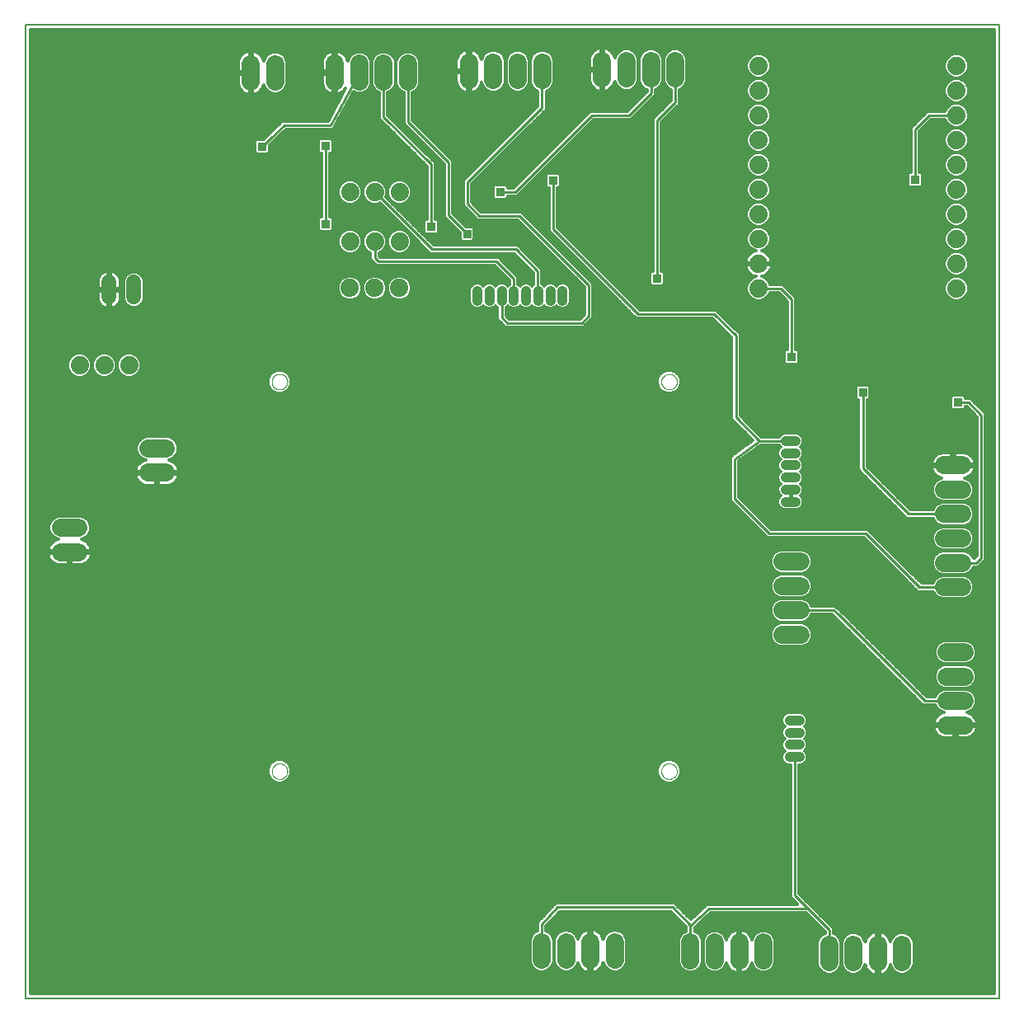
<source format=gbl>
G75*
%MOIN*%
%OFA0B0*%
%FSLAX25Y25*%
%IPPOS*%
%LPD*%
%AMOC8*
5,1,8,0,0,1.08239X$1,22.5*
%
%ADD10C,0.00800*%
%ADD11C,0.00000*%
%ADD12C,0.07205*%
%ADD13C,0.06000*%
%ADD14C,0.03969*%
%ADD15C,0.07400*%
%ADD16R,0.03562X0.03562*%
%ADD17C,0.01000*%
%ADD18C,0.01200*%
%ADD19C,0.01600*%
D10*
X0075655Y0047033D02*
X0469356Y0047033D01*
X0469356Y0440734D01*
X0075655Y0440734D01*
X0075655Y0047033D01*
D11*
X0175261Y0138962D02*
X0175263Y0139074D01*
X0175269Y0139185D01*
X0175279Y0139297D01*
X0175293Y0139408D01*
X0175310Y0139518D01*
X0175332Y0139628D01*
X0175358Y0139737D01*
X0175387Y0139845D01*
X0175420Y0139951D01*
X0175457Y0140057D01*
X0175498Y0140161D01*
X0175543Y0140264D01*
X0175591Y0140365D01*
X0175642Y0140464D01*
X0175697Y0140561D01*
X0175756Y0140656D01*
X0175817Y0140750D01*
X0175882Y0140841D01*
X0175951Y0140929D01*
X0176022Y0141015D01*
X0176096Y0141099D01*
X0176174Y0141179D01*
X0176254Y0141257D01*
X0176337Y0141333D01*
X0176422Y0141405D01*
X0176510Y0141474D01*
X0176600Y0141540D01*
X0176693Y0141602D01*
X0176788Y0141662D01*
X0176885Y0141718D01*
X0176983Y0141770D01*
X0177084Y0141819D01*
X0177186Y0141864D01*
X0177290Y0141906D01*
X0177395Y0141944D01*
X0177502Y0141978D01*
X0177609Y0142008D01*
X0177718Y0142035D01*
X0177827Y0142057D01*
X0177938Y0142076D01*
X0178048Y0142091D01*
X0178160Y0142102D01*
X0178271Y0142109D01*
X0178383Y0142112D01*
X0178495Y0142111D01*
X0178607Y0142106D01*
X0178718Y0142097D01*
X0178829Y0142084D01*
X0178940Y0142067D01*
X0179050Y0142047D01*
X0179159Y0142022D01*
X0179267Y0141994D01*
X0179374Y0141961D01*
X0179480Y0141925D01*
X0179584Y0141885D01*
X0179687Y0141842D01*
X0179789Y0141795D01*
X0179888Y0141744D01*
X0179986Y0141690D01*
X0180082Y0141632D01*
X0180176Y0141571D01*
X0180267Y0141507D01*
X0180356Y0141440D01*
X0180443Y0141369D01*
X0180527Y0141295D01*
X0180609Y0141219D01*
X0180687Y0141139D01*
X0180763Y0141057D01*
X0180836Y0140972D01*
X0180906Y0140885D01*
X0180972Y0140795D01*
X0181036Y0140703D01*
X0181096Y0140609D01*
X0181153Y0140513D01*
X0181206Y0140414D01*
X0181256Y0140314D01*
X0181302Y0140213D01*
X0181345Y0140109D01*
X0181384Y0140004D01*
X0181419Y0139898D01*
X0181450Y0139791D01*
X0181478Y0139682D01*
X0181501Y0139573D01*
X0181521Y0139463D01*
X0181537Y0139352D01*
X0181549Y0139241D01*
X0181557Y0139130D01*
X0181561Y0139018D01*
X0181561Y0138906D01*
X0181557Y0138794D01*
X0181549Y0138683D01*
X0181537Y0138572D01*
X0181521Y0138461D01*
X0181501Y0138351D01*
X0181478Y0138242D01*
X0181450Y0138133D01*
X0181419Y0138026D01*
X0181384Y0137920D01*
X0181345Y0137815D01*
X0181302Y0137711D01*
X0181256Y0137610D01*
X0181206Y0137510D01*
X0181153Y0137411D01*
X0181096Y0137315D01*
X0181036Y0137221D01*
X0180972Y0137129D01*
X0180906Y0137039D01*
X0180836Y0136952D01*
X0180763Y0136867D01*
X0180687Y0136785D01*
X0180609Y0136705D01*
X0180527Y0136629D01*
X0180443Y0136555D01*
X0180356Y0136484D01*
X0180267Y0136417D01*
X0180176Y0136353D01*
X0180082Y0136292D01*
X0179986Y0136234D01*
X0179888Y0136180D01*
X0179789Y0136129D01*
X0179687Y0136082D01*
X0179584Y0136039D01*
X0179480Y0135999D01*
X0179374Y0135963D01*
X0179267Y0135930D01*
X0179159Y0135902D01*
X0179050Y0135877D01*
X0178940Y0135857D01*
X0178829Y0135840D01*
X0178718Y0135827D01*
X0178607Y0135818D01*
X0178495Y0135813D01*
X0178383Y0135812D01*
X0178271Y0135815D01*
X0178160Y0135822D01*
X0178048Y0135833D01*
X0177938Y0135848D01*
X0177827Y0135867D01*
X0177718Y0135889D01*
X0177609Y0135916D01*
X0177502Y0135946D01*
X0177395Y0135980D01*
X0177290Y0136018D01*
X0177186Y0136060D01*
X0177084Y0136105D01*
X0176983Y0136154D01*
X0176885Y0136206D01*
X0176788Y0136262D01*
X0176693Y0136322D01*
X0176600Y0136384D01*
X0176510Y0136450D01*
X0176422Y0136519D01*
X0176337Y0136591D01*
X0176254Y0136667D01*
X0176174Y0136745D01*
X0176096Y0136825D01*
X0176022Y0136909D01*
X0175951Y0136995D01*
X0175882Y0137083D01*
X0175817Y0137174D01*
X0175756Y0137268D01*
X0175697Y0137363D01*
X0175642Y0137460D01*
X0175591Y0137559D01*
X0175543Y0137660D01*
X0175498Y0137763D01*
X0175457Y0137867D01*
X0175420Y0137973D01*
X0175387Y0138079D01*
X0175358Y0138187D01*
X0175332Y0138296D01*
X0175310Y0138406D01*
X0175293Y0138516D01*
X0175279Y0138627D01*
X0175269Y0138739D01*
X0175263Y0138850D01*
X0175261Y0138962D01*
X0332741Y0138962D02*
X0332743Y0139074D01*
X0332749Y0139185D01*
X0332759Y0139297D01*
X0332773Y0139408D01*
X0332790Y0139518D01*
X0332812Y0139628D01*
X0332838Y0139737D01*
X0332867Y0139845D01*
X0332900Y0139951D01*
X0332937Y0140057D01*
X0332978Y0140161D01*
X0333023Y0140264D01*
X0333071Y0140365D01*
X0333122Y0140464D01*
X0333177Y0140561D01*
X0333236Y0140656D01*
X0333297Y0140750D01*
X0333362Y0140841D01*
X0333431Y0140929D01*
X0333502Y0141015D01*
X0333576Y0141099D01*
X0333654Y0141179D01*
X0333734Y0141257D01*
X0333817Y0141333D01*
X0333902Y0141405D01*
X0333990Y0141474D01*
X0334080Y0141540D01*
X0334173Y0141602D01*
X0334268Y0141662D01*
X0334365Y0141718D01*
X0334463Y0141770D01*
X0334564Y0141819D01*
X0334666Y0141864D01*
X0334770Y0141906D01*
X0334875Y0141944D01*
X0334982Y0141978D01*
X0335089Y0142008D01*
X0335198Y0142035D01*
X0335307Y0142057D01*
X0335418Y0142076D01*
X0335528Y0142091D01*
X0335640Y0142102D01*
X0335751Y0142109D01*
X0335863Y0142112D01*
X0335975Y0142111D01*
X0336087Y0142106D01*
X0336198Y0142097D01*
X0336309Y0142084D01*
X0336420Y0142067D01*
X0336530Y0142047D01*
X0336639Y0142022D01*
X0336747Y0141994D01*
X0336854Y0141961D01*
X0336960Y0141925D01*
X0337064Y0141885D01*
X0337167Y0141842D01*
X0337269Y0141795D01*
X0337368Y0141744D01*
X0337466Y0141690D01*
X0337562Y0141632D01*
X0337656Y0141571D01*
X0337747Y0141507D01*
X0337836Y0141440D01*
X0337923Y0141369D01*
X0338007Y0141295D01*
X0338089Y0141219D01*
X0338167Y0141139D01*
X0338243Y0141057D01*
X0338316Y0140972D01*
X0338386Y0140885D01*
X0338452Y0140795D01*
X0338516Y0140703D01*
X0338576Y0140609D01*
X0338633Y0140513D01*
X0338686Y0140414D01*
X0338736Y0140314D01*
X0338782Y0140213D01*
X0338825Y0140109D01*
X0338864Y0140004D01*
X0338899Y0139898D01*
X0338930Y0139791D01*
X0338958Y0139682D01*
X0338981Y0139573D01*
X0339001Y0139463D01*
X0339017Y0139352D01*
X0339029Y0139241D01*
X0339037Y0139130D01*
X0339041Y0139018D01*
X0339041Y0138906D01*
X0339037Y0138794D01*
X0339029Y0138683D01*
X0339017Y0138572D01*
X0339001Y0138461D01*
X0338981Y0138351D01*
X0338958Y0138242D01*
X0338930Y0138133D01*
X0338899Y0138026D01*
X0338864Y0137920D01*
X0338825Y0137815D01*
X0338782Y0137711D01*
X0338736Y0137610D01*
X0338686Y0137510D01*
X0338633Y0137411D01*
X0338576Y0137315D01*
X0338516Y0137221D01*
X0338452Y0137129D01*
X0338386Y0137039D01*
X0338316Y0136952D01*
X0338243Y0136867D01*
X0338167Y0136785D01*
X0338089Y0136705D01*
X0338007Y0136629D01*
X0337923Y0136555D01*
X0337836Y0136484D01*
X0337747Y0136417D01*
X0337656Y0136353D01*
X0337562Y0136292D01*
X0337466Y0136234D01*
X0337368Y0136180D01*
X0337269Y0136129D01*
X0337167Y0136082D01*
X0337064Y0136039D01*
X0336960Y0135999D01*
X0336854Y0135963D01*
X0336747Y0135930D01*
X0336639Y0135902D01*
X0336530Y0135877D01*
X0336420Y0135857D01*
X0336309Y0135840D01*
X0336198Y0135827D01*
X0336087Y0135818D01*
X0335975Y0135813D01*
X0335863Y0135812D01*
X0335751Y0135815D01*
X0335640Y0135822D01*
X0335528Y0135833D01*
X0335418Y0135848D01*
X0335307Y0135867D01*
X0335198Y0135889D01*
X0335089Y0135916D01*
X0334982Y0135946D01*
X0334875Y0135980D01*
X0334770Y0136018D01*
X0334666Y0136060D01*
X0334564Y0136105D01*
X0334463Y0136154D01*
X0334365Y0136206D01*
X0334268Y0136262D01*
X0334173Y0136322D01*
X0334080Y0136384D01*
X0333990Y0136450D01*
X0333902Y0136519D01*
X0333817Y0136591D01*
X0333734Y0136667D01*
X0333654Y0136745D01*
X0333576Y0136825D01*
X0333502Y0136909D01*
X0333431Y0136995D01*
X0333362Y0137083D01*
X0333297Y0137174D01*
X0333236Y0137268D01*
X0333177Y0137363D01*
X0333122Y0137460D01*
X0333071Y0137559D01*
X0333023Y0137660D01*
X0332978Y0137763D01*
X0332937Y0137867D01*
X0332900Y0137973D01*
X0332867Y0138079D01*
X0332838Y0138187D01*
X0332812Y0138296D01*
X0332790Y0138406D01*
X0332773Y0138516D01*
X0332759Y0138627D01*
X0332749Y0138739D01*
X0332743Y0138850D01*
X0332741Y0138962D01*
X0332741Y0296443D02*
X0332743Y0296555D01*
X0332749Y0296666D01*
X0332759Y0296778D01*
X0332773Y0296889D01*
X0332790Y0296999D01*
X0332812Y0297109D01*
X0332838Y0297218D01*
X0332867Y0297326D01*
X0332900Y0297432D01*
X0332937Y0297538D01*
X0332978Y0297642D01*
X0333023Y0297745D01*
X0333071Y0297846D01*
X0333122Y0297945D01*
X0333177Y0298042D01*
X0333236Y0298137D01*
X0333297Y0298231D01*
X0333362Y0298322D01*
X0333431Y0298410D01*
X0333502Y0298496D01*
X0333576Y0298580D01*
X0333654Y0298660D01*
X0333734Y0298738D01*
X0333817Y0298814D01*
X0333902Y0298886D01*
X0333990Y0298955D01*
X0334080Y0299021D01*
X0334173Y0299083D01*
X0334268Y0299143D01*
X0334365Y0299199D01*
X0334463Y0299251D01*
X0334564Y0299300D01*
X0334666Y0299345D01*
X0334770Y0299387D01*
X0334875Y0299425D01*
X0334982Y0299459D01*
X0335089Y0299489D01*
X0335198Y0299516D01*
X0335307Y0299538D01*
X0335418Y0299557D01*
X0335528Y0299572D01*
X0335640Y0299583D01*
X0335751Y0299590D01*
X0335863Y0299593D01*
X0335975Y0299592D01*
X0336087Y0299587D01*
X0336198Y0299578D01*
X0336309Y0299565D01*
X0336420Y0299548D01*
X0336530Y0299528D01*
X0336639Y0299503D01*
X0336747Y0299475D01*
X0336854Y0299442D01*
X0336960Y0299406D01*
X0337064Y0299366D01*
X0337167Y0299323D01*
X0337269Y0299276D01*
X0337368Y0299225D01*
X0337466Y0299171D01*
X0337562Y0299113D01*
X0337656Y0299052D01*
X0337747Y0298988D01*
X0337836Y0298921D01*
X0337923Y0298850D01*
X0338007Y0298776D01*
X0338089Y0298700D01*
X0338167Y0298620D01*
X0338243Y0298538D01*
X0338316Y0298453D01*
X0338386Y0298366D01*
X0338452Y0298276D01*
X0338516Y0298184D01*
X0338576Y0298090D01*
X0338633Y0297994D01*
X0338686Y0297895D01*
X0338736Y0297795D01*
X0338782Y0297694D01*
X0338825Y0297590D01*
X0338864Y0297485D01*
X0338899Y0297379D01*
X0338930Y0297272D01*
X0338958Y0297163D01*
X0338981Y0297054D01*
X0339001Y0296944D01*
X0339017Y0296833D01*
X0339029Y0296722D01*
X0339037Y0296611D01*
X0339041Y0296499D01*
X0339041Y0296387D01*
X0339037Y0296275D01*
X0339029Y0296164D01*
X0339017Y0296053D01*
X0339001Y0295942D01*
X0338981Y0295832D01*
X0338958Y0295723D01*
X0338930Y0295614D01*
X0338899Y0295507D01*
X0338864Y0295401D01*
X0338825Y0295296D01*
X0338782Y0295192D01*
X0338736Y0295091D01*
X0338686Y0294991D01*
X0338633Y0294892D01*
X0338576Y0294796D01*
X0338516Y0294702D01*
X0338452Y0294610D01*
X0338386Y0294520D01*
X0338316Y0294433D01*
X0338243Y0294348D01*
X0338167Y0294266D01*
X0338089Y0294186D01*
X0338007Y0294110D01*
X0337923Y0294036D01*
X0337836Y0293965D01*
X0337747Y0293898D01*
X0337656Y0293834D01*
X0337562Y0293773D01*
X0337466Y0293715D01*
X0337368Y0293661D01*
X0337269Y0293610D01*
X0337167Y0293563D01*
X0337064Y0293520D01*
X0336960Y0293480D01*
X0336854Y0293444D01*
X0336747Y0293411D01*
X0336639Y0293383D01*
X0336530Y0293358D01*
X0336420Y0293338D01*
X0336309Y0293321D01*
X0336198Y0293308D01*
X0336087Y0293299D01*
X0335975Y0293294D01*
X0335863Y0293293D01*
X0335751Y0293296D01*
X0335640Y0293303D01*
X0335528Y0293314D01*
X0335418Y0293329D01*
X0335307Y0293348D01*
X0335198Y0293370D01*
X0335089Y0293397D01*
X0334982Y0293427D01*
X0334875Y0293461D01*
X0334770Y0293499D01*
X0334666Y0293541D01*
X0334564Y0293586D01*
X0334463Y0293635D01*
X0334365Y0293687D01*
X0334268Y0293743D01*
X0334173Y0293803D01*
X0334080Y0293865D01*
X0333990Y0293931D01*
X0333902Y0294000D01*
X0333817Y0294072D01*
X0333734Y0294148D01*
X0333654Y0294226D01*
X0333576Y0294306D01*
X0333502Y0294390D01*
X0333431Y0294476D01*
X0333362Y0294564D01*
X0333297Y0294655D01*
X0333236Y0294749D01*
X0333177Y0294844D01*
X0333122Y0294941D01*
X0333071Y0295040D01*
X0333023Y0295141D01*
X0332978Y0295244D01*
X0332937Y0295348D01*
X0332900Y0295454D01*
X0332867Y0295560D01*
X0332838Y0295668D01*
X0332812Y0295777D01*
X0332790Y0295887D01*
X0332773Y0295997D01*
X0332759Y0296108D01*
X0332749Y0296220D01*
X0332743Y0296331D01*
X0332741Y0296443D01*
X0175261Y0296443D02*
X0175263Y0296555D01*
X0175269Y0296666D01*
X0175279Y0296778D01*
X0175293Y0296889D01*
X0175310Y0296999D01*
X0175332Y0297109D01*
X0175358Y0297218D01*
X0175387Y0297326D01*
X0175420Y0297432D01*
X0175457Y0297538D01*
X0175498Y0297642D01*
X0175543Y0297745D01*
X0175591Y0297846D01*
X0175642Y0297945D01*
X0175697Y0298042D01*
X0175756Y0298137D01*
X0175817Y0298231D01*
X0175882Y0298322D01*
X0175951Y0298410D01*
X0176022Y0298496D01*
X0176096Y0298580D01*
X0176174Y0298660D01*
X0176254Y0298738D01*
X0176337Y0298814D01*
X0176422Y0298886D01*
X0176510Y0298955D01*
X0176600Y0299021D01*
X0176693Y0299083D01*
X0176788Y0299143D01*
X0176885Y0299199D01*
X0176983Y0299251D01*
X0177084Y0299300D01*
X0177186Y0299345D01*
X0177290Y0299387D01*
X0177395Y0299425D01*
X0177502Y0299459D01*
X0177609Y0299489D01*
X0177718Y0299516D01*
X0177827Y0299538D01*
X0177938Y0299557D01*
X0178048Y0299572D01*
X0178160Y0299583D01*
X0178271Y0299590D01*
X0178383Y0299593D01*
X0178495Y0299592D01*
X0178607Y0299587D01*
X0178718Y0299578D01*
X0178829Y0299565D01*
X0178940Y0299548D01*
X0179050Y0299528D01*
X0179159Y0299503D01*
X0179267Y0299475D01*
X0179374Y0299442D01*
X0179480Y0299406D01*
X0179584Y0299366D01*
X0179687Y0299323D01*
X0179789Y0299276D01*
X0179888Y0299225D01*
X0179986Y0299171D01*
X0180082Y0299113D01*
X0180176Y0299052D01*
X0180267Y0298988D01*
X0180356Y0298921D01*
X0180443Y0298850D01*
X0180527Y0298776D01*
X0180609Y0298700D01*
X0180687Y0298620D01*
X0180763Y0298538D01*
X0180836Y0298453D01*
X0180906Y0298366D01*
X0180972Y0298276D01*
X0181036Y0298184D01*
X0181096Y0298090D01*
X0181153Y0297994D01*
X0181206Y0297895D01*
X0181256Y0297795D01*
X0181302Y0297694D01*
X0181345Y0297590D01*
X0181384Y0297485D01*
X0181419Y0297379D01*
X0181450Y0297272D01*
X0181478Y0297163D01*
X0181501Y0297054D01*
X0181521Y0296944D01*
X0181537Y0296833D01*
X0181549Y0296722D01*
X0181557Y0296611D01*
X0181561Y0296499D01*
X0181561Y0296387D01*
X0181557Y0296275D01*
X0181549Y0296164D01*
X0181537Y0296053D01*
X0181521Y0295942D01*
X0181501Y0295832D01*
X0181478Y0295723D01*
X0181450Y0295614D01*
X0181419Y0295507D01*
X0181384Y0295401D01*
X0181345Y0295296D01*
X0181302Y0295192D01*
X0181256Y0295091D01*
X0181206Y0294991D01*
X0181153Y0294892D01*
X0181096Y0294796D01*
X0181036Y0294702D01*
X0180972Y0294610D01*
X0180906Y0294520D01*
X0180836Y0294433D01*
X0180763Y0294348D01*
X0180687Y0294266D01*
X0180609Y0294186D01*
X0180527Y0294110D01*
X0180443Y0294036D01*
X0180356Y0293965D01*
X0180267Y0293898D01*
X0180176Y0293834D01*
X0180082Y0293773D01*
X0179986Y0293715D01*
X0179888Y0293661D01*
X0179789Y0293610D01*
X0179687Y0293563D01*
X0179584Y0293520D01*
X0179480Y0293480D01*
X0179374Y0293444D01*
X0179267Y0293411D01*
X0179159Y0293383D01*
X0179050Y0293358D01*
X0178940Y0293338D01*
X0178829Y0293321D01*
X0178718Y0293308D01*
X0178607Y0293299D01*
X0178495Y0293294D01*
X0178383Y0293293D01*
X0178271Y0293296D01*
X0178160Y0293303D01*
X0178048Y0293314D01*
X0177938Y0293329D01*
X0177827Y0293348D01*
X0177718Y0293370D01*
X0177609Y0293397D01*
X0177502Y0293427D01*
X0177395Y0293461D01*
X0177290Y0293499D01*
X0177186Y0293541D01*
X0177084Y0293586D01*
X0176983Y0293635D01*
X0176885Y0293687D01*
X0176788Y0293743D01*
X0176693Y0293803D01*
X0176600Y0293865D01*
X0176510Y0293931D01*
X0176422Y0294000D01*
X0176337Y0294072D01*
X0176254Y0294148D01*
X0176174Y0294226D01*
X0176096Y0294306D01*
X0176022Y0294390D01*
X0175951Y0294476D01*
X0175882Y0294564D01*
X0175817Y0294655D01*
X0175756Y0294749D01*
X0175697Y0294844D01*
X0175642Y0294941D01*
X0175591Y0295040D01*
X0175543Y0295141D01*
X0175498Y0295244D01*
X0175457Y0295348D01*
X0175420Y0295454D01*
X0175387Y0295560D01*
X0175358Y0295668D01*
X0175332Y0295777D01*
X0175310Y0295887D01*
X0175293Y0295997D01*
X0175279Y0296108D01*
X0175269Y0296220D01*
X0175263Y0296331D01*
X0175261Y0296443D01*
D12*
X0132525Y0269474D02*
X0125320Y0269474D01*
X0125320Y0259631D02*
X0132525Y0259631D01*
X0097210Y0237387D02*
X0090006Y0237387D01*
X0090006Y0227545D02*
X0097210Y0227545D01*
X0284435Y0069887D02*
X0284435Y0062683D01*
X0294277Y0062683D02*
X0294277Y0069887D01*
X0304120Y0069887D02*
X0304120Y0062683D01*
X0313962Y0062683D02*
X0313962Y0069887D01*
X0344553Y0069769D02*
X0344553Y0062565D01*
X0354395Y0062565D02*
X0354395Y0069769D01*
X0364238Y0069769D02*
X0364238Y0062565D01*
X0374080Y0062565D02*
X0374080Y0069769D01*
X0400616Y0068903D02*
X0400616Y0061698D01*
X0410458Y0061698D02*
X0410458Y0068903D01*
X0420301Y0068903D02*
X0420301Y0061698D01*
X0430143Y0061698D02*
X0430143Y0068903D01*
X0448037Y0157545D02*
X0455242Y0157545D01*
X0455242Y0167387D02*
X0448037Y0167387D01*
X0448037Y0177230D02*
X0455242Y0177230D01*
X0455242Y0187072D02*
X0448037Y0187072D01*
X0447210Y0213411D02*
X0454415Y0213411D01*
X0454415Y0223254D02*
X0447210Y0223254D01*
X0447210Y0233096D02*
X0454415Y0233096D01*
X0454415Y0242939D02*
X0447210Y0242939D01*
X0447210Y0252781D02*
X0454415Y0252781D01*
X0454415Y0262624D02*
X0447210Y0262624D01*
X0388903Y0223687D02*
X0381698Y0223687D01*
X0381698Y0213844D02*
X0388903Y0213844D01*
X0388903Y0204002D02*
X0381698Y0204002D01*
X0381698Y0194159D02*
X0388903Y0194159D01*
X0230340Y0417860D02*
X0230340Y0425065D01*
X0220498Y0425065D02*
X0220498Y0417860D01*
X0210655Y0417860D02*
X0210655Y0425065D01*
X0200813Y0425065D02*
X0200813Y0417860D01*
X0176718Y0417683D02*
X0176718Y0424887D01*
X0166876Y0424887D02*
X0166876Y0417683D01*
X0255045Y0418372D02*
X0255045Y0425576D01*
X0264887Y0425576D02*
X0264887Y0418372D01*
X0274730Y0418372D02*
X0274730Y0425576D01*
X0284572Y0425576D02*
X0284572Y0418372D01*
X0308883Y0419002D02*
X0308883Y0426206D01*
X0318726Y0426206D02*
X0318726Y0419002D01*
X0328569Y0419002D02*
X0328569Y0426206D01*
X0338411Y0426206D02*
X0338411Y0419002D01*
D13*
X0119494Y0336628D02*
X0119494Y0330628D01*
X0109494Y0330628D02*
X0109494Y0336628D01*
D14*
X0258391Y0333191D02*
X0258391Y0329222D01*
X0263313Y0329222D02*
X0263313Y0333191D01*
X0268234Y0333191D02*
X0268234Y0329222D01*
X0273155Y0329222D02*
X0273155Y0333191D01*
X0278076Y0333191D02*
X0278076Y0329222D01*
X0282998Y0329222D02*
X0282998Y0333191D01*
X0287919Y0333191D02*
X0287919Y0329222D01*
X0292840Y0329222D02*
X0292840Y0333191D01*
X0383041Y0272486D02*
X0387009Y0272486D01*
X0387009Y0267565D02*
X0383041Y0267565D01*
X0383041Y0262643D02*
X0387009Y0262643D01*
X0387009Y0257722D02*
X0383041Y0257722D01*
X0383041Y0252801D02*
X0387009Y0252801D01*
X0387009Y0247880D02*
X0383041Y0247880D01*
X0384616Y0159474D02*
X0388584Y0159474D01*
X0388584Y0154553D02*
X0384616Y0154553D01*
X0384616Y0149631D02*
X0388584Y0149631D01*
X0388584Y0144710D02*
X0384616Y0144710D01*
D15*
X0372072Y0334120D03*
X0372072Y0344120D03*
X0372072Y0354120D03*
X0372072Y0364120D03*
X0372072Y0374120D03*
X0372072Y0384120D03*
X0372072Y0394120D03*
X0372072Y0404120D03*
X0372072Y0414120D03*
X0372072Y0424120D03*
X0452072Y0424120D03*
X0452072Y0414120D03*
X0452072Y0404120D03*
X0452072Y0394120D03*
X0452072Y0384120D03*
X0452072Y0374120D03*
X0452072Y0364120D03*
X0452072Y0354120D03*
X0452072Y0344120D03*
X0452072Y0334120D03*
X0226876Y0334317D03*
X0216876Y0334317D03*
X0206876Y0334317D03*
X0206915Y0353096D03*
X0216915Y0353096D03*
X0226915Y0353096D03*
X0226915Y0373096D03*
X0216915Y0373096D03*
X0206915Y0373096D03*
X0117564Y0303067D03*
X0107564Y0303067D03*
X0097564Y0303067D03*
D16*
X0145419Y0379159D03*
X0171403Y0391561D03*
X0187348Y0370576D03*
X0197033Y0360222D03*
X0196954Y0391876D03*
X0239750Y0359120D03*
X0254238Y0356246D03*
X0267655Y0373033D03*
X0288962Y0377860D03*
X0331088Y0338214D03*
X0385419Y0306521D03*
X0414238Y0292112D03*
X0452781Y0287978D03*
X0435458Y0378017D03*
D17*
X0435458Y0398332D01*
X0441167Y0404041D01*
X0451994Y0404041D01*
X0452072Y0404120D01*
X0381009Y0334041D02*
X0372151Y0334041D01*
X0372072Y0334120D01*
X0381009Y0334041D02*
X0385419Y0329631D01*
X0385419Y0306521D01*
X0362899Y0314986D02*
X0362899Y0282072D01*
X0372486Y0272486D01*
X0362427Y0265261D01*
X0362427Y0249120D01*
X0376403Y0235143D01*
X0415340Y0235143D01*
X0437191Y0213293D01*
X0450694Y0213293D01*
X0450813Y0223254D02*
X0460143Y0223254D01*
X0462151Y0225261D01*
X0462151Y0282899D01*
X0457033Y0288017D01*
X0452820Y0288017D01*
X0452781Y0287978D01*
X0414238Y0292112D02*
X0414238Y0261443D01*
X0432742Y0242939D01*
X0450813Y0242939D01*
X0404277Y0202348D02*
X0402309Y0204041D01*
X0385301Y0204002D01*
X0404277Y0202348D02*
X0439238Y0167387D01*
X0451639Y0167387D01*
X0386600Y0144710D02*
X0386600Y0088765D01*
X0391954Y0083411D01*
X0351994Y0083411D01*
X0344553Y0076521D01*
X0344553Y0066167D01*
X0344553Y0076679D01*
X0337269Y0083962D01*
X0290852Y0083962D01*
X0284435Y0077112D01*
X0284435Y0066285D01*
X0391954Y0083411D02*
X0392742Y0082624D01*
X0400616Y0074750D01*
X0400616Y0065301D01*
X0385025Y0272486D02*
X0372486Y0272486D01*
X0362899Y0314986D02*
X0354002Y0323883D01*
X0323254Y0323883D01*
X0288962Y0358175D01*
X0288962Y0377860D01*
X0273655Y0373033D02*
X0304655Y0404033D01*
X0319655Y0404033D01*
X0328655Y0413033D01*
X0328655Y0422517D01*
X0328569Y0422604D01*
X0338411Y0422604D02*
X0338450Y0409356D01*
X0331088Y0401994D01*
X0331088Y0338214D01*
X0303450Y0335458D02*
X0303450Y0323017D01*
X0300616Y0320183D01*
X0270498Y0320183D01*
X0268234Y0322446D01*
X0268234Y0331206D01*
X0273155Y0331206D02*
X0273175Y0331226D01*
X0273175Y0338017D01*
X0266206Y0344986D01*
X0218450Y0344986D01*
X0216915Y0346521D01*
X0216915Y0353096D01*
X0197033Y0360222D02*
X0196954Y0362978D01*
X0196954Y0391876D01*
X0198903Y0400104D02*
X0210655Y0421462D01*
X0220498Y0421462D02*
X0220498Y0403529D01*
X0239750Y0384277D01*
X0239750Y0359120D01*
X0246797Y0363687D02*
X0246797Y0385025D01*
X0230340Y0401482D01*
X0230340Y0421462D01*
X0198903Y0400104D02*
X0180340Y0400104D01*
X0175143Y0395183D01*
X0171403Y0391561D01*
X0187348Y0370576D02*
X0187348Y0364828D01*
X0187427Y0367151D01*
X0216915Y0373017D02*
X0239986Y0349946D01*
X0273962Y0349946D01*
X0282781Y0341128D01*
X0282781Y0331423D01*
X0282998Y0331206D01*
X0303450Y0335458D02*
X0275380Y0363529D01*
X0259159Y0363529D01*
X0254356Y0368332D01*
X0254356Y0377033D01*
X0284553Y0407230D01*
X0284553Y0421954D01*
X0284572Y0421974D01*
X0273655Y0373033D02*
X0267655Y0373033D01*
X0254238Y0356246D02*
X0246797Y0363687D01*
X0216915Y0373017D02*
X0216915Y0373096D01*
X0145419Y0379159D02*
X0141482Y0379159D01*
D18*
X0168422Y0389282D02*
X0169125Y0388580D01*
X0173681Y0388580D01*
X0174384Y0389282D01*
X0174384Y0392081D01*
X0176319Y0393955D01*
X0181017Y0398404D01*
X0198466Y0398404D01*
X0198701Y0398275D01*
X0199145Y0398404D01*
X0199607Y0398404D01*
X0199796Y0398593D01*
X0200053Y0398667D01*
X0200276Y0399073D01*
X0200603Y0399400D01*
X0200603Y0399667D01*
X0208292Y0413641D01*
X0209700Y0413057D01*
X0211610Y0413057D01*
X0213375Y0413789D01*
X0214726Y0415140D01*
X0215457Y0416905D01*
X0215457Y0426020D01*
X0214726Y0427785D01*
X0213375Y0429136D01*
X0211610Y0429867D01*
X0209700Y0429867D01*
X0207935Y0429136D01*
X0206584Y0427785D01*
X0205908Y0426152D01*
X0205887Y0426283D01*
X0205634Y0427062D01*
X0205262Y0427791D01*
X0204781Y0428454D01*
X0204202Y0429033D01*
X0203539Y0429514D01*
X0202810Y0429886D01*
X0202031Y0430139D01*
X0201413Y0430237D01*
X0201413Y0422062D01*
X0200213Y0422062D01*
X0200213Y0430237D01*
X0199594Y0430139D01*
X0198816Y0429886D01*
X0198086Y0429514D01*
X0197423Y0429033D01*
X0196844Y0428454D01*
X0196363Y0427791D01*
X0195991Y0427062D01*
X0195738Y0426283D01*
X0195610Y0425474D01*
X0195610Y0422062D01*
X0200213Y0422062D01*
X0200213Y0420862D01*
X0201413Y0420862D01*
X0201413Y0412688D01*
X0202031Y0412786D01*
X0202810Y0413039D01*
X0203539Y0413410D01*
X0204202Y0413892D01*
X0204781Y0414471D01*
X0205140Y0414965D01*
X0197898Y0401804D01*
X0180363Y0401804D01*
X0179683Y0401822D01*
X0179663Y0401804D01*
X0179636Y0401804D01*
X0179154Y0401322D01*
X0174478Y0396894D01*
X0174466Y0396894D01*
X0173968Y0396411D01*
X0173463Y0395933D01*
X0173463Y0395922D01*
X0172038Y0394542D01*
X0169125Y0394542D01*
X0168422Y0393839D01*
X0168422Y0389282D01*
X0168422Y0389807D02*
X0077655Y0389807D01*
X0077655Y0388609D02*
X0169096Y0388609D01*
X0168422Y0391006D02*
X0077655Y0391006D01*
X0077655Y0392204D02*
X0168422Y0392204D01*
X0168422Y0393403D02*
X0077655Y0393403D01*
X0077655Y0394601D02*
X0172099Y0394601D01*
X0173337Y0395800D02*
X0077655Y0395800D01*
X0077655Y0396998D02*
X0174588Y0396998D01*
X0175854Y0398197D02*
X0077655Y0398197D01*
X0077655Y0399395D02*
X0177120Y0399395D01*
X0178385Y0400594D02*
X0077655Y0400594D01*
X0077655Y0401792D02*
X0179624Y0401792D01*
X0180799Y0398197D02*
X0223426Y0398197D01*
X0224624Y0396998D02*
X0179533Y0396998D01*
X0178267Y0395800D02*
X0225823Y0395800D01*
X0227021Y0394601D02*
X0199488Y0394601D01*
X0199232Y0394857D02*
X0194676Y0394857D01*
X0193973Y0394154D01*
X0193973Y0389597D01*
X0194676Y0388894D01*
X0195254Y0388894D01*
X0195254Y0363654D01*
X0195235Y0363633D01*
X0195247Y0363203D01*
X0194755Y0363203D01*
X0194052Y0362500D01*
X0194052Y0357944D01*
X0194755Y0357241D01*
X0199311Y0357241D01*
X0200014Y0357944D01*
X0200014Y0362500D01*
X0199311Y0363203D01*
X0198654Y0363203D01*
X0198654Y0388894D01*
X0199232Y0388894D01*
X0199935Y0389597D01*
X0199935Y0394154D01*
X0199232Y0394857D01*
X0199935Y0393403D02*
X0228220Y0393403D01*
X0229418Y0392204D02*
X0199935Y0392204D01*
X0199935Y0391006D02*
X0230617Y0391006D01*
X0231815Y0389807D02*
X0199935Y0389807D01*
X0198654Y0388609D02*
X0233014Y0388609D01*
X0234212Y0387410D02*
X0198654Y0387410D01*
X0198654Y0386212D02*
X0235411Y0386212D01*
X0236609Y0385013D02*
X0198654Y0385013D01*
X0198654Y0383815D02*
X0237808Y0383815D01*
X0238050Y0383573D02*
X0238050Y0362101D01*
X0237471Y0362101D01*
X0236769Y0361398D01*
X0236769Y0356842D01*
X0237471Y0356139D01*
X0242028Y0356139D01*
X0242731Y0356842D01*
X0242731Y0361398D01*
X0242028Y0362101D01*
X0241450Y0362101D01*
X0241450Y0384981D01*
X0222198Y0404233D01*
X0222198Y0413366D01*
X0223218Y0413789D01*
X0224569Y0415140D01*
X0225300Y0416905D01*
X0225300Y0426020D01*
X0224569Y0427785D01*
X0223218Y0429136D01*
X0221453Y0429867D01*
X0219542Y0429867D01*
X0217777Y0429136D01*
X0216426Y0427785D01*
X0215695Y0426020D01*
X0215695Y0416905D01*
X0216426Y0415140D01*
X0217777Y0413789D01*
X0218798Y0413366D01*
X0218798Y0402825D01*
X0219793Y0401829D01*
X0238050Y0383573D01*
X0238050Y0382616D02*
X0198654Y0382616D01*
X0198654Y0381418D02*
X0238050Y0381418D01*
X0238050Y0380219D02*
X0198654Y0380219D01*
X0198654Y0379021D02*
X0238050Y0379021D01*
X0238050Y0377822D02*
X0228309Y0377822D01*
X0227890Y0377996D02*
X0229691Y0377250D01*
X0231069Y0375872D01*
X0231815Y0374071D01*
X0231815Y0372121D01*
X0231069Y0370320D01*
X0229691Y0368942D01*
X0227890Y0368196D01*
X0225940Y0368196D01*
X0224139Y0368942D01*
X0222761Y0370320D01*
X0222015Y0372121D01*
X0222015Y0374071D01*
X0222761Y0375872D01*
X0224139Y0377250D01*
X0225940Y0377996D01*
X0227890Y0377996D01*
X0225521Y0377822D02*
X0218309Y0377822D01*
X0217890Y0377996D02*
X0215940Y0377996D01*
X0214139Y0377250D01*
X0212761Y0375872D01*
X0212015Y0374071D01*
X0212015Y0372121D01*
X0212761Y0370320D01*
X0214139Y0368942D01*
X0215940Y0368196D01*
X0217890Y0368196D01*
X0218910Y0368619D01*
X0238286Y0349242D01*
X0239282Y0348246D01*
X0273258Y0348246D01*
X0281081Y0340423D01*
X0281081Y0335777D01*
X0280537Y0335233D01*
X0279880Y0335890D01*
X0278710Y0336375D01*
X0277443Y0336375D01*
X0276273Y0335890D01*
X0275616Y0335233D01*
X0274959Y0335890D01*
X0274875Y0335925D01*
X0274875Y0338721D01*
X0273879Y0339717D01*
X0266910Y0346686D01*
X0219155Y0346686D01*
X0218615Y0347225D01*
X0218615Y0348497D01*
X0219691Y0348942D01*
X0221069Y0350320D01*
X0221815Y0352121D01*
X0221815Y0354071D01*
X0221069Y0355872D01*
X0219691Y0357250D01*
X0217890Y0357996D01*
X0215940Y0357996D01*
X0214139Y0357250D01*
X0212761Y0355872D01*
X0212015Y0354071D01*
X0212015Y0352121D01*
X0212761Y0350320D01*
X0214139Y0348942D01*
X0215215Y0348497D01*
X0215215Y0345817D01*
X0216750Y0344282D01*
X0217746Y0343286D01*
X0265502Y0343286D01*
X0271475Y0337313D01*
X0271475Y0335941D01*
X0271351Y0335890D01*
X0270694Y0335233D01*
X0270038Y0335890D01*
X0268867Y0336375D01*
X0267600Y0336375D01*
X0266430Y0335890D01*
X0265773Y0335233D01*
X0265116Y0335890D01*
X0263946Y0336375D01*
X0262679Y0336375D01*
X0261509Y0335890D01*
X0260852Y0335233D01*
X0260195Y0335890D01*
X0259025Y0336375D01*
X0257758Y0336375D01*
X0256588Y0335890D01*
X0255692Y0334994D01*
X0255207Y0333824D01*
X0255207Y0328589D01*
X0255692Y0327418D01*
X0256588Y0326523D01*
X0257758Y0326038D01*
X0259025Y0326038D01*
X0260195Y0326523D01*
X0260852Y0327179D01*
X0261509Y0326523D01*
X0262679Y0326038D01*
X0263946Y0326038D01*
X0265116Y0326523D01*
X0265773Y0327179D01*
X0266430Y0326523D01*
X0266534Y0326480D01*
X0266534Y0321742D01*
X0268798Y0319479D01*
X0269793Y0318483D01*
X0301320Y0318483D01*
X0304155Y0321317D01*
X0305150Y0322313D01*
X0305150Y0336162D01*
X0277080Y0364233D01*
X0276084Y0365229D01*
X0259863Y0365229D01*
X0256056Y0369036D01*
X0256056Y0376329D01*
X0285257Y0405530D01*
X0286253Y0406526D01*
X0286253Y0413870D01*
X0287293Y0414300D01*
X0288644Y0415651D01*
X0289375Y0417416D01*
X0289375Y0426532D01*
X0288644Y0428297D01*
X0287293Y0429648D01*
X0285528Y0430379D01*
X0283617Y0430379D01*
X0281852Y0429648D01*
X0280501Y0428297D01*
X0279770Y0426532D01*
X0279770Y0417416D01*
X0280501Y0415651D01*
X0281852Y0414300D01*
X0282853Y0413886D01*
X0282853Y0407934D01*
X0253652Y0378733D01*
X0253652Y0378733D01*
X0252656Y0377737D01*
X0252656Y0367628D01*
X0253652Y0366632D01*
X0258455Y0361829D01*
X0274675Y0361829D01*
X0301750Y0334754D01*
X0301750Y0323721D01*
X0299912Y0321883D01*
X0271202Y0321883D01*
X0269934Y0323151D01*
X0269934Y0326480D01*
X0270038Y0326523D01*
X0270694Y0327179D01*
X0271351Y0326523D01*
X0272522Y0326038D01*
X0273789Y0326038D01*
X0274959Y0326523D01*
X0275616Y0327179D01*
X0276273Y0326523D01*
X0277443Y0326038D01*
X0278710Y0326038D01*
X0279880Y0326523D01*
X0280537Y0327179D01*
X0281194Y0326523D01*
X0282364Y0326038D01*
X0283631Y0326038D01*
X0284801Y0326523D01*
X0285458Y0327179D01*
X0286115Y0326523D01*
X0287285Y0326038D01*
X0288552Y0326038D01*
X0289723Y0326523D01*
X0290380Y0327179D01*
X0291036Y0326523D01*
X0292207Y0326038D01*
X0293474Y0326038D01*
X0294644Y0326523D01*
X0295540Y0327418D01*
X0296024Y0328589D01*
X0296024Y0333824D01*
X0295540Y0334994D01*
X0294644Y0335890D01*
X0293474Y0336375D01*
X0292207Y0336375D01*
X0291036Y0335890D01*
X0290380Y0335233D01*
X0289723Y0335890D01*
X0288552Y0336375D01*
X0287285Y0336375D01*
X0286115Y0335890D01*
X0285458Y0335233D01*
X0284801Y0335890D01*
X0284481Y0336023D01*
X0284481Y0341832D01*
X0283485Y0342828D01*
X0274666Y0351646D01*
X0240690Y0351646D01*
X0221346Y0370990D01*
X0221815Y0372121D01*
X0221815Y0374071D01*
X0221069Y0375872D01*
X0219691Y0377250D01*
X0217890Y0377996D01*
X0215521Y0377822D02*
X0208309Y0377822D01*
X0207890Y0377996D02*
X0205940Y0377996D01*
X0204139Y0377250D01*
X0202761Y0375872D01*
X0202015Y0374071D01*
X0202015Y0372121D01*
X0202761Y0370320D01*
X0204139Y0368942D01*
X0205940Y0368196D01*
X0207890Y0368196D01*
X0209691Y0368942D01*
X0211069Y0370320D01*
X0211815Y0372121D01*
X0211815Y0374071D01*
X0211069Y0375872D01*
X0209691Y0377250D01*
X0207890Y0377996D01*
X0205521Y0377822D02*
X0198654Y0377822D01*
X0198654Y0376624D02*
X0203513Y0376624D01*
X0202576Y0375425D02*
X0198654Y0375425D01*
X0198654Y0374227D02*
X0202080Y0374227D01*
X0202015Y0373028D02*
X0198654Y0373028D01*
X0198654Y0371830D02*
X0202136Y0371830D01*
X0202632Y0370631D02*
X0198654Y0370631D01*
X0198654Y0369433D02*
X0203649Y0369433D01*
X0205848Y0368234D02*
X0198654Y0368234D01*
X0198654Y0367036D02*
X0220493Y0367036D01*
X0221691Y0365837D02*
X0198654Y0365837D01*
X0198654Y0364639D02*
X0222890Y0364639D01*
X0224088Y0363440D02*
X0198654Y0363440D01*
X0200014Y0362242D02*
X0225287Y0362242D01*
X0226485Y0361043D02*
X0200014Y0361043D01*
X0200014Y0359845D02*
X0227684Y0359845D01*
X0228882Y0358646D02*
X0200014Y0358646D01*
X0199518Y0357448D02*
X0204616Y0357448D01*
X0204139Y0357250D02*
X0202761Y0355872D01*
X0202015Y0354071D01*
X0202015Y0352121D01*
X0202761Y0350320D01*
X0204139Y0348942D01*
X0205940Y0348196D01*
X0207890Y0348196D01*
X0209691Y0348942D01*
X0211069Y0350320D01*
X0211815Y0352121D01*
X0211815Y0354071D01*
X0211069Y0355872D01*
X0209691Y0357250D01*
X0207890Y0357996D01*
X0205940Y0357996D01*
X0204139Y0357250D01*
X0203138Y0356249D02*
X0077655Y0356249D01*
X0077655Y0357448D02*
X0194548Y0357448D01*
X0194052Y0358646D02*
X0077655Y0358646D01*
X0077655Y0359845D02*
X0194052Y0359845D01*
X0194052Y0361043D02*
X0077655Y0361043D01*
X0077655Y0362242D02*
X0194052Y0362242D01*
X0195240Y0363440D02*
X0077655Y0363440D01*
X0077655Y0364639D02*
X0195254Y0364639D01*
X0195254Y0365837D02*
X0077655Y0365837D01*
X0077655Y0367036D02*
X0195254Y0367036D01*
X0195254Y0368234D02*
X0077655Y0368234D01*
X0077655Y0369433D02*
X0195254Y0369433D01*
X0195254Y0370631D02*
X0077655Y0370631D01*
X0077655Y0371830D02*
X0195254Y0371830D01*
X0195254Y0373028D02*
X0077655Y0373028D01*
X0077655Y0374227D02*
X0195254Y0374227D01*
X0195254Y0375425D02*
X0077655Y0375425D01*
X0077655Y0376624D02*
X0195254Y0376624D01*
X0195254Y0377822D02*
X0077655Y0377822D01*
X0077655Y0379021D02*
X0195254Y0379021D01*
X0195254Y0380219D02*
X0077655Y0380219D01*
X0077655Y0381418D02*
X0195254Y0381418D01*
X0195254Y0382616D02*
X0077655Y0382616D01*
X0077655Y0383815D02*
X0195254Y0383815D01*
X0195254Y0385013D02*
X0077655Y0385013D01*
X0077655Y0386212D02*
X0195254Y0386212D01*
X0195254Y0387410D02*
X0077655Y0387410D01*
X0077655Y0402991D02*
X0198551Y0402991D01*
X0199211Y0404189D02*
X0077655Y0404189D01*
X0077655Y0405388D02*
X0199870Y0405388D01*
X0200530Y0406586D02*
X0077655Y0406586D01*
X0077655Y0407785D02*
X0201189Y0407785D01*
X0201849Y0408983D02*
X0077655Y0408983D01*
X0077655Y0410182D02*
X0202508Y0410182D01*
X0203168Y0411381D02*
X0077655Y0411381D01*
X0077655Y0412579D02*
X0165843Y0412579D01*
X0165657Y0412608D02*
X0164879Y0412861D01*
X0164149Y0413233D01*
X0163486Y0413715D01*
X0162907Y0414294D01*
X0162426Y0414956D01*
X0162054Y0415686D01*
X0161801Y0416464D01*
X0161673Y0417273D01*
X0161673Y0420685D01*
X0166276Y0420685D01*
X0167476Y0420685D01*
X0167476Y0412510D01*
X0168094Y0412608D01*
X0168873Y0412861D01*
X0169602Y0413233D01*
X0170265Y0413715D01*
X0170844Y0414294D01*
X0171325Y0414956D01*
X0171697Y0415686D01*
X0171950Y0416464D01*
X0171971Y0416595D01*
X0172647Y0414962D01*
X0173998Y0413611D01*
X0175763Y0412880D01*
X0177673Y0412880D01*
X0179438Y0413611D01*
X0180789Y0414962D01*
X0181520Y0416727D01*
X0181520Y0425843D01*
X0180789Y0427608D01*
X0179438Y0428959D01*
X0177673Y0429690D01*
X0175763Y0429690D01*
X0173998Y0428959D01*
X0172647Y0427608D01*
X0171971Y0425975D01*
X0171950Y0426106D01*
X0171697Y0426884D01*
X0171325Y0427614D01*
X0170844Y0428277D01*
X0170265Y0428856D01*
X0169602Y0429337D01*
X0168873Y0429709D01*
X0168094Y0429962D01*
X0167476Y0430060D01*
X0167476Y0421885D01*
X0166276Y0421885D01*
X0166276Y0430060D01*
X0165657Y0429962D01*
X0164879Y0429709D01*
X0164149Y0429337D01*
X0163486Y0428856D01*
X0162907Y0428277D01*
X0162426Y0427614D01*
X0162054Y0426884D01*
X0161801Y0426106D01*
X0161673Y0425297D01*
X0161673Y0421885D01*
X0166276Y0421885D01*
X0166276Y0420685D01*
X0166276Y0412510D01*
X0165657Y0412608D01*
X0166276Y0412579D02*
X0167476Y0412579D01*
X0167908Y0412579D02*
X0203827Y0412579D01*
X0204045Y0413778D02*
X0204486Y0413778D01*
X0201413Y0413778D02*
X0200213Y0413778D01*
X0200213Y0412688D02*
X0200213Y0420862D01*
X0195610Y0420862D01*
X0195610Y0417450D01*
X0195738Y0416642D01*
X0195991Y0415863D01*
X0196363Y0415133D01*
X0196844Y0414471D01*
X0197423Y0413892D01*
X0198086Y0413410D01*
X0198816Y0413039D01*
X0199594Y0412786D01*
X0200213Y0412688D01*
X0200213Y0414976D02*
X0201413Y0414976D01*
X0201413Y0416175D02*
X0200213Y0416175D01*
X0200213Y0417373D02*
X0201413Y0417373D01*
X0201413Y0418572D02*
X0200213Y0418572D01*
X0200213Y0419770D02*
X0201413Y0419770D01*
X0200213Y0420969D02*
X0181520Y0420969D01*
X0181520Y0422167D02*
X0195610Y0422167D01*
X0195610Y0423366D02*
X0181520Y0423366D01*
X0181520Y0424564D02*
X0195610Y0424564D01*
X0195656Y0425763D02*
X0181520Y0425763D01*
X0181057Y0426961D02*
X0195959Y0426961D01*
X0196631Y0428160D02*
X0180237Y0428160D01*
X0178474Y0429358D02*
X0197871Y0429358D01*
X0200213Y0429358D02*
X0201413Y0429358D01*
X0201413Y0428160D02*
X0200213Y0428160D01*
X0200213Y0426961D02*
X0201413Y0426961D01*
X0201413Y0425763D02*
X0200213Y0425763D01*
X0200213Y0424564D02*
X0201413Y0424564D01*
X0201413Y0423366D02*
X0200213Y0423366D01*
X0200213Y0422167D02*
X0201413Y0422167D01*
X0195610Y0419770D02*
X0181520Y0419770D01*
X0181520Y0418572D02*
X0195610Y0418572D01*
X0195622Y0417373D02*
X0181520Y0417373D01*
X0181291Y0416175D02*
X0195890Y0416175D01*
X0196477Y0414976D02*
X0180795Y0414976D01*
X0179605Y0413778D02*
X0197581Y0413778D01*
X0205729Y0408983D02*
X0218798Y0408983D01*
X0218798Y0407785D02*
X0205070Y0407785D01*
X0204410Y0406586D02*
X0218798Y0406586D01*
X0218798Y0405388D02*
X0203751Y0405388D01*
X0203091Y0404189D02*
X0218798Y0404189D01*
X0218798Y0402991D02*
X0202432Y0402991D01*
X0201773Y0401792D02*
X0219830Y0401792D01*
X0221029Y0400594D02*
X0201113Y0400594D01*
X0200599Y0399395D02*
X0222227Y0399395D01*
X0224638Y0401792D02*
X0228640Y0401792D01*
X0228640Y0400778D02*
X0229636Y0399782D01*
X0245097Y0384321D01*
X0245097Y0362982D01*
X0246093Y0361987D01*
X0251257Y0356823D01*
X0251257Y0353968D01*
X0251960Y0353265D01*
X0256516Y0353265D01*
X0257219Y0353968D01*
X0257219Y0358524D01*
X0256516Y0359227D01*
X0253661Y0359227D01*
X0248497Y0364391D01*
X0248497Y0385729D01*
X0232040Y0402186D01*
X0232040Y0413366D01*
X0233060Y0413789D01*
X0234411Y0415140D01*
X0235143Y0416905D01*
X0235143Y0426020D01*
X0234411Y0427785D01*
X0233060Y0429136D01*
X0231295Y0429867D01*
X0229385Y0429867D01*
X0227620Y0429136D01*
X0226269Y0427785D01*
X0225538Y0426020D01*
X0225538Y0416905D01*
X0226269Y0415140D01*
X0227620Y0413789D01*
X0228640Y0413366D01*
X0228640Y0400778D01*
X0228824Y0400594D02*
X0225837Y0400594D01*
X0227036Y0399395D02*
X0230022Y0399395D01*
X0231221Y0398197D02*
X0228234Y0398197D01*
X0229433Y0396998D02*
X0232420Y0396998D01*
X0233618Y0395800D02*
X0230631Y0395800D01*
X0231830Y0394601D02*
X0234817Y0394601D01*
X0236015Y0393403D02*
X0233028Y0393403D01*
X0234227Y0392204D02*
X0237214Y0392204D01*
X0238412Y0391006D02*
X0235425Y0391006D01*
X0236624Y0389807D02*
X0239611Y0389807D01*
X0240809Y0388609D02*
X0237822Y0388609D01*
X0239021Y0387410D02*
X0242008Y0387410D01*
X0243206Y0386212D02*
X0240219Y0386212D01*
X0241418Y0385013D02*
X0244405Y0385013D01*
X0245097Y0383815D02*
X0241450Y0383815D01*
X0241450Y0382616D02*
X0245097Y0382616D01*
X0245097Y0381418D02*
X0241450Y0381418D01*
X0241450Y0380219D02*
X0245097Y0380219D01*
X0245097Y0379021D02*
X0241450Y0379021D01*
X0241450Y0377822D02*
X0245097Y0377822D01*
X0245097Y0376624D02*
X0241450Y0376624D01*
X0241450Y0375425D02*
X0245097Y0375425D01*
X0245097Y0374227D02*
X0241450Y0374227D01*
X0241450Y0373028D02*
X0245097Y0373028D01*
X0245097Y0371830D02*
X0241450Y0371830D01*
X0241450Y0370631D02*
X0245097Y0370631D01*
X0245097Y0369433D02*
X0241450Y0369433D01*
X0241450Y0368234D02*
X0245097Y0368234D01*
X0245097Y0367036D02*
X0241450Y0367036D01*
X0241450Y0365837D02*
X0245097Y0365837D01*
X0245097Y0364639D02*
X0241450Y0364639D01*
X0241450Y0363440D02*
X0245097Y0363440D01*
X0245838Y0362242D02*
X0241450Y0362242D01*
X0242731Y0361043D02*
X0247036Y0361043D01*
X0248235Y0359845D02*
X0242731Y0359845D01*
X0242731Y0358646D02*
X0249433Y0358646D01*
X0250632Y0357448D02*
X0242731Y0357448D01*
X0242138Y0356249D02*
X0251257Y0356249D01*
X0251257Y0355050D02*
X0237286Y0355050D01*
X0237361Y0356249D02*
X0236087Y0356249D01*
X0236769Y0357448D02*
X0234889Y0357448D01*
X0233690Y0358646D02*
X0236769Y0358646D01*
X0236769Y0359845D02*
X0232492Y0359845D01*
X0231293Y0361043D02*
X0236769Y0361043D01*
X0238050Y0362242D02*
X0230095Y0362242D01*
X0228896Y0363440D02*
X0238050Y0363440D01*
X0238050Y0364639D02*
X0227698Y0364639D01*
X0226499Y0365837D02*
X0238050Y0365837D01*
X0238050Y0367036D02*
X0225301Y0367036D01*
X0225848Y0368234D02*
X0224102Y0368234D01*
X0223649Y0369433D02*
X0222904Y0369433D01*
X0222632Y0370631D02*
X0221705Y0370631D01*
X0221694Y0371830D02*
X0222136Y0371830D01*
X0222015Y0373028D02*
X0221815Y0373028D01*
X0221750Y0374227D02*
X0222080Y0374227D01*
X0222576Y0375425D02*
X0221254Y0375425D01*
X0220317Y0376624D02*
X0223513Y0376624D01*
X0230317Y0376624D02*
X0238050Y0376624D01*
X0238050Y0375425D02*
X0231254Y0375425D01*
X0231750Y0374227D02*
X0238050Y0374227D01*
X0238050Y0373028D02*
X0231815Y0373028D01*
X0231694Y0371830D02*
X0238050Y0371830D01*
X0238050Y0370631D02*
X0231198Y0370631D01*
X0230181Y0369433D02*
X0238050Y0369433D01*
X0238050Y0368234D02*
X0227981Y0368234D01*
X0219294Y0368234D02*
X0217981Y0368234D01*
X0215848Y0368234D02*
X0207981Y0368234D01*
X0210181Y0369433D02*
X0213649Y0369433D01*
X0212632Y0370631D02*
X0211198Y0370631D01*
X0211694Y0371830D02*
X0212136Y0371830D01*
X0212015Y0373028D02*
X0211815Y0373028D01*
X0211750Y0374227D02*
X0212080Y0374227D01*
X0212576Y0375425D02*
X0211254Y0375425D01*
X0210317Y0376624D02*
X0213513Y0376624D01*
X0214616Y0357448D02*
X0209214Y0357448D01*
X0210692Y0356249D02*
X0213138Y0356249D01*
X0212421Y0355050D02*
X0211409Y0355050D01*
X0211815Y0353852D02*
X0212015Y0353852D01*
X0212015Y0352653D02*
X0211815Y0352653D01*
X0211539Y0351455D02*
X0212291Y0351455D01*
X0212825Y0350256D02*
X0211005Y0350256D01*
X0209806Y0349058D02*
X0214023Y0349058D01*
X0215215Y0347859D02*
X0077655Y0347859D01*
X0077655Y0346661D02*
X0215215Y0346661D01*
X0215570Y0345462D02*
X0077655Y0345462D01*
X0077655Y0344264D02*
X0216768Y0344264D01*
X0218615Y0347859D02*
X0273645Y0347859D01*
X0274844Y0346661D02*
X0266935Y0346661D01*
X0268134Y0345462D02*
X0276042Y0345462D01*
X0277241Y0344264D02*
X0269332Y0344264D01*
X0270531Y0343065D02*
X0278439Y0343065D01*
X0279638Y0341867D02*
X0271729Y0341867D01*
X0272928Y0340668D02*
X0280836Y0340668D01*
X0281081Y0339470D02*
X0274126Y0339470D01*
X0274875Y0338271D02*
X0281081Y0338271D01*
X0281081Y0337073D02*
X0274875Y0337073D01*
X0274975Y0335874D02*
X0276257Y0335874D01*
X0279896Y0335874D02*
X0281081Y0335874D01*
X0284481Y0337073D02*
X0299432Y0337073D01*
X0300630Y0335874D02*
X0294660Y0335874D01*
X0295672Y0334676D02*
X0301750Y0334676D01*
X0301750Y0333477D02*
X0296024Y0333477D01*
X0296024Y0332279D02*
X0301750Y0332279D01*
X0301750Y0331080D02*
X0296024Y0331080D01*
X0296024Y0329882D02*
X0301750Y0329882D01*
X0301750Y0328683D02*
X0296024Y0328683D01*
X0295567Y0327485D02*
X0301750Y0327485D01*
X0301750Y0326286D02*
X0294073Y0326286D01*
X0291607Y0326286D02*
X0289152Y0326286D01*
X0286686Y0326286D02*
X0284231Y0326286D01*
X0281765Y0326286D02*
X0279309Y0326286D01*
X0276843Y0326286D02*
X0274388Y0326286D01*
X0271922Y0326286D02*
X0269934Y0326286D01*
X0269934Y0325088D02*
X0301750Y0325088D01*
X0301750Y0323889D02*
X0269934Y0323889D01*
X0270394Y0322691D02*
X0300720Y0322691D01*
X0303131Y0320294D02*
X0355187Y0320294D01*
X0353989Y0321492D02*
X0304329Y0321492D01*
X0305150Y0322691D02*
X0322042Y0322691D01*
X0321554Y0323179D02*
X0322549Y0322183D01*
X0353297Y0322183D01*
X0361199Y0314282D01*
X0361199Y0281368D01*
X0369868Y0272699D01*
X0361880Y0266961D01*
X0361723Y0266961D01*
X0361323Y0266561D01*
X0360863Y0266231D01*
X0360838Y0266077D01*
X0360727Y0265966D01*
X0360727Y0265400D01*
X0360635Y0264842D01*
X0360727Y0264714D01*
X0360727Y0248416D01*
X0374703Y0234439D01*
X0375699Y0233443D01*
X0414636Y0233443D01*
X0435491Y0212589D01*
X0436486Y0211593D01*
X0442765Y0211593D01*
X0443139Y0210691D01*
X0444490Y0209340D01*
X0446255Y0208609D01*
X0455370Y0208609D01*
X0457135Y0209340D01*
X0458486Y0210691D01*
X0459217Y0212456D01*
X0459217Y0214366D01*
X0458486Y0216131D01*
X0457135Y0217482D01*
X0455370Y0218213D01*
X0446255Y0218213D01*
X0444490Y0217482D01*
X0443139Y0216131D01*
X0442667Y0214993D01*
X0437895Y0214993D01*
X0416044Y0236843D01*
X0377107Y0236843D01*
X0364127Y0249824D01*
X0364127Y0264389D01*
X0373033Y0270786D01*
X0380298Y0270786D01*
X0380341Y0270682D01*
X0380998Y0270025D01*
X0380341Y0269368D01*
X0379857Y0268198D01*
X0379857Y0266931D01*
X0380341Y0265761D01*
X0380998Y0265104D01*
X0380341Y0264447D01*
X0379857Y0263277D01*
X0379857Y0262010D01*
X0380341Y0260840D01*
X0380998Y0260183D01*
X0380341Y0259526D01*
X0379857Y0258355D01*
X0379857Y0257089D01*
X0380341Y0255918D01*
X0380998Y0255261D01*
X0380341Y0254605D01*
X0379857Y0253434D01*
X0379857Y0252167D01*
X0380341Y0250997D01*
X0380998Y0250340D01*
X0380341Y0249683D01*
X0379857Y0248513D01*
X0379857Y0247246D01*
X0380341Y0246076D01*
X0381237Y0245180D01*
X0382408Y0244695D01*
X0387643Y0244695D01*
X0388813Y0245180D01*
X0389709Y0246076D01*
X0390194Y0247246D01*
X0390194Y0248513D01*
X0389709Y0249683D01*
X0389052Y0250340D01*
X0389709Y0250997D01*
X0390194Y0252167D01*
X0390194Y0253434D01*
X0389709Y0254605D01*
X0389052Y0255261D01*
X0389709Y0255918D01*
X0390194Y0257089D01*
X0390194Y0258355D01*
X0389709Y0259526D01*
X0389052Y0260183D01*
X0389709Y0260840D01*
X0390194Y0262010D01*
X0390194Y0263277D01*
X0389709Y0264447D01*
X0389052Y0265104D01*
X0389709Y0265761D01*
X0390194Y0266931D01*
X0390194Y0268198D01*
X0389709Y0269368D01*
X0389052Y0270025D01*
X0389709Y0270682D01*
X0390194Y0271852D01*
X0390194Y0273119D01*
X0389709Y0274290D01*
X0388813Y0275185D01*
X0387643Y0275670D01*
X0382408Y0275670D01*
X0381237Y0275185D01*
X0380341Y0274290D01*
X0380298Y0274186D01*
X0373190Y0274186D01*
X0364599Y0282777D01*
X0364599Y0315690D01*
X0363603Y0316686D01*
X0354706Y0325583D01*
X0323958Y0325583D01*
X0290662Y0358879D01*
X0290662Y0374879D01*
X0291240Y0374879D01*
X0291943Y0375582D01*
X0291943Y0380138D01*
X0291240Y0380841D01*
X0286684Y0380841D01*
X0285981Y0380138D01*
X0285981Y0375582D01*
X0286684Y0374879D01*
X0287262Y0374879D01*
X0287262Y0357471D01*
X0321554Y0323179D01*
X0320844Y0323889D02*
X0305150Y0323889D01*
X0305150Y0325088D02*
X0319645Y0325088D01*
X0318447Y0326286D02*
X0305150Y0326286D01*
X0305150Y0327485D02*
X0317248Y0327485D01*
X0316050Y0328683D02*
X0305150Y0328683D01*
X0305150Y0329882D02*
X0314851Y0329882D01*
X0313653Y0331080D02*
X0305150Y0331080D01*
X0305150Y0332279D02*
X0312454Y0332279D01*
X0311256Y0333477D02*
X0305150Y0333477D01*
X0305150Y0334676D02*
X0310057Y0334676D01*
X0308859Y0335874D02*
X0305150Y0335874D01*
X0304240Y0337073D02*
X0307660Y0337073D01*
X0306462Y0338271D02*
X0303041Y0338271D01*
X0301843Y0339470D02*
X0305263Y0339470D01*
X0304064Y0340668D02*
X0300644Y0340668D01*
X0299446Y0341867D02*
X0302866Y0341867D01*
X0301667Y0343065D02*
X0298247Y0343065D01*
X0297049Y0344264D02*
X0300469Y0344264D01*
X0299270Y0345462D02*
X0295850Y0345462D01*
X0294652Y0346661D02*
X0298072Y0346661D01*
X0296873Y0347859D02*
X0293453Y0347859D01*
X0292255Y0349058D02*
X0295675Y0349058D01*
X0294476Y0350256D02*
X0291056Y0350256D01*
X0289858Y0351455D02*
X0293278Y0351455D01*
X0292079Y0352653D02*
X0288659Y0352653D01*
X0287461Y0353852D02*
X0290881Y0353852D01*
X0289682Y0355050D02*
X0286262Y0355050D01*
X0285064Y0356249D02*
X0288484Y0356249D01*
X0287285Y0357448D02*
X0283865Y0357448D01*
X0282667Y0358646D02*
X0287262Y0358646D01*
X0287262Y0359845D02*
X0281468Y0359845D01*
X0280270Y0361043D02*
X0287262Y0361043D01*
X0287262Y0362242D02*
X0279071Y0362242D01*
X0277873Y0363440D02*
X0287262Y0363440D01*
X0287262Y0364639D02*
X0276674Y0364639D01*
X0275461Y0361043D02*
X0251845Y0361043D01*
X0253043Y0359845D02*
X0276660Y0359845D01*
X0277858Y0358646D02*
X0257097Y0358646D01*
X0257219Y0357448D02*
X0279057Y0357448D01*
X0280255Y0356249D02*
X0257219Y0356249D01*
X0257219Y0355050D02*
X0281454Y0355050D01*
X0282653Y0353852D02*
X0257103Y0353852D01*
X0251372Y0353852D02*
X0238484Y0353852D01*
X0239683Y0352653D02*
X0283851Y0352653D01*
X0285050Y0351455D02*
X0274858Y0351455D01*
X0276056Y0350256D02*
X0286248Y0350256D01*
X0287447Y0349058D02*
X0277255Y0349058D01*
X0278453Y0347859D02*
X0288645Y0347859D01*
X0289844Y0346661D02*
X0279652Y0346661D01*
X0280850Y0345462D02*
X0291042Y0345462D01*
X0292241Y0344264D02*
X0282049Y0344264D01*
X0283247Y0343065D02*
X0293439Y0343065D01*
X0294638Y0341867D02*
X0284446Y0341867D01*
X0284481Y0340668D02*
X0295836Y0340668D01*
X0297035Y0339470D02*
X0284481Y0339470D01*
X0284481Y0338271D02*
X0298233Y0338271D01*
X0305277Y0344264D02*
X0329388Y0344264D01*
X0329388Y0345462D02*
X0304079Y0345462D01*
X0302880Y0346661D02*
X0329388Y0346661D01*
X0329388Y0347859D02*
X0301682Y0347859D01*
X0300483Y0349058D02*
X0329388Y0349058D01*
X0329388Y0350256D02*
X0299285Y0350256D01*
X0298086Y0351455D02*
X0329388Y0351455D01*
X0329388Y0352653D02*
X0296888Y0352653D01*
X0295689Y0353852D02*
X0329388Y0353852D01*
X0329388Y0355050D02*
X0294491Y0355050D01*
X0293292Y0356249D02*
X0329388Y0356249D01*
X0329388Y0357448D02*
X0292094Y0357448D01*
X0290895Y0358646D02*
X0329388Y0358646D01*
X0329388Y0359845D02*
X0290662Y0359845D01*
X0290662Y0361043D02*
X0329388Y0361043D01*
X0329388Y0362242D02*
X0290662Y0362242D01*
X0290662Y0363440D02*
X0329388Y0363440D01*
X0329388Y0364639D02*
X0290662Y0364639D01*
X0290662Y0365837D02*
X0329388Y0365837D01*
X0329388Y0367036D02*
X0290662Y0367036D01*
X0290662Y0368234D02*
X0329388Y0368234D01*
X0329388Y0369433D02*
X0290662Y0369433D01*
X0290662Y0370631D02*
X0329388Y0370631D01*
X0329388Y0371830D02*
X0290662Y0371830D01*
X0290662Y0373028D02*
X0329388Y0373028D01*
X0329388Y0374227D02*
X0290662Y0374227D01*
X0291787Y0375425D02*
X0329388Y0375425D01*
X0329388Y0376624D02*
X0291943Y0376624D01*
X0291943Y0377822D02*
X0329388Y0377822D01*
X0329388Y0379021D02*
X0291943Y0379021D01*
X0291862Y0380219D02*
X0329388Y0380219D01*
X0329388Y0381418D02*
X0284444Y0381418D01*
X0285642Y0382616D02*
X0329388Y0382616D01*
X0329388Y0383815D02*
X0286841Y0383815D01*
X0288039Y0385013D02*
X0329388Y0385013D01*
X0329388Y0386212D02*
X0289238Y0386212D01*
X0290436Y0387410D02*
X0329388Y0387410D01*
X0329388Y0388609D02*
X0291635Y0388609D01*
X0292834Y0389807D02*
X0329388Y0389807D01*
X0329388Y0391006D02*
X0294032Y0391006D01*
X0295231Y0392204D02*
X0329388Y0392204D01*
X0329388Y0393403D02*
X0296429Y0393403D01*
X0297628Y0394601D02*
X0329388Y0394601D01*
X0329388Y0395800D02*
X0298826Y0395800D01*
X0300025Y0396998D02*
X0329388Y0396998D01*
X0329388Y0398197D02*
X0301223Y0398197D01*
X0302422Y0399395D02*
X0329388Y0399395D01*
X0329388Y0400594D02*
X0303620Y0400594D01*
X0304819Y0401792D02*
X0329388Y0401792D01*
X0329388Y0402698D02*
X0329388Y0341195D01*
X0328810Y0341195D01*
X0328107Y0340492D01*
X0328107Y0335936D01*
X0328810Y0335233D01*
X0333366Y0335233D01*
X0334069Y0335936D01*
X0334069Y0340492D01*
X0333366Y0341195D01*
X0332788Y0341195D01*
X0332788Y0401290D01*
X0339157Y0407658D01*
X0339160Y0407658D01*
X0339653Y0408154D01*
X0340150Y0408652D01*
X0340150Y0408655D01*
X0340152Y0408657D01*
X0340150Y0409357D01*
X0340150Y0410060D01*
X0340148Y0410062D01*
X0340135Y0414518D01*
X0341131Y0414930D01*
X0342482Y0416281D01*
X0343213Y0418046D01*
X0343213Y0427162D01*
X0342482Y0428927D01*
X0341131Y0430278D01*
X0339366Y0431009D01*
X0337456Y0431009D01*
X0335691Y0430278D01*
X0334340Y0428927D01*
X0333609Y0427162D01*
X0333609Y0418046D01*
X0334340Y0416281D01*
X0335691Y0414930D01*
X0336735Y0414498D01*
X0336748Y0410058D01*
X0329388Y0402698D01*
X0329681Y0402991D02*
X0321017Y0402991D01*
X0320359Y0402333D02*
X0329359Y0411333D01*
X0330355Y0412329D01*
X0330355Y0414544D01*
X0331289Y0414930D01*
X0332640Y0416281D01*
X0333371Y0418046D01*
X0333371Y0427162D01*
X0332640Y0428927D01*
X0331289Y0430278D01*
X0329524Y0431009D01*
X0327613Y0431009D01*
X0325848Y0430278D01*
X0324497Y0428927D01*
X0323766Y0427162D01*
X0323766Y0418046D01*
X0324497Y0416281D01*
X0325848Y0414930D01*
X0326955Y0414472D01*
X0326955Y0413737D01*
X0318951Y0405733D01*
X0303951Y0405733D01*
X0302955Y0404737D01*
X0272951Y0374733D01*
X0270636Y0374733D01*
X0270636Y0375311D01*
X0269933Y0376014D01*
X0265377Y0376014D01*
X0264674Y0375311D01*
X0264674Y0370755D01*
X0265377Y0370052D01*
X0269933Y0370052D01*
X0270636Y0370755D01*
X0270636Y0371333D01*
X0274359Y0371333D01*
X0305359Y0402333D01*
X0320359Y0402333D01*
X0322216Y0404189D02*
X0330880Y0404189D01*
X0332078Y0405388D02*
X0323414Y0405388D01*
X0324613Y0406586D02*
X0333277Y0406586D01*
X0334475Y0407785D02*
X0325811Y0407785D01*
X0327010Y0408983D02*
X0335674Y0408983D01*
X0336748Y0410182D02*
X0328208Y0410182D01*
X0329407Y0411381D02*
X0336744Y0411381D01*
X0336741Y0412579D02*
X0330355Y0412579D01*
X0330355Y0413778D02*
X0336737Y0413778D01*
X0335645Y0414976D02*
X0331335Y0414976D01*
X0332533Y0416175D02*
X0334446Y0416175D01*
X0333888Y0417373D02*
X0333092Y0417373D01*
X0333371Y0418572D02*
X0333609Y0418572D01*
X0333609Y0419770D02*
X0333371Y0419770D01*
X0333371Y0420969D02*
X0333609Y0420969D01*
X0333609Y0422167D02*
X0333371Y0422167D01*
X0333371Y0423366D02*
X0333609Y0423366D01*
X0333609Y0424564D02*
X0333371Y0424564D01*
X0333371Y0425763D02*
X0333609Y0425763D01*
X0333609Y0426961D02*
X0333371Y0426961D01*
X0332957Y0428160D02*
X0334022Y0428160D01*
X0334771Y0429358D02*
X0332208Y0429358D01*
X0330615Y0430557D02*
X0336365Y0430557D01*
X0340457Y0430557D02*
X0467356Y0430557D01*
X0467356Y0431755D02*
X0077655Y0431755D01*
X0077655Y0430557D02*
X0253538Y0430557D01*
X0253827Y0430651D02*
X0253048Y0430398D01*
X0252318Y0430026D01*
X0251656Y0429545D01*
X0251077Y0428965D01*
X0250595Y0428303D01*
X0250224Y0427573D01*
X0249971Y0426795D01*
X0249843Y0425986D01*
X0249843Y0422574D01*
X0254445Y0422574D01*
X0254445Y0430749D01*
X0253827Y0430651D01*
X0254445Y0430557D02*
X0255645Y0430557D01*
X0255645Y0430749D02*
X0255645Y0422574D01*
X0254445Y0422574D01*
X0254445Y0421374D01*
X0255645Y0421374D01*
X0255645Y0413199D01*
X0256263Y0413297D01*
X0257042Y0413550D01*
X0257772Y0413922D01*
X0258434Y0414404D01*
X0259013Y0414983D01*
X0259494Y0415645D01*
X0259866Y0416375D01*
X0260119Y0417153D01*
X0260140Y0417284D01*
X0260816Y0415651D01*
X0262167Y0414300D01*
X0263932Y0413569D01*
X0265843Y0413569D01*
X0267608Y0414300D01*
X0268959Y0415651D01*
X0269690Y0417416D01*
X0269690Y0426532D01*
X0268959Y0428297D01*
X0267608Y0429648D01*
X0265843Y0430379D01*
X0263932Y0430379D01*
X0262167Y0429648D01*
X0260816Y0428297D01*
X0260140Y0426664D01*
X0260119Y0426795D01*
X0259866Y0427573D01*
X0259494Y0428303D01*
X0259013Y0428965D01*
X0258434Y0429545D01*
X0257772Y0430026D01*
X0257042Y0430398D01*
X0256263Y0430651D01*
X0255645Y0430749D01*
X0256552Y0430557D02*
X0306020Y0430557D01*
X0306157Y0430656D02*
X0305494Y0430174D01*
X0304915Y0429595D01*
X0304434Y0428933D01*
X0304062Y0428203D01*
X0303809Y0427425D01*
X0303681Y0426616D01*
X0303681Y0423204D01*
X0308283Y0423204D01*
X0308283Y0422004D01*
X0303681Y0422004D01*
X0303681Y0418592D01*
X0303809Y0417783D01*
X0304062Y0417005D01*
X0304434Y0416275D01*
X0304915Y0415612D01*
X0305494Y0415033D01*
X0306157Y0414552D01*
X0306886Y0414180D01*
X0307665Y0413927D01*
X0308283Y0413829D01*
X0308283Y0422004D01*
X0309483Y0422004D01*
X0309483Y0413829D01*
X0310102Y0413927D01*
X0310880Y0414180D01*
X0311610Y0414552D01*
X0312273Y0415033D01*
X0312852Y0415612D01*
X0313333Y0416275D01*
X0313705Y0417005D01*
X0313958Y0417783D01*
X0313978Y0417914D01*
X0314655Y0416281D01*
X0316006Y0414930D01*
X0317771Y0414199D01*
X0319681Y0414199D01*
X0321446Y0414930D01*
X0322797Y0416281D01*
X0323528Y0418046D01*
X0323528Y0427162D01*
X0322797Y0428927D01*
X0321446Y0430278D01*
X0319681Y0431009D01*
X0317771Y0431009D01*
X0316006Y0430278D01*
X0314655Y0428927D01*
X0313978Y0427294D01*
X0313958Y0427425D01*
X0313705Y0428203D01*
X0313333Y0428933D01*
X0312852Y0429595D01*
X0312273Y0430174D01*
X0311610Y0430656D01*
X0310880Y0431028D01*
X0310102Y0431281D01*
X0309483Y0431378D01*
X0309483Y0423204D01*
X0308283Y0423204D01*
X0308283Y0431378D01*
X0307665Y0431281D01*
X0306886Y0431028D01*
X0306157Y0430656D01*
X0304743Y0429358D02*
X0287582Y0429358D01*
X0288700Y0428160D02*
X0304048Y0428160D01*
X0303736Y0426961D02*
X0289197Y0426961D01*
X0289375Y0425763D02*
X0303681Y0425763D01*
X0303681Y0424564D02*
X0289375Y0424564D01*
X0289375Y0423366D02*
X0303681Y0423366D01*
X0303681Y0420969D02*
X0289375Y0420969D01*
X0289375Y0422167D02*
X0308283Y0422167D01*
X0308283Y0420969D02*
X0309483Y0420969D01*
X0309483Y0419770D02*
X0308283Y0419770D01*
X0308283Y0418572D02*
X0309483Y0418572D01*
X0309483Y0417373D02*
X0308283Y0417373D01*
X0308283Y0416175D02*
X0309483Y0416175D01*
X0309483Y0414976D02*
X0308283Y0414976D01*
X0305573Y0414976D02*
X0287968Y0414976D01*
X0288860Y0416175D02*
X0304507Y0416175D01*
X0303942Y0417373D02*
X0289357Y0417373D01*
X0289375Y0418572D02*
X0303684Y0418572D01*
X0303681Y0419770D02*
X0289375Y0419770D01*
X0286253Y0413778D02*
X0326955Y0413778D01*
X0325802Y0414976D02*
X0321492Y0414976D01*
X0322691Y0416175D02*
X0324604Y0416175D01*
X0324045Y0417373D02*
X0323249Y0417373D01*
X0323528Y0418572D02*
X0323766Y0418572D01*
X0323766Y0419770D02*
X0323528Y0419770D01*
X0323528Y0420969D02*
X0323766Y0420969D01*
X0323766Y0422167D02*
X0323528Y0422167D01*
X0323528Y0423366D02*
X0323766Y0423366D01*
X0323766Y0424564D02*
X0323528Y0424564D01*
X0323528Y0425763D02*
X0323766Y0425763D01*
X0323766Y0426961D02*
X0323528Y0426961D01*
X0323115Y0428160D02*
X0324180Y0428160D01*
X0324929Y0429358D02*
X0322366Y0429358D01*
X0320772Y0430557D02*
X0326522Y0430557D01*
X0316680Y0430557D02*
X0311746Y0430557D01*
X0313024Y0429358D02*
X0315086Y0429358D01*
X0314337Y0428160D02*
X0313719Y0428160D01*
X0309483Y0428160D02*
X0308283Y0428160D01*
X0308283Y0429358D02*
X0309483Y0429358D01*
X0309483Y0430557D02*
X0308283Y0430557D01*
X0308283Y0426961D02*
X0309483Y0426961D01*
X0309483Y0425763D02*
X0308283Y0425763D01*
X0308283Y0424564D02*
X0309483Y0424564D01*
X0309483Y0423366D02*
X0308283Y0423366D01*
X0313824Y0417373D02*
X0314202Y0417373D01*
X0314761Y0416175D02*
X0313260Y0416175D01*
X0312194Y0414976D02*
X0315960Y0414976D01*
X0322201Y0408983D02*
X0286253Y0408983D01*
X0286253Y0407785D02*
X0321003Y0407785D01*
X0319804Y0406586D02*
X0286253Y0406586D01*
X0285257Y0405530D02*
X0285257Y0405530D01*
X0285115Y0405388D02*
X0303606Y0405388D01*
X0302407Y0404189D02*
X0283916Y0404189D01*
X0282718Y0402991D02*
X0301209Y0402991D01*
X0300010Y0401792D02*
X0281519Y0401792D01*
X0280321Y0400594D02*
X0298812Y0400594D01*
X0297613Y0399395D02*
X0279122Y0399395D01*
X0277924Y0398197D02*
X0296415Y0398197D01*
X0295216Y0396998D02*
X0276725Y0396998D01*
X0275527Y0395800D02*
X0294018Y0395800D01*
X0292819Y0394601D02*
X0274328Y0394601D01*
X0273130Y0393403D02*
X0291621Y0393403D01*
X0290422Y0392204D02*
X0271931Y0392204D01*
X0270733Y0391006D02*
X0289224Y0391006D01*
X0288025Y0389807D02*
X0269534Y0389807D01*
X0268336Y0388609D02*
X0286827Y0388609D01*
X0285628Y0387410D02*
X0267137Y0387410D01*
X0265939Y0386212D02*
X0284430Y0386212D01*
X0283231Y0385013D02*
X0264740Y0385013D01*
X0263542Y0383815D02*
X0282033Y0383815D01*
X0280834Y0382616D02*
X0262343Y0382616D01*
X0261145Y0381418D02*
X0279636Y0381418D01*
X0278437Y0380219D02*
X0259946Y0380219D01*
X0258748Y0379021D02*
X0277239Y0379021D01*
X0276040Y0377822D02*
X0257549Y0377822D01*
X0256351Y0376624D02*
X0274842Y0376624D01*
X0273643Y0375425D02*
X0270522Y0375425D01*
X0270512Y0370631D02*
X0287262Y0370631D01*
X0287262Y0369433D02*
X0256056Y0369433D01*
X0256056Y0370631D02*
X0264798Y0370631D01*
X0264674Y0371830D02*
X0256056Y0371830D01*
X0256056Y0373028D02*
X0264674Y0373028D01*
X0264674Y0374227D02*
X0256056Y0374227D01*
X0256056Y0375425D02*
X0264788Y0375425D01*
X0257535Y0382616D02*
X0248497Y0382616D01*
X0248497Y0381418D02*
X0256336Y0381418D01*
X0255138Y0380219D02*
X0248497Y0380219D01*
X0248497Y0379021D02*
X0253939Y0379021D01*
X0252741Y0377822D02*
X0248497Y0377822D01*
X0248497Y0376624D02*
X0252656Y0376624D01*
X0252656Y0375425D02*
X0248497Y0375425D01*
X0248497Y0374227D02*
X0252656Y0374227D01*
X0252656Y0373028D02*
X0248497Y0373028D01*
X0248497Y0371830D02*
X0252656Y0371830D01*
X0252656Y0370631D02*
X0248497Y0370631D01*
X0248497Y0369433D02*
X0252656Y0369433D01*
X0252656Y0368234D02*
X0248497Y0368234D01*
X0248497Y0367036D02*
X0253248Y0367036D01*
X0254447Y0365837D02*
X0248497Y0365837D01*
X0248497Y0364639D02*
X0255645Y0364639D01*
X0256844Y0363440D02*
X0249448Y0363440D01*
X0250646Y0362242D02*
X0258042Y0362242D01*
X0259255Y0365837D02*
X0287262Y0365837D01*
X0287262Y0367036D02*
X0258057Y0367036D01*
X0256858Y0368234D02*
X0287262Y0368234D01*
X0287262Y0371830D02*
X0274856Y0371830D01*
X0276054Y0373028D02*
X0287262Y0373028D01*
X0287262Y0374227D02*
X0277253Y0374227D01*
X0278451Y0375425D02*
X0286138Y0375425D01*
X0285981Y0376624D02*
X0279650Y0376624D01*
X0280848Y0377822D02*
X0285981Y0377822D01*
X0285981Y0379021D02*
X0282047Y0379021D01*
X0283245Y0380219D02*
X0286062Y0380219D01*
X0270719Y0395800D02*
X0238426Y0395800D01*
X0237228Y0396998D02*
X0271917Y0396998D01*
X0273116Y0398197D02*
X0236029Y0398197D01*
X0234831Y0399395D02*
X0274314Y0399395D01*
X0275513Y0400594D02*
X0233632Y0400594D01*
X0232434Y0401792D02*
X0276711Y0401792D01*
X0277910Y0402991D02*
X0232040Y0402991D01*
X0232040Y0404189D02*
X0279108Y0404189D01*
X0280307Y0405388D02*
X0232040Y0405388D01*
X0232040Y0406586D02*
X0281505Y0406586D01*
X0282704Y0407785D02*
X0232040Y0407785D01*
X0232040Y0408983D02*
X0282853Y0408983D01*
X0282853Y0410182D02*
X0232040Y0410182D01*
X0232040Y0411381D02*
X0282853Y0411381D01*
X0282853Y0412579D02*
X0232040Y0412579D01*
X0233034Y0413778D02*
X0252602Y0413778D01*
X0252318Y0413922D02*
X0253048Y0413550D01*
X0253827Y0413297D01*
X0254445Y0413199D01*
X0254445Y0421374D01*
X0249843Y0421374D01*
X0249843Y0417962D01*
X0249971Y0417153D01*
X0250224Y0416375D01*
X0250595Y0415645D01*
X0251077Y0414983D01*
X0251656Y0414404D01*
X0252318Y0413922D01*
X0251083Y0414976D02*
X0234248Y0414976D01*
X0234840Y0416175D02*
X0250326Y0416175D01*
X0249936Y0417373D02*
X0235143Y0417373D01*
X0235143Y0418572D02*
X0249843Y0418572D01*
X0249843Y0419770D02*
X0235143Y0419770D01*
X0235143Y0420969D02*
X0249843Y0420969D01*
X0249843Y0423366D02*
X0235143Y0423366D01*
X0235143Y0424564D02*
X0249843Y0424564D01*
X0249843Y0425763D02*
X0235143Y0425763D01*
X0234753Y0426961D02*
X0250025Y0426961D01*
X0250522Y0428160D02*
X0234037Y0428160D01*
X0232524Y0429358D02*
X0251469Y0429358D01*
X0254445Y0429358D02*
X0255645Y0429358D01*
X0255645Y0428160D02*
X0254445Y0428160D01*
X0254445Y0426961D02*
X0255645Y0426961D01*
X0255645Y0425763D02*
X0254445Y0425763D01*
X0254445Y0424564D02*
X0255645Y0424564D01*
X0255645Y0423366D02*
X0254445Y0423366D01*
X0254445Y0422167D02*
X0235143Y0422167D01*
X0225538Y0422167D02*
X0225300Y0422167D01*
X0225300Y0420969D02*
X0225538Y0420969D01*
X0225538Y0419770D02*
X0225300Y0419770D01*
X0225300Y0418572D02*
X0225538Y0418572D01*
X0225538Y0417373D02*
X0225300Y0417373D01*
X0224998Y0416175D02*
X0225840Y0416175D01*
X0226432Y0414976D02*
X0224405Y0414976D01*
X0223191Y0413778D02*
X0227647Y0413778D01*
X0228640Y0412579D02*
X0222198Y0412579D01*
X0222198Y0411381D02*
X0228640Y0411381D01*
X0228640Y0410182D02*
X0222198Y0410182D01*
X0222198Y0408983D02*
X0228640Y0408983D01*
X0228640Y0407785D02*
X0222198Y0407785D01*
X0222198Y0406586D02*
X0228640Y0406586D01*
X0228640Y0405388D02*
X0222198Y0405388D01*
X0222241Y0404189D02*
X0228640Y0404189D01*
X0228640Y0402991D02*
X0223440Y0402991D01*
X0218798Y0410182D02*
X0206389Y0410182D01*
X0207048Y0411381D02*
X0218798Y0411381D01*
X0218798Y0412579D02*
X0207708Y0412579D01*
X0213349Y0413778D02*
X0217804Y0413778D01*
X0216590Y0414976D02*
X0214563Y0414976D01*
X0215155Y0416175D02*
X0215998Y0416175D01*
X0215695Y0417373D02*
X0215457Y0417373D01*
X0215457Y0418572D02*
X0215695Y0418572D01*
X0215695Y0419770D02*
X0215457Y0419770D01*
X0215457Y0420969D02*
X0215695Y0420969D01*
X0215695Y0422167D02*
X0215457Y0422167D01*
X0215457Y0423366D02*
X0215695Y0423366D01*
X0215695Y0424564D02*
X0215457Y0424564D01*
X0215457Y0425763D02*
X0215695Y0425763D01*
X0216085Y0426961D02*
X0215068Y0426961D01*
X0214352Y0428160D02*
X0216801Y0428160D01*
X0218314Y0429358D02*
X0212839Y0429358D01*
X0208472Y0429358D02*
X0203754Y0429358D01*
X0204994Y0428160D02*
X0206959Y0428160D01*
X0206243Y0426961D02*
X0205666Y0426961D01*
X0222681Y0429358D02*
X0228157Y0429358D01*
X0226644Y0428160D02*
X0224194Y0428160D01*
X0224910Y0426961D02*
X0225928Y0426961D01*
X0225538Y0425763D02*
X0225300Y0425763D01*
X0225300Y0424564D02*
X0225538Y0424564D01*
X0225538Y0423366D02*
X0225300Y0423366D01*
X0254445Y0420969D02*
X0255645Y0420969D01*
X0255645Y0419770D02*
X0254445Y0419770D01*
X0254445Y0418572D02*
X0255645Y0418572D01*
X0255645Y0417373D02*
X0254445Y0417373D01*
X0254445Y0416175D02*
X0255645Y0416175D01*
X0255645Y0414976D02*
X0254445Y0414976D01*
X0254445Y0413778D02*
X0255645Y0413778D01*
X0257488Y0413778D02*
X0263429Y0413778D01*
X0261491Y0414976D02*
X0259007Y0414976D01*
X0259764Y0416175D02*
X0260599Y0416175D01*
X0266345Y0413778D02*
X0273272Y0413778D01*
X0273775Y0413569D02*
X0275685Y0413569D01*
X0277450Y0414300D01*
X0278801Y0415651D01*
X0279532Y0417416D01*
X0279532Y0426532D01*
X0278801Y0428297D01*
X0277450Y0429648D01*
X0275685Y0430379D01*
X0273775Y0430379D01*
X0272010Y0429648D01*
X0270659Y0428297D01*
X0269928Y0426532D01*
X0269928Y0417416D01*
X0270659Y0415651D01*
X0272010Y0414300D01*
X0273775Y0413569D01*
X0276188Y0413778D02*
X0282853Y0413778D01*
X0281176Y0414976D02*
X0278126Y0414976D01*
X0279018Y0416175D02*
X0280284Y0416175D01*
X0279788Y0417373D02*
X0279514Y0417373D01*
X0279532Y0418572D02*
X0279770Y0418572D01*
X0279770Y0419770D02*
X0279532Y0419770D01*
X0279532Y0420969D02*
X0279770Y0420969D01*
X0279770Y0422167D02*
X0279532Y0422167D01*
X0279532Y0423366D02*
X0279770Y0423366D01*
X0279770Y0424564D02*
X0279532Y0424564D01*
X0279532Y0425763D02*
X0279770Y0425763D01*
X0279948Y0426961D02*
X0279354Y0426961D01*
X0278858Y0428160D02*
X0280444Y0428160D01*
X0281563Y0429358D02*
X0277740Y0429358D01*
X0271720Y0429358D02*
X0267897Y0429358D01*
X0269015Y0428160D02*
X0270602Y0428160D01*
X0270105Y0426961D02*
X0269512Y0426961D01*
X0269690Y0425763D02*
X0269928Y0425763D01*
X0269928Y0424564D02*
X0269690Y0424564D01*
X0269690Y0423366D02*
X0269928Y0423366D01*
X0269928Y0422167D02*
X0269690Y0422167D01*
X0269690Y0420969D02*
X0269928Y0420969D01*
X0269928Y0419770D02*
X0269690Y0419770D01*
X0269690Y0418572D02*
X0269928Y0418572D01*
X0269945Y0417373D02*
X0269672Y0417373D01*
X0269175Y0416175D02*
X0270442Y0416175D01*
X0271334Y0414976D02*
X0268283Y0414976D01*
X0260263Y0426961D02*
X0260065Y0426961D01*
X0259567Y0428160D02*
X0260759Y0428160D01*
X0261878Y0429358D02*
X0258620Y0429358D01*
X0286253Y0412579D02*
X0325797Y0412579D01*
X0324598Y0411381D02*
X0286253Y0411381D01*
X0286253Y0410182D02*
X0323400Y0410182D01*
X0333291Y0401792D02*
X0367733Y0401792D01*
X0367918Y0401344D02*
X0369297Y0399966D01*
X0371098Y0399220D01*
X0373047Y0399220D01*
X0374848Y0399966D01*
X0376226Y0401344D01*
X0376972Y0403145D01*
X0376972Y0405094D01*
X0376226Y0406895D01*
X0374848Y0408274D01*
X0373047Y0409020D01*
X0371098Y0409020D01*
X0369297Y0408274D01*
X0367918Y0406895D01*
X0367172Y0405094D01*
X0367172Y0403145D01*
X0367918Y0401344D01*
X0368669Y0400594D02*
X0332788Y0400594D01*
X0332788Y0399395D02*
X0370674Y0399395D01*
X0371098Y0399020D02*
X0369297Y0398274D01*
X0367918Y0396895D01*
X0367172Y0395094D01*
X0367172Y0393145D01*
X0367918Y0391344D01*
X0369297Y0389966D01*
X0371098Y0389220D01*
X0373047Y0389220D01*
X0374848Y0389966D01*
X0376226Y0391344D01*
X0376972Y0393145D01*
X0376972Y0395094D01*
X0376226Y0396895D01*
X0374848Y0398274D01*
X0373047Y0399020D01*
X0371098Y0399020D01*
X0369220Y0398197D02*
X0332788Y0398197D01*
X0332788Y0396998D02*
X0368021Y0396998D01*
X0367465Y0395800D02*
X0332788Y0395800D01*
X0332788Y0394601D02*
X0367172Y0394601D01*
X0367172Y0393403D02*
X0332788Y0393403D01*
X0332788Y0392204D02*
X0367562Y0392204D01*
X0368257Y0391006D02*
X0332788Y0391006D01*
X0332788Y0389807D02*
X0369679Y0389807D01*
X0370106Y0388609D02*
X0332788Y0388609D01*
X0332788Y0387410D02*
X0368433Y0387410D01*
X0367918Y0386895D02*
X0367172Y0385094D01*
X0367172Y0383145D01*
X0367918Y0381344D01*
X0369297Y0379966D01*
X0371098Y0379220D01*
X0373047Y0379220D01*
X0374848Y0379966D01*
X0376226Y0381344D01*
X0376972Y0383145D01*
X0376972Y0385094D01*
X0376226Y0386895D01*
X0374848Y0388274D01*
X0373047Y0389020D01*
X0371098Y0389020D01*
X0369297Y0388274D01*
X0367918Y0386895D01*
X0367635Y0386212D02*
X0332788Y0386212D01*
X0332788Y0385013D02*
X0367172Y0385013D01*
X0367172Y0383815D02*
X0332788Y0383815D01*
X0332788Y0382616D02*
X0367391Y0382616D01*
X0367888Y0381418D02*
X0332788Y0381418D01*
X0332788Y0380219D02*
X0369043Y0380219D01*
X0369297Y0378274D02*
X0367918Y0376895D01*
X0367172Y0375094D01*
X0367172Y0373145D01*
X0367918Y0371344D01*
X0369297Y0369966D01*
X0371098Y0369220D01*
X0373047Y0369220D01*
X0374848Y0369966D01*
X0376226Y0371344D01*
X0376972Y0373145D01*
X0376972Y0375094D01*
X0376226Y0376895D01*
X0374848Y0378274D01*
X0373047Y0379020D01*
X0371098Y0379020D01*
X0369297Y0378274D01*
X0368845Y0377822D02*
X0332788Y0377822D01*
X0332788Y0376624D02*
X0367806Y0376624D01*
X0367309Y0375425D02*
X0332788Y0375425D01*
X0332788Y0374227D02*
X0367172Y0374227D01*
X0367221Y0373028D02*
X0332788Y0373028D01*
X0332788Y0371830D02*
X0367717Y0371830D01*
X0368631Y0370631D02*
X0332788Y0370631D01*
X0332788Y0369433D02*
X0370584Y0369433D01*
X0371098Y0369020D02*
X0369297Y0368274D01*
X0367918Y0366895D01*
X0367172Y0365094D01*
X0367172Y0363145D01*
X0367918Y0361344D01*
X0369297Y0359966D01*
X0371098Y0359220D01*
X0373047Y0359220D01*
X0374848Y0359966D01*
X0376226Y0361344D01*
X0376972Y0363145D01*
X0376972Y0365094D01*
X0376226Y0366895D01*
X0374848Y0368274D01*
X0373047Y0369020D01*
X0371098Y0369020D01*
X0369257Y0368234D02*
X0332788Y0368234D01*
X0332788Y0367036D02*
X0368059Y0367036D01*
X0367480Y0365837D02*
X0332788Y0365837D01*
X0332788Y0364639D02*
X0367172Y0364639D01*
X0367172Y0363440D02*
X0332788Y0363440D01*
X0332788Y0362242D02*
X0367547Y0362242D01*
X0368219Y0361043D02*
X0332788Y0361043D01*
X0332788Y0359845D02*
X0369589Y0359845D01*
X0370196Y0358646D02*
X0332788Y0358646D01*
X0332788Y0357448D02*
X0368471Y0357448D01*
X0367918Y0356895D02*
X0367172Y0355094D01*
X0367172Y0353145D01*
X0367918Y0351344D01*
X0369297Y0349966D01*
X0370903Y0349300D01*
X0370831Y0349289D01*
X0370038Y0349031D01*
X0369295Y0348653D01*
X0368620Y0348162D01*
X0368030Y0347572D01*
X0367539Y0346897D01*
X0367161Y0346154D01*
X0366903Y0345361D01*
X0366772Y0344537D01*
X0366772Y0344520D01*
X0371672Y0344520D01*
X0371672Y0343720D01*
X0366772Y0343720D01*
X0366772Y0343703D01*
X0366903Y0342879D01*
X0367161Y0342085D01*
X0367539Y0341342D01*
X0368030Y0340667D01*
X0368620Y0340077D01*
X0369295Y0339587D01*
X0370038Y0339208D01*
X0370831Y0338950D01*
X0370903Y0338939D01*
X0369297Y0338274D01*
X0367918Y0336895D01*
X0367172Y0335094D01*
X0367172Y0333145D01*
X0367918Y0331344D01*
X0369297Y0329966D01*
X0371098Y0329220D01*
X0373047Y0329220D01*
X0374848Y0329966D01*
X0376226Y0331344D01*
X0376639Y0332341D01*
X0380305Y0332341D01*
X0383719Y0328927D01*
X0383719Y0309502D01*
X0383141Y0309502D01*
X0382438Y0308799D01*
X0382438Y0304243D01*
X0383141Y0303540D01*
X0387697Y0303540D01*
X0388400Y0304243D01*
X0388400Y0308799D01*
X0387697Y0309502D01*
X0387119Y0309502D01*
X0387119Y0330336D01*
X0382709Y0334745D01*
X0381714Y0335741D01*
X0376705Y0335741D01*
X0376226Y0336895D01*
X0374848Y0338274D01*
X0373242Y0338939D01*
X0373314Y0338950D01*
X0374107Y0339208D01*
X0374850Y0339587D01*
X0375525Y0340077D01*
X0376115Y0340667D01*
X0376605Y0341342D01*
X0376984Y0342085D01*
X0377242Y0342879D01*
X0377372Y0343703D01*
X0377372Y0343720D01*
X0372473Y0343720D01*
X0372473Y0344520D01*
X0377372Y0344520D01*
X0377372Y0344537D01*
X0377242Y0345361D01*
X0376984Y0346154D01*
X0376605Y0346897D01*
X0376115Y0347572D01*
X0375525Y0348162D01*
X0374850Y0348653D01*
X0374107Y0349031D01*
X0373314Y0349289D01*
X0373242Y0349300D01*
X0374848Y0349966D01*
X0376226Y0351344D01*
X0376972Y0353145D01*
X0376972Y0355094D01*
X0376226Y0356895D01*
X0374848Y0358274D01*
X0373047Y0359020D01*
X0371098Y0359020D01*
X0369297Y0358274D01*
X0367918Y0356895D01*
X0367651Y0356249D02*
X0332788Y0356249D01*
X0332788Y0355050D02*
X0367172Y0355050D01*
X0367172Y0353852D02*
X0332788Y0353852D01*
X0332788Y0352653D02*
X0367376Y0352653D01*
X0367872Y0351455D02*
X0332788Y0351455D01*
X0332788Y0350256D02*
X0369006Y0350256D01*
X0370120Y0349058D02*
X0332788Y0349058D01*
X0332788Y0347859D02*
X0368317Y0347859D01*
X0367419Y0346661D02*
X0332788Y0346661D01*
X0332788Y0345462D02*
X0366936Y0345462D01*
X0366873Y0343065D02*
X0332788Y0343065D01*
X0332788Y0341867D02*
X0367272Y0341867D01*
X0368029Y0340668D02*
X0333893Y0340668D01*
X0334069Y0339470D02*
X0369524Y0339470D01*
X0369294Y0338271D02*
X0334069Y0338271D01*
X0334069Y0337073D02*
X0368096Y0337073D01*
X0367496Y0335874D02*
X0334008Y0335874D01*
X0328169Y0335874D02*
X0313667Y0335874D01*
X0314865Y0334676D02*
X0367172Y0334676D01*
X0367172Y0333477D02*
X0316064Y0333477D01*
X0317262Y0332279D02*
X0367531Y0332279D01*
X0368182Y0331080D02*
X0318461Y0331080D01*
X0319659Y0329882D02*
X0369499Y0329882D01*
X0374645Y0329882D02*
X0382764Y0329882D01*
X0383719Y0328683D02*
X0320858Y0328683D01*
X0322056Y0327485D02*
X0383719Y0327485D01*
X0383719Y0326286D02*
X0323255Y0326286D01*
X0328107Y0337073D02*
X0312468Y0337073D01*
X0311270Y0338271D02*
X0328107Y0338271D01*
X0328107Y0339470D02*
X0310071Y0339470D01*
X0308873Y0340668D02*
X0328283Y0340668D01*
X0329388Y0341867D02*
X0307674Y0341867D01*
X0306476Y0343065D02*
X0329388Y0343065D01*
X0332788Y0344264D02*
X0371672Y0344264D01*
X0372473Y0344264D02*
X0447172Y0344264D01*
X0447172Y0345094D02*
X0447172Y0343145D01*
X0447918Y0341344D01*
X0449297Y0339966D01*
X0451098Y0339220D01*
X0453047Y0339220D01*
X0454848Y0339966D01*
X0456226Y0341344D01*
X0456972Y0343145D01*
X0456972Y0345094D01*
X0456226Y0346895D01*
X0454848Y0348274D01*
X0453047Y0349020D01*
X0451098Y0349020D01*
X0449297Y0348274D01*
X0447918Y0346895D01*
X0447172Y0345094D01*
X0447325Y0345462D02*
X0377209Y0345462D01*
X0376726Y0346661D02*
X0447821Y0346661D01*
X0448883Y0347859D02*
X0375828Y0347859D01*
X0374025Y0349058D02*
X0467356Y0349058D01*
X0467356Y0350256D02*
X0455139Y0350256D01*
X0454848Y0349966D02*
X0456226Y0351344D01*
X0456972Y0353145D01*
X0456972Y0355094D01*
X0456226Y0356895D01*
X0454848Y0358274D01*
X0453047Y0359020D01*
X0451098Y0359020D01*
X0449297Y0358274D01*
X0447918Y0356895D01*
X0447172Y0355094D01*
X0447172Y0353145D01*
X0447918Y0351344D01*
X0449297Y0349966D01*
X0451098Y0349220D01*
X0453047Y0349220D01*
X0454848Y0349966D01*
X0456272Y0351455D02*
X0467356Y0351455D01*
X0467356Y0352653D02*
X0456769Y0352653D01*
X0456972Y0353852D02*
X0467356Y0353852D01*
X0467356Y0355050D02*
X0456972Y0355050D01*
X0456494Y0356249D02*
X0467356Y0356249D01*
X0467356Y0357448D02*
X0455674Y0357448D01*
X0453949Y0358646D02*
X0467356Y0358646D01*
X0467356Y0359845D02*
X0454556Y0359845D01*
X0454848Y0359966D02*
X0456226Y0361344D01*
X0456972Y0363145D01*
X0456972Y0365094D01*
X0456226Y0366895D01*
X0454848Y0368274D01*
X0453047Y0369020D01*
X0451098Y0369020D01*
X0449297Y0368274D01*
X0447918Y0366895D01*
X0447172Y0365094D01*
X0447172Y0363145D01*
X0447918Y0361344D01*
X0449297Y0359966D01*
X0451098Y0359220D01*
X0453047Y0359220D01*
X0454848Y0359966D01*
X0455925Y0361043D02*
X0467356Y0361043D01*
X0467356Y0362242D02*
X0456598Y0362242D01*
X0456972Y0363440D02*
X0467356Y0363440D01*
X0467356Y0364639D02*
X0456972Y0364639D01*
X0456665Y0365837D02*
X0467356Y0365837D01*
X0467356Y0367036D02*
X0456086Y0367036D01*
X0454888Y0368234D02*
X0467356Y0368234D01*
X0467356Y0369433D02*
X0453561Y0369433D01*
X0453047Y0369220D02*
X0454848Y0369966D01*
X0456226Y0371344D01*
X0456972Y0373145D01*
X0456972Y0375094D01*
X0456226Y0376895D01*
X0454848Y0378274D01*
X0453047Y0379020D01*
X0451098Y0379020D01*
X0449297Y0378274D01*
X0447918Y0376895D01*
X0447172Y0375094D01*
X0447172Y0373145D01*
X0447918Y0371344D01*
X0449297Y0369966D01*
X0451098Y0369220D01*
X0453047Y0369220D01*
X0450584Y0369433D02*
X0373561Y0369433D01*
X0374888Y0368234D02*
X0449257Y0368234D01*
X0448059Y0367036D02*
X0376086Y0367036D01*
X0376665Y0365837D02*
X0447480Y0365837D01*
X0447172Y0364639D02*
X0376972Y0364639D01*
X0376972Y0363440D02*
X0447172Y0363440D01*
X0447547Y0362242D02*
X0376598Y0362242D01*
X0375925Y0361043D02*
X0448219Y0361043D01*
X0449589Y0359845D02*
X0374556Y0359845D01*
X0373949Y0358646D02*
X0450196Y0358646D01*
X0448471Y0357448D02*
X0375674Y0357448D01*
X0376494Y0356249D02*
X0447651Y0356249D01*
X0447172Y0355050D02*
X0376972Y0355050D01*
X0376972Y0353852D02*
X0447172Y0353852D01*
X0447376Y0352653D02*
X0376769Y0352653D01*
X0376272Y0351455D02*
X0447872Y0351455D01*
X0449006Y0350256D02*
X0375139Y0350256D01*
X0377272Y0343065D02*
X0447205Y0343065D01*
X0447702Y0341867D02*
X0376873Y0341867D01*
X0376116Y0340668D02*
X0448594Y0340668D01*
X0450494Y0339470D02*
X0374621Y0339470D01*
X0374850Y0338271D02*
X0449294Y0338271D01*
X0449297Y0338274D02*
X0447918Y0336895D01*
X0447172Y0335094D01*
X0447172Y0333145D01*
X0447918Y0331344D01*
X0449297Y0329966D01*
X0451098Y0329220D01*
X0453047Y0329220D01*
X0454848Y0329966D01*
X0456226Y0331344D01*
X0456972Y0333145D01*
X0456972Y0335094D01*
X0456226Y0336895D01*
X0454848Y0338274D01*
X0453047Y0339020D01*
X0451098Y0339020D01*
X0449297Y0338274D01*
X0448096Y0337073D02*
X0376049Y0337073D01*
X0376649Y0335874D02*
X0447496Y0335874D01*
X0447172Y0334676D02*
X0382779Y0334676D01*
X0383977Y0333477D02*
X0447172Y0333477D01*
X0447531Y0332279D02*
X0385176Y0332279D01*
X0386374Y0331080D02*
X0448182Y0331080D01*
X0449499Y0329882D02*
X0387119Y0329882D01*
X0387119Y0328683D02*
X0467356Y0328683D01*
X0467356Y0327485D02*
X0387119Y0327485D01*
X0387119Y0326286D02*
X0467356Y0326286D01*
X0467356Y0325088D02*
X0387119Y0325088D01*
X0387119Y0323889D02*
X0467356Y0323889D01*
X0467356Y0322691D02*
X0387119Y0322691D01*
X0387119Y0321492D02*
X0467356Y0321492D01*
X0467356Y0320294D02*
X0387119Y0320294D01*
X0387119Y0319095D02*
X0467356Y0319095D01*
X0467356Y0317897D02*
X0387119Y0317897D01*
X0387119Y0316698D02*
X0467356Y0316698D01*
X0467356Y0315500D02*
X0387119Y0315500D01*
X0387119Y0314301D02*
X0467356Y0314301D01*
X0467356Y0313103D02*
X0387119Y0313103D01*
X0387119Y0311904D02*
X0467356Y0311904D01*
X0467356Y0310706D02*
X0387119Y0310706D01*
X0387119Y0309507D02*
X0467356Y0309507D01*
X0467356Y0308309D02*
X0388400Y0308309D01*
X0388400Y0307110D02*
X0467356Y0307110D01*
X0467356Y0305912D02*
X0388400Y0305912D01*
X0388400Y0304713D02*
X0467356Y0304713D01*
X0467356Y0303514D02*
X0364599Y0303514D01*
X0364599Y0302316D02*
X0467356Y0302316D01*
X0467356Y0301117D02*
X0364599Y0301117D01*
X0364599Y0299919D02*
X0467356Y0299919D01*
X0467356Y0298720D02*
X0364599Y0298720D01*
X0364599Y0297522D02*
X0467356Y0297522D01*
X0467356Y0296323D02*
X0364599Y0296323D01*
X0364599Y0295125D02*
X0467356Y0295125D01*
X0467356Y0293926D02*
X0417219Y0293926D01*
X0417219Y0294390D02*
X0416516Y0295093D01*
X0411960Y0295093D01*
X0411257Y0294390D01*
X0411257Y0289834D01*
X0411960Y0289131D01*
X0412538Y0289131D01*
X0412538Y0260738D01*
X0413534Y0259743D01*
X0432038Y0241239D01*
X0442716Y0241239D01*
X0443139Y0240218D01*
X0444490Y0238867D01*
X0446255Y0238136D01*
X0455370Y0238136D01*
X0457135Y0238867D01*
X0458486Y0240218D01*
X0459217Y0241983D01*
X0459217Y0243894D01*
X0458486Y0245659D01*
X0457135Y0247010D01*
X0455370Y0247741D01*
X0446255Y0247741D01*
X0444490Y0247010D01*
X0443139Y0245659D01*
X0442716Y0244639D01*
X0433446Y0244639D01*
X0415938Y0262147D01*
X0415938Y0289131D01*
X0416516Y0289131D01*
X0417219Y0289834D01*
X0417219Y0294390D01*
X0417219Y0292728D02*
X0467356Y0292728D01*
X0467356Y0291529D02*
X0417219Y0291529D01*
X0417219Y0290331D02*
X0449875Y0290331D01*
X0449800Y0290256D02*
X0449800Y0285700D01*
X0450503Y0284997D01*
X0455059Y0284997D01*
X0455762Y0285700D01*
X0455762Y0286317D01*
X0456329Y0286317D01*
X0460451Y0282195D01*
X0460451Y0225966D01*
X0459439Y0224954D01*
X0458909Y0224954D01*
X0458486Y0225974D01*
X0457135Y0227325D01*
X0455370Y0228056D01*
X0446255Y0228056D01*
X0444490Y0227325D01*
X0443139Y0225974D01*
X0442408Y0224209D01*
X0442408Y0222298D01*
X0443139Y0220533D01*
X0444490Y0219182D01*
X0446255Y0218451D01*
X0455370Y0218451D01*
X0457135Y0219182D01*
X0458486Y0220533D01*
X0458909Y0221554D01*
X0460847Y0221554D01*
X0462855Y0223561D01*
X0463851Y0224557D01*
X0463851Y0283603D01*
X0458733Y0288721D01*
X0457737Y0289717D01*
X0455762Y0289717D01*
X0455762Y0290256D01*
X0455059Y0290959D01*
X0450503Y0290959D01*
X0449800Y0290256D01*
X0449800Y0289132D02*
X0416518Y0289132D01*
X0415938Y0287934D02*
X0449800Y0287934D01*
X0449800Y0286735D02*
X0415938Y0286735D01*
X0415938Y0285537D02*
X0449963Y0285537D01*
X0455599Y0285537D02*
X0457109Y0285537D01*
X0458308Y0284338D02*
X0415938Y0284338D01*
X0415938Y0283140D02*
X0459506Y0283140D01*
X0460451Y0281941D02*
X0415938Y0281941D01*
X0415938Y0280743D02*
X0460451Y0280743D01*
X0460451Y0279544D02*
X0415938Y0279544D01*
X0415938Y0278346D02*
X0460451Y0278346D01*
X0460451Y0277147D02*
X0415938Y0277147D01*
X0415938Y0275949D02*
X0460451Y0275949D01*
X0460451Y0274750D02*
X0415938Y0274750D01*
X0415938Y0273552D02*
X0460451Y0273552D01*
X0460451Y0272353D02*
X0415938Y0272353D01*
X0415938Y0271155D02*
X0460451Y0271155D01*
X0460451Y0269956D02*
X0415938Y0269956D01*
X0415938Y0268758D02*
X0460451Y0268758D01*
X0460451Y0267559D02*
X0456060Y0267559D01*
X0456412Y0267445D02*
X0455633Y0267698D01*
X0454824Y0267826D01*
X0451413Y0267826D01*
X0451413Y0263224D01*
X0459587Y0263224D01*
X0459489Y0263842D01*
X0459236Y0264621D01*
X0458864Y0265350D01*
X0458383Y0266013D01*
X0457804Y0266592D01*
X0457142Y0267073D01*
X0456412Y0267445D01*
X0458035Y0266361D02*
X0460451Y0266361D01*
X0460451Y0265162D02*
X0458960Y0265162D01*
X0459450Y0263964D02*
X0460451Y0263964D01*
X0460451Y0262765D02*
X0451413Y0262765D01*
X0451413Y0263224D02*
X0451413Y0262024D01*
X0459587Y0262024D01*
X0459489Y0261405D01*
X0459236Y0260627D01*
X0458864Y0259897D01*
X0458383Y0259235D01*
X0457804Y0258655D01*
X0457142Y0258174D01*
X0456412Y0257802D01*
X0455633Y0257549D01*
X0455502Y0257529D01*
X0457135Y0256852D01*
X0458486Y0255501D01*
X0459217Y0253736D01*
X0459217Y0251826D01*
X0458486Y0250061D01*
X0457135Y0248710D01*
X0455370Y0247979D01*
X0446255Y0247979D01*
X0444490Y0248710D01*
X0443139Y0250061D01*
X0442408Y0251826D01*
X0442408Y0253736D01*
X0443139Y0255501D01*
X0444490Y0256852D01*
X0446123Y0257529D01*
X0445992Y0257549D01*
X0445213Y0257802D01*
X0444484Y0258174D01*
X0443821Y0258655D01*
X0443242Y0259235D01*
X0442761Y0259897D01*
X0442389Y0260627D01*
X0442136Y0261405D01*
X0442038Y0262024D01*
X0450213Y0262024D01*
X0450213Y0263224D01*
X0450213Y0267826D01*
X0446801Y0267826D01*
X0445992Y0267698D01*
X0445213Y0267445D01*
X0444484Y0267073D01*
X0443821Y0266592D01*
X0443242Y0266013D01*
X0442761Y0265350D01*
X0442389Y0264621D01*
X0442136Y0263842D01*
X0442038Y0263224D01*
X0450213Y0263224D01*
X0451413Y0263224D01*
X0451413Y0263964D02*
X0450213Y0263964D01*
X0450213Y0265162D02*
X0451413Y0265162D01*
X0451413Y0266361D02*
X0450213Y0266361D01*
X0450213Y0267559D02*
X0451413Y0267559D01*
X0450213Y0262765D02*
X0415938Y0262765D01*
X0415938Y0263964D02*
X0442176Y0263964D01*
X0442665Y0265162D02*
X0415938Y0265162D01*
X0415938Y0266361D02*
X0443590Y0266361D01*
X0445565Y0267559D02*
X0415938Y0267559D01*
X0412538Y0267559D02*
X0390194Y0267559D01*
X0389962Y0268758D02*
X0412538Y0268758D01*
X0412538Y0269956D02*
X0389121Y0269956D01*
X0389905Y0271155D02*
X0412538Y0271155D01*
X0412538Y0272353D02*
X0390194Y0272353D01*
X0390015Y0273552D02*
X0412538Y0273552D01*
X0412538Y0274750D02*
X0389248Y0274750D01*
X0389957Y0266361D02*
X0412538Y0266361D01*
X0412538Y0265162D02*
X0389110Y0265162D01*
X0389909Y0263964D02*
X0412538Y0263964D01*
X0412538Y0262765D02*
X0390194Y0262765D01*
X0390010Y0261567D02*
X0412538Y0261567D01*
X0412908Y0260368D02*
X0389237Y0260368D01*
X0389856Y0259170D02*
X0414107Y0259170D01*
X0415305Y0257971D02*
X0390194Y0257971D01*
X0390063Y0256773D02*
X0416504Y0256773D01*
X0417702Y0255574D02*
X0389365Y0255574D01*
X0389804Y0254376D02*
X0418901Y0254376D01*
X0420099Y0253177D02*
X0390194Y0253177D01*
X0390115Y0251979D02*
X0421298Y0251979D01*
X0422496Y0250780D02*
X0389492Y0250780D01*
X0389751Y0249581D02*
X0423695Y0249581D01*
X0424893Y0248383D02*
X0390194Y0248383D01*
X0390168Y0247184D02*
X0426092Y0247184D01*
X0427290Y0245986D02*
X0389619Y0245986D01*
X0387865Y0244787D02*
X0428489Y0244787D01*
X0429687Y0243589D02*
X0370362Y0243589D01*
X0371560Y0242390D02*
X0430886Y0242390D01*
X0433297Y0244787D02*
X0442778Y0244787D01*
X0443466Y0245986D02*
X0432099Y0245986D01*
X0430900Y0247184D02*
X0444912Y0247184D01*
X0445279Y0248383D02*
X0429701Y0248383D01*
X0428503Y0249581D02*
X0443618Y0249581D01*
X0442841Y0250780D02*
X0427304Y0250780D01*
X0426106Y0251979D02*
X0442408Y0251979D01*
X0442408Y0253177D02*
X0424907Y0253177D01*
X0423709Y0254376D02*
X0442673Y0254376D01*
X0443212Y0255574D02*
X0422510Y0255574D01*
X0421312Y0256773D02*
X0444410Y0256773D01*
X0444882Y0257971D02*
X0420113Y0257971D01*
X0418915Y0259170D02*
X0443307Y0259170D01*
X0442521Y0260368D02*
X0417716Y0260368D01*
X0416518Y0261567D02*
X0442110Y0261567D01*
X0456346Y0248383D02*
X0460451Y0248383D01*
X0460451Y0249581D02*
X0458007Y0249581D01*
X0458784Y0250780D02*
X0460451Y0250780D01*
X0460451Y0251979D02*
X0459217Y0251979D01*
X0459217Y0253177D02*
X0460451Y0253177D01*
X0460451Y0254376D02*
X0458953Y0254376D01*
X0458414Y0255574D02*
X0460451Y0255574D01*
X0460451Y0256773D02*
X0457215Y0256773D01*
X0456743Y0257971D02*
X0460451Y0257971D01*
X0460451Y0259170D02*
X0458318Y0259170D01*
X0459104Y0260368D02*
X0460451Y0260368D01*
X0460451Y0261567D02*
X0459515Y0261567D01*
X0463851Y0261567D02*
X0467356Y0261567D01*
X0467356Y0262765D02*
X0463851Y0262765D01*
X0463851Y0263964D02*
X0467356Y0263964D01*
X0467356Y0265162D02*
X0463851Y0265162D01*
X0463851Y0266361D02*
X0467356Y0266361D01*
X0467356Y0267559D02*
X0463851Y0267559D01*
X0463851Y0268758D02*
X0467356Y0268758D01*
X0467356Y0269956D02*
X0463851Y0269956D01*
X0463851Y0271155D02*
X0467356Y0271155D01*
X0467356Y0272353D02*
X0463851Y0272353D01*
X0463851Y0273552D02*
X0467356Y0273552D01*
X0467356Y0274750D02*
X0463851Y0274750D01*
X0463851Y0275949D02*
X0467356Y0275949D01*
X0467356Y0277147D02*
X0463851Y0277147D01*
X0463851Y0278346D02*
X0467356Y0278346D01*
X0467356Y0279544D02*
X0463851Y0279544D01*
X0463851Y0280743D02*
X0467356Y0280743D01*
X0467356Y0281941D02*
X0463851Y0281941D01*
X0463851Y0283140D02*
X0467356Y0283140D01*
X0467356Y0284338D02*
X0463116Y0284338D01*
X0461918Y0285537D02*
X0467356Y0285537D01*
X0467356Y0286735D02*
X0460719Y0286735D01*
X0459521Y0287934D02*
X0467356Y0287934D01*
X0467356Y0289132D02*
X0458322Y0289132D01*
X0455687Y0290331D02*
X0467356Y0290331D01*
X0467356Y0260368D02*
X0463851Y0260368D01*
X0463851Y0259170D02*
X0467356Y0259170D01*
X0467356Y0257971D02*
X0463851Y0257971D01*
X0463851Y0256773D02*
X0467356Y0256773D01*
X0467356Y0255574D02*
X0463851Y0255574D01*
X0463851Y0254376D02*
X0467356Y0254376D01*
X0467356Y0253177D02*
X0463851Y0253177D01*
X0463851Y0251979D02*
X0467356Y0251979D01*
X0467356Y0250780D02*
X0463851Y0250780D01*
X0463851Y0249581D02*
X0467356Y0249581D01*
X0467356Y0248383D02*
X0463851Y0248383D01*
X0463851Y0247184D02*
X0467356Y0247184D01*
X0467356Y0245986D02*
X0463851Y0245986D01*
X0463851Y0244787D02*
X0467356Y0244787D01*
X0467356Y0243589D02*
X0463851Y0243589D01*
X0463851Y0242390D02*
X0467356Y0242390D01*
X0467356Y0241192D02*
X0463851Y0241192D01*
X0463851Y0239993D02*
X0467356Y0239993D01*
X0467356Y0238795D02*
X0463851Y0238795D01*
X0463851Y0237596D02*
X0467356Y0237596D01*
X0467356Y0236398D02*
X0463851Y0236398D01*
X0463851Y0235199D02*
X0467356Y0235199D01*
X0467356Y0234001D02*
X0463851Y0234001D01*
X0463851Y0232802D02*
X0467356Y0232802D01*
X0467356Y0231604D02*
X0463851Y0231604D01*
X0463851Y0230405D02*
X0467356Y0230405D01*
X0467356Y0229207D02*
X0463851Y0229207D01*
X0463851Y0228008D02*
X0467356Y0228008D01*
X0467356Y0226810D02*
X0463851Y0226810D01*
X0463851Y0225611D02*
X0467356Y0225611D01*
X0467356Y0224413D02*
X0463707Y0224413D01*
X0462508Y0223214D02*
X0467356Y0223214D01*
X0467356Y0222016D02*
X0461310Y0222016D01*
X0458604Y0220817D02*
X0467356Y0220817D01*
X0467356Y0219619D02*
X0457572Y0219619D01*
X0457396Y0217222D02*
X0467356Y0217222D01*
X0467356Y0218420D02*
X0434467Y0218420D01*
X0433269Y0219619D02*
X0444054Y0219619D01*
X0443021Y0220817D02*
X0432070Y0220817D01*
X0430872Y0222016D02*
X0442525Y0222016D01*
X0442408Y0223214D02*
X0429673Y0223214D01*
X0428475Y0224413D02*
X0442492Y0224413D01*
X0442989Y0225611D02*
X0427276Y0225611D01*
X0426078Y0226810D02*
X0443975Y0226810D01*
X0444490Y0229025D02*
X0446255Y0228294D01*
X0455370Y0228294D01*
X0457135Y0229025D01*
X0458486Y0230376D01*
X0459217Y0232141D01*
X0459217Y0234051D01*
X0458486Y0235816D01*
X0457135Y0237167D01*
X0455370Y0237898D01*
X0446255Y0237898D01*
X0444490Y0237167D01*
X0443139Y0235816D01*
X0442408Y0234051D01*
X0442408Y0232141D01*
X0443139Y0230376D01*
X0444490Y0229025D01*
X0444308Y0229207D02*
X0423681Y0229207D01*
X0422482Y0230405D02*
X0443127Y0230405D01*
X0442630Y0231604D02*
X0421284Y0231604D01*
X0420085Y0232802D02*
X0442408Y0232802D01*
X0442408Y0234001D02*
X0418887Y0234001D01*
X0417688Y0235199D02*
X0442883Y0235199D01*
X0443720Y0236398D02*
X0416490Y0236398D01*
X0415277Y0232802D02*
X0098690Y0232802D01*
X0098428Y0232619D02*
X0098298Y0232640D01*
X0099931Y0233316D01*
X0101281Y0234667D01*
X0102013Y0236432D01*
X0102013Y0238343D01*
X0101281Y0240108D01*
X0099931Y0241459D01*
X0098165Y0242190D01*
X0089050Y0242190D01*
X0087285Y0241459D01*
X0085934Y0240108D01*
X0085203Y0238343D01*
X0085203Y0236432D01*
X0085934Y0234667D01*
X0087285Y0233316D01*
X0088918Y0232640D01*
X0088787Y0232619D01*
X0088008Y0232366D01*
X0087279Y0231994D01*
X0086616Y0231513D01*
X0086037Y0230934D01*
X0085556Y0230272D01*
X0085184Y0229542D01*
X0084931Y0228763D01*
X0084833Y0228145D01*
X0093008Y0228145D01*
X0093008Y0226945D01*
X0094208Y0226945D01*
X0094208Y0228145D01*
X0102382Y0228145D01*
X0102284Y0228763D01*
X0102031Y0229542D01*
X0101660Y0230272D01*
X0101178Y0230934D01*
X0100599Y0231513D01*
X0099937Y0231994D01*
X0099207Y0232366D01*
X0098428Y0232619D01*
X0100474Y0231604D02*
X0416475Y0231604D01*
X0417674Y0230405D02*
X0101562Y0230405D01*
X0102140Y0229207D02*
X0418873Y0229207D01*
X0420071Y0228008D02*
X0391019Y0228008D01*
X0391623Y0227758D02*
X0389858Y0228489D01*
X0380743Y0228489D01*
X0378978Y0227758D01*
X0377627Y0226407D01*
X0376896Y0224642D01*
X0376896Y0222731D01*
X0377627Y0220966D01*
X0378978Y0219615D01*
X0380743Y0218884D01*
X0389858Y0218884D01*
X0391623Y0219615D01*
X0392974Y0220966D01*
X0393705Y0222731D01*
X0393705Y0224642D01*
X0392974Y0226407D01*
X0391623Y0227758D01*
X0392572Y0226810D02*
X0421270Y0226810D01*
X0422468Y0225611D02*
X0393304Y0225611D01*
X0393705Y0224413D02*
X0423667Y0224413D01*
X0424865Y0223214D02*
X0393705Y0223214D01*
X0393409Y0222016D02*
X0426064Y0222016D01*
X0427262Y0220817D02*
X0392825Y0220817D01*
X0391627Y0219619D02*
X0428461Y0219619D01*
X0429659Y0218420D02*
X0390405Y0218420D01*
X0389858Y0218646D02*
X0380743Y0218646D01*
X0378978Y0217915D01*
X0377627Y0216564D01*
X0376896Y0214799D01*
X0376896Y0212889D01*
X0377627Y0211124D01*
X0378978Y0209773D01*
X0380743Y0209042D01*
X0389858Y0209042D01*
X0391623Y0209773D01*
X0392974Y0211124D01*
X0393705Y0212889D01*
X0393705Y0214799D01*
X0392974Y0216564D01*
X0391623Y0217915D01*
X0389858Y0218646D01*
X0392317Y0217222D02*
X0430858Y0217222D01*
X0432056Y0216023D02*
X0393199Y0216023D01*
X0393695Y0214825D02*
X0433255Y0214825D01*
X0434453Y0213626D02*
X0393705Y0213626D01*
X0393514Y0212428D02*
X0435652Y0212428D01*
X0436864Y0216023D02*
X0443094Y0216023D01*
X0444229Y0217222D02*
X0435666Y0217222D01*
X0442916Y0211229D02*
X0393018Y0211229D01*
X0391881Y0210031D02*
X0443799Y0210031D01*
X0445716Y0208832D02*
X0077655Y0208832D01*
X0077655Y0207634D02*
X0378539Y0207634D01*
X0378978Y0208073D02*
X0377627Y0206722D01*
X0376896Y0204957D01*
X0376896Y0203046D01*
X0377627Y0201281D01*
X0378978Y0199930D01*
X0380743Y0199199D01*
X0389858Y0199199D01*
X0391623Y0199930D01*
X0392974Y0201281D01*
X0393405Y0202320D01*
X0401680Y0202339D01*
X0403120Y0201101D01*
X0438534Y0165687D01*
X0443543Y0165687D01*
X0443966Y0164667D01*
X0445317Y0163316D01*
X0446949Y0162640D01*
X0446819Y0162619D01*
X0446040Y0162366D01*
X0445310Y0161994D01*
X0444648Y0161513D01*
X0444069Y0160934D01*
X0443588Y0160272D01*
X0443216Y0159542D01*
X0442963Y0158763D01*
X0442865Y0158145D01*
X0451039Y0158145D01*
X0451039Y0156945D01*
X0442865Y0156945D01*
X0442963Y0156327D01*
X0443216Y0155548D01*
X0443588Y0154818D01*
X0444069Y0154156D01*
X0444648Y0153577D01*
X0445310Y0153095D01*
X0446040Y0152724D01*
X0446819Y0152471D01*
X0447628Y0152343D01*
X0451039Y0152343D01*
X0451039Y0156945D01*
X0452239Y0156945D01*
X0452239Y0152343D01*
X0455651Y0152343D01*
X0456460Y0152471D01*
X0457239Y0152724D01*
X0457968Y0153095D01*
X0458631Y0153577D01*
X0459210Y0154156D01*
X0459691Y0154818D01*
X0460063Y0155548D01*
X0460316Y0156327D01*
X0460414Y0156945D01*
X0452239Y0156945D01*
X0452239Y0158145D01*
X0460414Y0158145D01*
X0460316Y0158763D01*
X0460063Y0159542D01*
X0459691Y0160272D01*
X0459210Y0160934D01*
X0458631Y0161513D01*
X0457968Y0161994D01*
X0457239Y0162366D01*
X0456460Y0162619D01*
X0456329Y0162640D01*
X0457962Y0163316D01*
X0459313Y0164667D01*
X0460044Y0166432D01*
X0460044Y0168343D01*
X0459313Y0170108D01*
X0457962Y0171459D01*
X0456197Y0172190D01*
X0447082Y0172190D01*
X0445317Y0171459D01*
X0443966Y0170108D01*
X0443543Y0169087D01*
X0439942Y0169087D01*
X0405925Y0203104D01*
X0405920Y0203178D01*
X0405434Y0203595D01*
X0404981Y0204048D01*
X0404908Y0204048D01*
X0403464Y0205289D01*
X0403009Y0205743D01*
X0402937Y0205742D01*
X0402883Y0205789D01*
X0402243Y0205741D01*
X0393389Y0205720D01*
X0392974Y0206722D01*
X0391623Y0208073D01*
X0389858Y0208804D01*
X0380743Y0208804D01*
X0378978Y0208073D01*
X0378720Y0210031D02*
X0077655Y0210031D01*
X0077655Y0211229D02*
X0377584Y0211229D01*
X0377087Y0212428D02*
X0077655Y0212428D01*
X0077655Y0213626D02*
X0376896Y0213626D01*
X0376907Y0214825D02*
X0077655Y0214825D01*
X0077655Y0216023D02*
X0377403Y0216023D01*
X0378284Y0217222D02*
X0077655Y0217222D01*
X0077655Y0218420D02*
X0380197Y0218420D01*
X0378975Y0219619D02*
X0077655Y0219619D01*
X0077655Y0220817D02*
X0377776Y0220817D01*
X0377192Y0222016D02*
X0077655Y0222016D01*
X0077655Y0223214D02*
X0087115Y0223214D01*
X0087279Y0223095D02*
X0088008Y0222724D01*
X0088787Y0222471D01*
X0089596Y0222343D01*
X0093008Y0222343D01*
X0093008Y0226945D01*
X0084833Y0226945D01*
X0084931Y0226327D01*
X0085184Y0225548D01*
X0085556Y0224818D01*
X0086037Y0224156D01*
X0086616Y0223577D01*
X0087279Y0223095D01*
X0085851Y0224413D02*
X0077655Y0224413D01*
X0077655Y0225611D02*
X0085164Y0225611D01*
X0084855Y0226810D02*
X0077655Y0226810D01*
X0077655Y0228008D02*
X0093008Y0228008D01*
X0093008Y0226810D02*
X0094208Y0226810D01*
X0094208Y0226945D02*
X0094208Y0222343D01*
X0097620Y0222343D01*
X0098428Y0222471D01*
X0099207Y0222724D01*
X0099937Y0223095D01*
X0100599Y0223577D01*
X0101178Y0224156D01*
X0101660Y0224818D01*
X0102031Y0225548D01*
X0102284Y0226327D01*
X0102382Y0226945D01*
X0094208Y0226945D01*
X0094208Y0228008D02*
X0379583Y0228008D01*
X0378030Y0226810D02*
X0102361Y0226810D01*
X0102052Y0225611D02*
X0377298Y0225611D01*
X0376896Y0224413D02*
X0101365Y0224413D01*
X0100100Y0223214D02*
X0376896Y0223214D01*
X0375141Y0234001D02*
X0100615Y0234001D01*
X0101502Y0235199D02*
X0373943Y0235199D01*
X0372744Y0236398D02*
X0101998Y0236398D01*
X0102013Y0237596D02*
X0371546Y0237596D01*
X0370347Y0238795D02*
X0101825Y0238795D01*
X0101329Y0239993D02*
X0369149Y0239993D01*
X0367950Y0241192D02*
X0100197Y0241192D01*
X0087018Y0241192D02*
X0077655Y0241192D01*
X0077655Y0242390D02*
X0366752Y0242390D01*
X0365553Y0243589D02*
X0077655Y0243589D01*
X0077655Y0244787D02*
X0364355Y0244787D01*
X0363156Y0245986D02*
X0077655Y0245986D01*
X0077655Y0247184D02*
X0361958Y0247184D01*
X0360759Y0248383D02*
X0077655Y0248383D01*
X0077655Y0249581D02*
X0360727Y0249581D01*
X0360727Y0250780D02*
X0077655Y0250780D01*
X0077655Y0251979D02*
X0360727Y0251979D01*
X0360727Y0253177D02*
X0077655Y0253177D01*
X0077655Y0254376D02*
X0360727Y0254376D01*
X0360727Y0255574D02*
X0135791Y0255574D01*
X0135914Y0255663D02*
X0136493Y0256242D01*
X0136975Y0256905D01*
X0137346Y0257634D01*
X0137599Y0258413D01*
X0137697Y0259031D01*
X0129523Y0259031D01*
X0129523Y0254429D01*
X0132935Y0254429D01*
X0133743Y0254557D01*
X0134522Y0254810D01*
X0135252Y0255182D01*
X0135914Y0255663D01*
X0136879Y0256773D02*
X0360727Y0256773D01*
X0360727Y0257971D02*
X0137456Y0257971D01*
X0137697Y0260231D02*
X0137599Y0260850D01*
X0137346Y0261629D01*
X0136975Y0262358D01*
X0136493Y0263021D01*
X0135914Y0263600D01*
X0135252Y0264081D01*
X0134522Y0264453D01*
X0133743Y0264706D01*
X0133613Y0264726D01*
X0135246Y0265403D01*
X0136596Y0266754D01*
X0137328Y0268519D01*
X0137328Y0270429D01*
X0136596Y0272194D01*
X0135246Y0273545D01*
X0133480Y0274276D01*
X0124365Y0274276D01*
X0122600Y0273545D01*
X0121249Y0272194D01*
X0120518Y0270429D01*
X0120518Y0268519D01*
X0121249Y0266754D01*
X0122600Y0265403D01*
X0124233Y0264726D01*
X0124102Y0264706D01*
X0123323Y0264453D01*
X0122594Y0264081D01*
X0121931Y0263600D01*
X0121352Y0263021D01*
X0120871Y0262358D01*
X0120499Y0261629D01*
X0120246Y0260850D01*
X0120148Y0260231D01*
X0128323Y0260231D01*
X0128323Y0259031D01*
X0129523Y0259031D01*
X0129523Y0260231D01*
X0137697Y0260231D01*
X0137676Y0260368D02*
X0360727Y0260368D01*
X0360727Y0259170D02*
X0129523Y0259170D01*
X0129523Y0257971D02*
X0128323Y0257971D01*
X0128323Y0259031D02*
X0128323Y0254429D01*
X0124911Y0254429D01*
X0124102Y0254557D01*
X0123323Y0254810D01*
X0122594Y0255182D01*
X0121931Y0255663D01*
X0121352Y0256242D01*
X0120871Y0256905D01*
X0120499Y0257634D01*
X0120246Y0258413D01*
X0120148Y0259031D01*
X0128323Y0259031D01*
X0128323Y0259170D02*
X0077655Y0259170D01*
X0077655Y0260368D02*
X0120170Y0260368D01*
X0120479Y0261567D02*
X0077655Y0261567D01*
X0077655Y0262765D02*
X0121167Y0262765D01*
X0122432Y0263964D02*
X0077655Y0263964D01*
X0077655Y0265162D02*
X0123181Y0265162D01*
X0121642Y0266361D02*
X0077655Y0266361D01*
X0077655Y0267559D02*
X0120916Y0267559D01*
X0120518Y0268758D02*
X0077655Y0268758D01*
X0077655Y0269956D02*
X0120518Y0269956D01*
X0120819Y0271155D02*
X0077655Y0271155D01*
X0077655Y0272353D02*
X0121408Y0272353D01*
X0122616Y0273552D02*
X0077655Y0273552D01*
X0077655Y0274750D02*
X0367817Y0274750D01*
X0366619Y0275949D02*
X0077655Y0275949D01*
X0077655Y0277147D02*
X0365420Y0277147D01*
X0364222Y0278346D02*
X0077655Y0278346D01*
X0077655Y0279544D02*
X0363023Y0279544D01*
X0361825Y0280743D02*
X0077655Y0280743D01*
X0077655Y0281941D02*
X0361199Y0281941D01*
X0361199Y0283140D02*
X0077655Y0283140D01*
X0077655Y0284338D02*
X0361199Y0284338D01*
X0361199Y0285537D02*
X0077655Y0285537D01*
X0077655Y0286735D02*
X0361199Y0286735D01*
X0361199Y0287934D02*
X0077655Y0287934D01*
X0077655Y0289132D02*
X0361199Y0289132D01*
X0361199Y0290331D02*
X0077655Y0290331D01*
X0077655Y0291529D02*
X0361199Y0291529D01*
X0361199Y0292728D02*
X0338894Y0292728D01*
X0338582Y0292416D02*
X0339918Y0293752D01*
X0340641Y0295498D01*
X0340641Y0297387D01*
X0339918Y0299133D01*
X0338582Y0300469D01*
X0336836Y0301192D01*
X0334947Y0301192D01*
X0333201Y0300469D01*
X0331865Y0299133D01*
X0331142Y0297387D01*
X0331142Y0295498D01*
X0331865Y0293752D01*
X0333201Y0292416D01*
X0334947Y0291693D01*
X0336836Y0291693D01*
X0338582Y0292416D01*
X0339990Y0293926D02*
X0361199Y0293926D01*
X0361199Y0295125D02*
X0340486Y0295125D01*
X0340641Y0296323D02*
X0361199Y0296323D01*
X0361199Y0297522D02*
X0340585Y0297522D01*
X0340089Y0298720D02*
X0361199Y0298720D01*
X0361199Y0299919D02*
X0339132Y0299919D01*
X0337016Y0301117D02*
X0361199Y0301117D01*
X0361199Y0302316D02*
X0122464Y0302316D01*
X0122464Y0302093D02*
X0121718Y0300292D01*
X0120340Y0298913D01*
X0118539Y0298167D01*
X0116589Y0298167D01*
X0114789Y0298913D01*
X0113410Y0300292D01*
X0112664Y0302093D01*
X0112664Y0304042D01*
X0113410Y0305843D01*
X0114789Y0307221D01*
X0116589Y0307967D01*
X0118539Y0307967D01*
X0120340Y0307221D01*
X0121718Y0305843D01*
X0122464Y0304042D01*
X0122464Y0302093D01*
X0122060Y0301117D02*
X0177286Y0301117D01*
X0177466Y0301192D02*
X0175721Y0300469D01*
X0174384Y0299133D01*
X0173661Y0297387D01*
X0173661Y0295498D01*
X0174384Y0293752D01*
X0175721Y0292416D01*
X0177466Y0291693D01*
X0179356Y0291693D01*
X0181101Y0292416D01*
X0182438Y0293752D01*
X0183161Y0295498D01*
X0183161Y0297387D01*
X0182438Y0299133D01*
X0181101Y0300469D01*
X0179356Y0301192D01*
X0177466Y0301192D01*
X0179536Y0301117D02*
X0334766Y0301117D01*
X0332651Y0299919D02*
X0181652Y0299919D01*
X0182608Y0298720D02*
X0331694Y0298720D01*
X0331198Y0297522D02*
X0183105Y0297522D01*
X0183161Y0296323D02*
X0331142Y0296323D01*
X0331296Y0295125D02*
X0183006Y0295125D01*
X0182510Y0293926D02*
X0331793Y0293926D01*
X0332889Y0292728D02*
X0181413Y0292728D01*
X0175409Y0292728D02*
X0077655Y0292728D01*
X0077655Y0293926D02*
X0174312Y0293926D01*
X0173816Y0295125D02*
X0077655Y0295125D01*
X0077655Y0296323D02*
X0173661Y0296323D01*
X0173717Y0297522D02*
X0077655Y0297522D01*
X0077655Y0298720D02*
X0095254Y0298720D01*
X0094789Y0298913D02*
X0096589Y0298167D01*
X0098539Y0298167D01*
X0100340Y0298913D01*
X0101718Y0300292D01*
X0102464Y0302093D01*
X0102464Y0304042D01*
X0101718Y0305843D01*
X0100340Y0307221D01*
X0098539Y0307967D01*
X0096589Y0307967D01*
X0094789Y0307221D01*
X0093410Y0305843D01*
X0092664Y0304042D01*
X0092664Y0302093D01*
X0093410Y0300292D01*
X0094789Y0298913D01*
X0093783Y0299919D02*
X0077655Y0299919D01*
X0077655Y0301117D02*
X0093068Y0301117D01*
X0092664Y0302316D02*
X0077655Y0302316D01*
X0077655Y0303514D02*
X0092664Y0303514D01*
X0092942Y0304713D02*
X0077655Y0304713D01*
X0077655Y0305912D02*
X0093479Y0305912D01*
X0094677Y0307110D02*
X0077655Y0307110D01*
X0077655Y0308309D02*
X0361199Y0308309D01*
X0361199Y0309507D02*
X0077655Y0309507D01*
X0077655Y0310706D02*
X0361199Y0310706D01*
X0361199Y0311904D02*
X0077655Y0311904D01*
X0077655Y0313103D02*
X0361199Y0313103D01*
X0361180Y0314301D02*
X0077655Y0314301D01*
X0077655Y0315500D02*
X0359981Y0315500D01*
X0358783Y0316698D02*
X0077655Y0316698D01*
X0077655Y0317897D02*
X0357584Y0317897D01*
X0356386Y0319095D02*
X0301932Y0319095D01*
X0291021Y0335874D02*
X0289738Y0335874D01*
X0286099Y0335874D02*
X0284817Y0335874D01*
X0271475Y0337073D02*
X0231038Y0337073D01*
X0231030Y0337092D02*
X0229651Y0338471D01*
X0227850Y0339217D01*
X0225901Y0339217D01*
X0224100Y0338471D01*
X0222722Y0337092D01*
X0221976Y0335291D01*
X0221976Y0333342D01*
X0222722Y0331541D01*
X0224100Y0330163D01*
X0225901Y0329417D01*
X0227850Y0329417D01*
X0229651Y0330163D01*
X0231030Y0331541D01*
X0231776Y0333342D01*
X0231776Y0335291D01*
X0231030Y0337092D01*
X0231534Y0335874D02*
X0256572Y0335874D01*
X0255560Y0334676D02*
X0231776Y0334676D01*
X0231776Y0333477D02*
X0255207Y0333477D01*
X0255207Y0332279D02*
X0231335Y0332279D01*
X0230569Y0331080D02*
X0255207Y0331080D01*
X0255207Y0329882D02*
X0228973Y0329882D01*
X0224778Y0329882D02*
X0218973Y0329882D01*
X0219651Y0330163D02*
X0221030Y0331541D01*
X0221776Y0333342D01*
X0221776Y0335291D01*
X0221030Y0337092D01*
X0219651Y0338471D01*
X0217850Y0339217D01*
X0215901Y0339217D01*
X0214100Y0338471D01*
X0212722Y0337092D01*
X0211976Y0335291D01*
X0211976Y0333342D01*
X0212722Y0331541D01*
X0214100Y0330163D01*
X0215901Y0329417D01*
X0217850Y0329417D01*
X0219651Y0330163D01*
X0220569Y0331080D02*
X0223182Y0331080D01*
X0222416Y0332279D02*
X0221335Y0332279D01*
X0221776Y0333477D02*
X0221976Y0333477D01*
X0221976Y0334676D02*
X0221776Y0334676D01*
X0221534Y0335874D02*
X0222217Y0335874D01*
X0222714Y0337073D02*
X0221038Y0337073D01*
X0219850Y0338271D02*
X0223901Y0338271D01*
X0229850Y0338271D02*
X0270517Y0338271D01*
X0269318Y0339470D02*
X0122591Y0339470D01*
X0123054Y0339007D02*
X0121873Y0340188D01*
X0120329Y0340828D01*
X0118658Y0340828D01*
X0117115Y0340188D01*
X0115933Y0339007D01*
X0115294Y0337463D01*
X0115294Y0329792D01*
X0115933Y0328248D01*
X0117115Y0327067D01*
X0118658Y0326428D01*
X0120329Y0326428D01*
X0121873Y0327067D01*
X0123054Y0328248D01*
X0123694Y0329792D01*
X0123694Y0337463D01*
X0123054Y0339007D01*
X0123359Y0338271D02*
X0203901Y0338271D01*
X0204100Y0338471D02*
X0202722Y0337092D01*
X0201976Y0335291D01*
X0201976Y0333342D01*
X0202722Y0331541D01*
X0204100Y0330163D01*
X0205901Y0329417D01*
X0207850Y0329417D01*
X0209651Y0330163D01*
X0211030Y0331541D01*
X0211776Y0333342D01*
X0211776Y0335291D01*
X0211030Y0337092D01*
X0209651Y0338471D01*
X0207850Y0339217D01*
X0205901Y0339217D01*
X0204100Y0338471D01*
X0202714Y0337073D02*
X0123694Y0337073D01*
X0123694Y0335874D02*
X0202217Y0335874D01*
X0201976Y0334676D02*
X0123694Y0334676D01*
X0123694Y0333477D02*
X0201976Y0333477D01*
X0202416Y0332279D02*
X0123694Y0332279D01*
X0123694Y0331080D02*
X0203182Y0331080D01*
X0204778Y0329882D02*
X0123694Y0329882D01*
X0123234Y0328683D02*
X0255207Y0328683D01*
X0255664Y0327485D02*
X0122291Y0327485D01*
X0116697Y0327485D02*
X0112856Y0327485D01*
X0113002Y0327631D02*
X0113428Y0328217D01*
X0113757Y0328862D01*
X0113980Y0329550D01*
X0114094Y0330266D01*
X0114094Y0333228D01*
X0109894Y0333228D01*
X0109894Y0334028D01*
X0109094Y0334028D01*
X0109094Y0341222D01*
X0108417Y0341114D01*
X0107728Y0340891D01*
X0107083Y0340562D01*
X0106497Y0340136D01*
X0105985Y0339624D01*
X0105559Y0339038D01*
X0105231Y0338393D01*
X0105007Y0337705D01*
X0104894Y0336990D01*
X0104894Y0334028D01*
X0109094Y0334028D01*
X0109094Y0333228D01*
X0104894Y0333228D01*
X0104894Y0330266D01*
X0105007Y0329550D01*
X0105231Y0328862D01*
X0105559Y0328217D01*
X0105985Y0327631D01*
X0106497Y0327119D01*
X0107083Y0326693D01*
X0107728Y0326365D01*
X0108417Y0326141D01*
X0109094Y0326034D01*
X0109094Y0333227D01*
X0109894Y0333227D01*
X0109894Y0326034D01*
X0110571Y0326141D01*
X0111259Y0326365D01*
X0111905Y0326693D01*
X0112490Y0327119D01*
X0113002Y0327631D01*
X0113666Y0328683D02*
X0115753Y0328683D01*
X0115294Y0329882D02*
X0114033Y0329882D01*
X0114094Y0331080D02*
X0115294Y0331080D01*
X0115294Y0332279D02*
X0114094Y0332279D01*
X0115294Y0333477D02*
X0109894Y0333477D01*
X0109894Y0334028D02*
X0114094Y0334028D01*
X0114094Y0336990D01*
X0113980Y0337705D01*
X0113757Y0338393D01*
X0113428Y0339038D01*
X0113002Y0339624D01*
X0112490Y0340136D01*
X0111905Y0340562D01*
X0111259Y0340891D01*
X0110571Y0341114D01*
X0109894Y0341222D01*
X0109894Y0334028D01*
X0109894Y0334676D02*
X0109094Y0334676D01*
X0109094Y0335874D02*
X0109894Y0335874D01*
X0109894Y0337073D02*
X0109094Y0337073D01*
X0109094Y0338271D02*
X0109894Y0338271D01*
X0109894Y0339470D02*
X0109094Y0339470D01*
X0109094Y0340668D02*
X0109894Y0340668D01*
X0111696Y0340668D02*
X0118274Y0340668D01*
X0116396Y0339470D02*
X0113115Y0339470D01*
X0113796Y0338271D02*
X0115629Y0338271D01*
X0115294Y0337073D02*
X0114081Y0337073D01*
X0114094Y0335874D02*
X0115294Y0335874D01*
X0115294Y0334676D02*
X0114094Y0334676D01*
X0109894Y0332279D02*
X0109094Y0332279D01*
X0109094Y0333477D02*
X0077655Y0333477D01*
X0077655Y0332279D02*
X0104894Y0332279D01*
X0104894Y0331080D02*
X0077655Y0331080D01*
X0077655Y0329882D02*
X0104954Y0329882D01*
X0105322Y0328683D02*
X0077655Y0328683D01*
X0077655Y0327485D02*
X0106131Y0327485D01*
X0107969Y0326286D02*
X0077655Y0326286D01*
X0077655Y0325088D02*
X0266534Y0325088D01*
X0266534Y0326286D02*
X0264546Y0326286D01*
X0262079Y0326286D02*
X0259624Y0326286D01*
X0257158Y0326286D02*
X0111018Y0326286D01*
X0109894Y0326286D02*
X0109094Y0326286D01*
X0109094Y0327485D02*
X0109894Y0327485D01*
X0109894Y0328683D02*
X0109094Y0328683D01*
X0109094Y0329882D02*
X0109894Y0329882D01*
X0109894Y0331080D02*
X0109094Y0331080D01*
X0104894Y0334676D02*
X0077655Y0334676D01*
X0077655Y0335874D02*
X0104894Y0335874D01*
X0104907Y0337073D02*
X0077655Y0337073D01*
X0077655Y0338271D02*
X0105191Y0338271D01*
X0105873Y0339470D02*
X0077655Y0339470D01*
X0077655Y0340668D02*
X0107292Y0340668D01*
X0120713Y0340668D02*
X0268120Y0340668D01*
X0266921Y0341867D02*
X0077655Y0341867D01*
X0077655Y0343065D02*
X0265723Y0343065D01*
X0265132Y0335874D02*
X0266414Y0335874D01*
X0270053Y0335874D02*
X0271336Y0335874D01*
X0261493Y0335874D02*
X0260211Y0335874D01*
X0266534Y0323889D02*
X0077655Y0323889D01*
X0077655Y0322691D02*
X0266534Y0322691D01*
X0266784Y0321492D02*
X0077655Y0321492D01*
X0077655Y0320294D02*
X0267982Y0320294D01*
X0269181Y0319095D02*
X0077655Y0319095D01*
X0100451Y0307110D02*
X0104677Y0307110D01*
X0104789Y0307221D02*
X0103410Y0305843D01*
X0102664Y0304042D01*
X0102664Y0302093D01*
X0103410Y0300292D01*
X0104789Y0298913D01*
X0106589Y0298167D01*
X0108539Y0298167D01*
X0110340Y0298913D01*
X0111718Y0300292D01*
X0112464Y0302093D01*
X0112464Y0304042D01*
X0111718Y0305843D01*
X0110340Y0307221D01*
X0108539Y0307967D01*
X0106589Y0307967D01*
X0104789Y0307221D01*
X0103479Y0305912D02*
X0101650Y0305912D01*
X0102186Y0304713D02*
X0102942Y0304713D01*
X0102664Y0303514D02*
X0102464Y0303514D01*
X0102464Y0302316D02*
X0102664Y0302316D01*
X0103068Y0301117D02*
X0102060Y0301117D01*
X0101345Y0299919D02*
X0103783Y0299919D01*
X0105254Y0298720D02*
X0099874Y0298720D01*
X0109874Y0298720D02*
X0115254Y0298720D01*
X0113783Y0299919D02*
X0111345Y0299919D01*
X0112060Y0301117D02*
X0113068Y0301117D01*
X0112664Y0302316D02*
X0112464Y0302316D01*
X0112464Y0303514D02*
X0112664Y0303514D01*
X0112942Y0304713D02*
X0112186Y0304713D01*
X0111650Y0305912D02*
X0113479Y0305912D01*
X0114677Y0307110D02*
X0110451Y0307110D01*
X0120451Y0307110D02*
X0361199Y0307110D01*
X0361199Y0305912D02*
X0121650Y0305912D01*
X0122186Y0304713D02*
X0361199Y0304713D01*
X0361199Y0303514D02*
X0122464Y0303514D01*
X0121345Y0299919D02*
X0175171Y0299919D01*
X0174214Y0298720D02*
X0119874Y0298720D01*
X0135230Y0273552D02*
X0369016Y0273552D01*
X0369387Y0272353D02*
X0136438Y0272353D01*
X0137027Y0271155D02*
X0367718Y0271155D01*
X0366049Y0269956D02*
X0137328Y0269956D01*
X0137328Y0268758D02*
X0364381Y0268758D01*
X0362712Y0267559D02*
X0136930Y0267559D01*
X0136203Y0266361D02*
X0361043Y0266361D01*
X0360688Y0265162D02*
X0134665Y0265162D01*
X0135413Y0263964D02*
X0360727Y0263964D01*
X0360727Y0262765D02*
X0136679Y0262765D01*
X0137367Y0261567D02*
X0360727Y0261567D01*
X0364127Y0261567D02*
X0380040Y0261567D01*
X0379857Y0262765D02*
X0364127Y0262765D01*
X0364127Y0263964D02*
X0380141Y0263964D01*
X0380940Y0265162D02*
X0365203Y0265162D01*
X0366872Y0266361D02*
X0380093Y0266361D01*
X0379857Y0267559D02*
X0368540Y0267559D01*
X0370209Y0268758D02*
X0380089Y0268758D01*
X0380929Y0269956D02*
X0371878Y0269956D01*
X0372626Y0274750D02*
X0380802Y0274750D01*
X0371427Y0275949D02*
X0412538Y0275949D01*
X0412538Y0277147D02*
X0370229Y0277147D01*
X0369030Y0278346D02*
X0412538Y0278346D01*
X0412538Y0279544D02*
X0367832Y0279544D01*
X0366633Y0280743D02*
X0412538Y0280743D01*
X0412538Y0281941D02*
X0365435Y0281941D01*
X0364599Y0283140D02*
X0412538Y0283140D01*
X0412538Y0284338D02*
X0364599Y0284338D01*
X0364599Y0285537D02*
X0412538Y0285537D01*
X0412538Y0286735D02*
X0364599Y0286735D01*
X0364599Y0287934D02*
X0412538Y0287934D01*
X0411958Y0289132D02*
X0364599Y0289132D01*
X0364599Y0290331D02*
X0411257Y0290331D01*
X0411257Y0291529D02*
X0364599Y0291529D01*
X0364599Y0292728D02*
X0411257Y0292728D01*
X0411257Y0293926D02*
X0364599Y0293926D01*
X0364599Y0304713D02*
X0382438Y0304713D01*
X0382438Y0305912D02*
X0364599Y0305912D01*
X0364599Y0307110D02*
X0382438Y0307110D01*
X0382438Y0308309D02*
X0364599Y0308309D01*
X0364599Y0309507D02*
X0383719Y0309507D01*
X0383719Y0310706D02*
X0364599Y0310706D01*
X0364599Y0311904D02*
X0383719Y0311904D01*
X0383719Y0313103D02*
X0364599Y0313103D01*
X0364599Y0314301D02*
X0383719Y0314301D01*
X0383719Y0315500D02*
X0364599Y0315500D01*
X0363603Y0316686D02*
X0363603Y0316686D01*
X0363591Y0316698D02*
X0383719Y0316698D01*
X0383719Y0317897D02*
X0362393Y0317897D01*
X0361194Y0319095D02*
X0383719Y0319095D01*
X0383719Y0320294D02*
X0359996Y0320294D01*
X0358797Y0321492D02*
X0383719Y0321492D01*
X0383719Y0322691D02*
X0357599Y0322691D01*
X0356400Y0323889D02*
X0383719Y0323889D01*
X0383719Y0325088D02*
X0355201Y0325088D01*
X0375963Y0331080D02*
X0381566Y0331080D01*
X0380367Y0332279D02*
X0376614Y0332279D01*
X0375514Y0370631D02*
X0448631Y0370631D01*
X0447717Y0371830D02*
X0376428Y0371830D01*
X0376924Y0373028D02*
X0447221Y0373028D01*
X0447172Y0374227D02*
X0376972Y0374227D01*
X0376835Y0375425D02*
X0432791Y0375425D01*
X0432477Y0375739D02*
X0433180Y0375036D01*
X0437736Y0375036D01*
X0438439Y0375739D01*
X0438439Y0380295D01*
X0437736Y0380998D01*
X0437158Y0380998D01*
X0437158Y0397628D01*
X0441871Y0402341D01*
X0447505Y0402341D01*
X0447918Y0401344D01*
X0449297Y0399966D01*
X0451098Y0399220D01*
X0453047Y0399220D01*
X0454848Y0399966D01*
X0456226Y0401344D01*
X0456972Y0403145D01*
X0456972Y0405094D01*
X0456226Y0406895D01*
X0454848Y0408274D01*
X0453047Y0409020D01*
X0451098Y0409020D01*
X0449297Y0408274D01*
X0447918Y0406895D01*
X0447440Y0405741D01*
X0440463Y0405741D01*
X0439467Y0404745D01*
X0433758Y0399036D01*
X0433758Y0380998D01*
X0433180Y0380998D01*
X0432477Y0380295D01*
X0432477Y0375739D01*
X0432477Y0376624D02*
X0376339Y0376624D01*
X0375300Y0377822D02*
X0432477Y0377822D01*
X0432477Y0379021D02*
X0332788Y0379021D01*
X0334490Y0402991D02*
X0367236Y0402991D01*
X0367172Y0404189D02*
X0335688Y0404189D01*
X0336887Y0405388D02*
X0367294Y0405388D01*
X0367791Y0406586D02*
X0338085Y0406586D01*
X0339286Y0407785D02*
X0368808Y0407785D01*
X0369297Y0409966D02*
X0371098Y0409220D01*
X0373047Y0409220D01*
X0374848Y0409966D01*
X0376226Y0411344D01*
X0376972Y0413145D01*
X0376972Y0415094D01*
X0376226Y0416895D01*
X0374848Y0418274D01*
X0373047Y0419020D01*
X0371098Y0419020D01*
X0369297Y0418274D01*
X0367918Y0416895D01*
X0367172Y0415094D01*
X0367172Y0413145D01*
X0367918Y0411344D01*
X0369297Y0409966D01*
X0369080Y0410182D02*
X0340148Y0410182D01*
X0340144Y0411381D02*
X0367903Y0411381D01*
X0367407Y0412579D02*
X0340141Y0412579D01*
X0340137Y0413778D02*
X0367172Y0413778D01*
X0367172Y0414976D02*
X0341177Y0414976D01*
X0342376Y0416175D02*
X0367620Y0416175D01*
X0368396Y0417373D02*
X0342934Y0417373D01*
X0343213Y0418572D02*
X0370016Y0418572D01*
X0369769Y0419770D02*
X0343213Y0419770D01*
X0343213Y0420969D02*
X0368294Y0420969D01*
X0367918Y0421344D02*
X0369297Y0419966D01*
X0371098Y0419220D01*
X0373047Y0419220D01*
X0374848Y0419966D01*
X0376226Y0421344D01*
X0376972Y0423145D01*
X0376972Y0425094D01*
X0376226Y0426895D01*
X0374848Y0428274D01*
X0373047Y0429020D01*
X0371098Y0429020D01*
X0369297Y0428274D01*
X0367918Y0426895D01*
X0367172Y0425094D01*
X0367172Y0423145D01*
X0367918Y0421344D01*
X0367577Y0422167D02*
X0343213Y0422167D01*
X0343213Y0423366D02*
X0367172Y0423366D01*
X0367172Y0424564D02*
X0343213Y0424564D01*
X0343213Y0425763D02*
X0367449Y0425763D01*
X0367984Y0426961D02*
X0343213Y0426961D01*
X0342800Y0428160D02*
X0369183Y0428160D01*
X0374962Y0428160D02*
X0449183Y0428160D01*
X0449297Y0428274D02*
X0447918Y0426895D01*
X0447172Y0425094D01*
X0447172Y0423145D01*
X0447918Y0421344D01*
X0449297Y0419966D01*
X0451098Y0419220D01*
X0453047Y0419220D01*
X0454848Y0419966D01*
X0456226Y0421344D01*
X0456972Y0423145D01*
X0456972Y0425094D01*
X0456226Y0426895D01*
X0454848Y0428274D01*
X0453047Y0429020D01*
X0451098Y0429020D01*
X0449297Y0428274D01*
X0447984Y0426961D02*
X0376161Y0426961D01*
X0376696Y0425763D02*
X0447449Y0425763D01*
X0447172Y0424564D02*
X0376972Y0424564D01*
X0376972Y0423366D02*
X0447172Y0423366D01*
X0447577Y0422167D02*
X0376567Y0422167D01*
X0375851Y0420969D02*
X0448294Y0420969D01*
X0449769Y0419770D02*
X0374376Y0419770D01*
X0374129Y0418572D02*
X0450016Y0418572D01*
X0449297Y0418274D02*
X0447918Y0416895D01*
X0447172Y0415094D01*
X0447172Y0413145D01*
X0447918Y0411344D01*
X0449297Y0409966D01*
X0451098Y0409220D01*
X0453047Y0409220D01*
X0454848Y0409966D01*
X0456226Y0411344D01*
X0456972Y0413145D01*
X0456972Y0415094D01*
X0456226Y0416895D01*
X0454848Y0418274D01*
X0453047Y0419020D01*
X0451098Y0419020D01*
X0449297Y0418274D01*
X0448396Y0417373D02*
X0375749Y0417373D01*
X0376525Y0416175D02*
X0447620Y0416175D01*
X0447172Y0414976D02*
X0376972Y0414976D01*
X0376972Y0413778D02*
X0447172Y0413778D01*
X0447407Y0412579D02*
X0376738Y0412579D01*
X0376242Y0411381D02*
X0447903Y0411381D01*
X0449080Y0410182D02*
X0375064Y0410182D01*
X0373134Y0408983D02*
X0451010Y0408983D01*
X0453134Y0408983D02*
X0467356Y0408983D01*
X0467356Y0407785D02*
X0455337Y0407785D01*
X0456354Y0406586D02*
X0467356Y0406586D01*
X0467356Y0405388D02*
X0456851Y0405388D01*
X0456972Y0404189D02*
X0467356Y0404189D01*
X0467356Y0402991D02*
X0456909Y0402991D01*
X0456412Y0401792D02*
X0467356Y0401792D01*
X0467356Y0400594D02*
X0455476Y0400594D01*
X0453471Y0399395D02*
X0467356Y0399395D01*
X0467356Y0398197D02*
X0454925Y0398197D01*
X0454848Y0398274D02*
X0453047Y0399020D01*
X0451098Y0399020D01*
X0449297Y0398274D01*
X0447918Y0396895D01*
X0447172Y0395094D01*
X0447172Y0393145D01*
X0447918Y0391344D01*
X0449297Y0389966D01*
X0451098Y0389220D01*
X0453047Y0389220D01*
X0454848Y0389966D01*
X0456226Y0391344D01*
X0456972Y0393145D01*
X0456972Y0395094D01*
X0456226Y0396895D01*
X0454848Y0398274D01*
X0456123Y0396998D02*
X0467356Y0396998D01*
X0467356Y0395800D02*
X0456680Y0395800D01*
X0456972Y0394601D02*
X0467356Y0394601D01*
X0467356Y0393403D02*
X0456972Y0393403D01*
X0456583Y0392204D02*
X0467356Y0392204D01*
X0467356Y0391006D02*
X0455888Y0391006D01*
X0454466Y0389807D02*
X0467356Y0389807D01*
X0467356Y0388609D02*
X0454039Y0388609D01*
X0454848Y0388274D02*
X0453047Y0389020D01*
X0451098Y0389020D01*
X0449297Y0388274D01*
X0447918Y0386895D01*
X0447172Y0385094D01*
X0447172Y0383145D01*
X0447918Y0381344D01*
X0449297Y0379966D01*
X0451098Y0379220D01*
X0453047Y0379220D01*
X0454848Y0379966D01*
X0456226Y0381344D01*
X0456972Y0383145D01*
X0456972Y0385094D01*
X0456226Y0386895D01*
X0454848Y0388274D01*
X0455711Y0387410D02*
X0467356Y0387410D01*
X0467356Y0386212D02*
X0456510Y0386212D01*
X0456972Y0385013D02*
X0467356Y0385013D01*
X0467356Y0383815D02*
X0456972Y0383815D01*
X0456753Y0382616D02*
X0467356Y0382616D01*
X0467356Y0381418D02*
X0456257Y0381418D01*
X0455102Y0380219D02*
X0467356Y0380219D01*
X0467356Y0379021D02*
X0438439Y0379021D01*
X0438439Y0380219D02*
X0449043Y0380219D01*
X0447888Y0381418D02*
X0437158Y0381418D01*
X0437158Y0382616D02*
X0447391Y0382616D01*
X0447172Y0383815D02*
X0437158Y0383815D01*
X0437158Y0385013D02*
X0447172Y0385013D01*
X0447635Y0386212D02*
X0437158Y0386212D01*
X0437158Y0387410D02*
X0448433Y0387410D01*
X0450106Y0388609D02*
X0437158Y0388609D01*
X0437158Y0389807D02*
X0449679Y0389807D01*
X0448257Y0391006D02*
X0437158Y0391006D01*
X0437158Y0392204D02*
X0447562Y0392204D01*
X0447172Y0393403D02*
X0437158Y0393403D01*
X0437158Y0394601D02*
X0447172Y0394601D01*
X0447465Y0395800D02*
X0437158Y0395800D01*
X0437158Y0396998D02*
X0448021Y0396998D01*
X0449220Y0398197D02*
X0437727Y0398197D01*
X0438926Y0399395D02*
X0450674Y0399395D01*
X0448669Y0400594D02*
X0440124Y0400594D01*
X0441323Y0401792D02*
X0447733Y0401792D01*
X0447791Y0406586D02*
X0376354Y0406586D01*
X0376851Y0405388D02*
X0440110Y0405388D01*
X0438911Y0404189D02*
X0376972Y0404189D01*
X0376909Y0402991D02*
X0437713Y0402991D01*
X0436514Y0401792D02*
X0376412Y0401792D01*
X0375476Y0400594D02*
X0435316Y0400594D01*
X0434117Y0399395D02*
X0373471Y0399395D01*
X0374925Y0398197D02*
X0433758Y0398197D01*
X0433758Y0396998D02*
X0376123Y0396998D01*
X0376680Y0395800D02*
X0433758Y0395800D01*
X0433758Y0394601D02*
X0376972Y0394601D01*
X0376972Y0393403D02*
X0433758Y0393403D01*
X0433758Y0392204D02*
X0376583Y0392204D01*
X0375888Y0391006D02*
X0433758Y0391006D01*
X0433758Y0389807D02*
X0374466Y0389807D01*
X0374039Y0388609D02*
X0433758Y0388609D01*
X0433758Y0387410D02*
X0375711Y0387410D01*
X0376510Y0386212D02*
X0433758Y0386212D01*
X0433758Y0385013D02*
X0376972Y0385013D01*
X0376972Y0383815D02*
X0433758Y0383815D01*
X0433758Y0382616D02*
X0376753Y0382616D01*
X0376257Y0381418D02*
X0433758Y0381418D01*
X0432477Y0380219D02*
X0375102Y0380219D01*
X0375337Y0407785D02*
X0448808Y0407785D01*
X0455064Y0410182D02*
X0467356Y0410182D01*
X0467356Y0411381D02*
X0456242Y0411381D01*
X0456738Y0412579D02*
X0467356Y0412579D01*
X0467356Y0413778D02*
X0456972Y0413778D01*
X0456972Y0414976D02*
X0467356Y0414976D01*
X0467356Y0416175D02*
X0456525Y0416175D01*
X0455749Y0417373D02*
X0467356Y0417373D01*
X0467356Y0418572D02*
X0454129Y0418572D01*
X0454376Y0419770D02*
X0467356Y0419770D01*
X0467356Y0420969D02*
X0455851Y0420969D01*
X0456567Y0422167D02*
X0467356Y0422167D01*
X0467356Y0423366D02*
X0456972Y0423366D01*
X0456972Y0424564D02*
X0467356Y0424564D01*
X0467356Y0425763D02*
X0456696Y0425763D01*
X0456161Y0426961D02*
X0467356Y0426961D01*
X0467356Y0428160D02*
X0454962Y0428160D01*
X0467356Y0429358D02*
X0342051Y0429358D01*
X0340152Y0408983D02*
X0371010Y0408983D01*
X0438439Y0377822D02*
X0448845Y0377822D01*
X0447806Y0376624D02*
X0438439Y0376624D01*
X0438125Y0375425D02*
X0447309Y0375425D01*
X0455300Y0377822D02*
X0467356Y0377822D01*
X0467356Y0376624D02*
X0456339Y0376624D01*
X0456835Y0375425D02*
X0467356Y0375425D01*
X0467356Y0374227D02*
X0456972Y0374227D01*
X0456924Y0373028D02*
X0467356Y0373028D01*
X0467356Y0371830D02*
X0456428Y0371830D01*
X0455514Y0370631D02*
X0467356Y0370631D01*
X0467356Y0347859D02*
X0455262Y0347859D01*
X0456324Y0346661D02*
X0467356Y0346661D01*
X0467356Y0345462D02*
X0456820Y0345462D01*
X0456972Y0344264D02*
X0467356Y0344264D01*
X0467356Y0343065D02*
X0456939Y0343065D01*
X0456443Y0341867D02*
X0467356Y0341867D01*
X0467356Y0340668D02*
X0455551Y0340668D01*
X0453651Y0339470D02*
X0467356Y0339470D01*
X0467356Y0338271D02*
X0454850Y0338271D01*
X0456049Y0337073D02*
X0467356Y0337073D01*
X0467356Y0335874D02*
X0456649Y0335874D01*
X0456972Y0334676D02*
X0467356Y0334676D01*
X0467356Y0333477D02*
X0456972Y0333477D01*
X0456614Y0332279D02*
X0467356Y0332279D01*
X0467356Y0331080D02*
X0455963Y0331080D01*
X0454645Y0329882D02*
X0467356Y0329882D01*
X0460451Y0247184D02*
X0456714Y0247184D01*
X0458159Y0245986D02*
X0460451Y0245986D01*
X0460451Y0244787D02*
X0458847Y0244787D01*
X0459217Y0243589D02*
X0460451Y0243589D01*
X0460451Y0242390D02*
X0459217Y0242390D01*
X0458889Y0241192D02*
X0460451Y0241192D01*
X0460451Y0239993D02*
X0458261Y0239993D01*
X0456960Y0238795D02*
X0460451Y0238795D01*
X0460451Y0237596D02*
X0456099Y0237596D01*
X0457905Y0236398D02*
X0460451Y0236398D01*
X0460451Y0235199D02*
X0458742Y0235199D01*
X0459217Y0234001D02*
X0460451Y0234001D01*
X0460451Y0232802D02*
X0459217Y0232802D01*
X0458995Y0231604D02*
X0460451Y0231604D01*
X0460451Y0230405D02*
X0458498Y0230405D01*
X0457317Y0229207D02*
X0460451Y0229207D01*
X0460451Y0228008D02*
X0455485Y0228008D01*
X0457650Y0226810D02*
X0460451Y0226810D01*
X0460097Y0225611D02*
X0458636Y0225611D01*
X0458531Y0216023D02*
X0467356Y0216023D01*
X0467356Y0214825D02*
X0459027Y0214825D01*
X0459217Y0213626D02*
X0467356Y0213626D01*
X0467356Y0212428D02*
X0459206Y0212428D01*
X0458709Y0211229D02*
X0467356Y0211229D01*
X0467356Y0210031D02*
X0457826Y0210031D01*
X0455910Y0208832D02*
X0467356Y0208832D01*
X0467356Y0207634D02*
X0392063Y0207634D01*
X0393093Y0206435D02*
X0467356Y0206435D01*
X0467356Y0205237D02*
X0403526Y0205237D01*
X0404991Y0204038D02*
X0467356Y0204038D01*
X0467356Y0202840D02*
X0406190Y0202840D01*
X0407388Y0201641D02*
X0467356Y0201641D01*
X0467356Y0200443D02*
X0408587Y0200443D01*
X0409785Y0199244D02*
X0467356Y0199244D01*
X0467356Y0198045D02*
X0410984Y0198045D01*
X0412182Y0196847D02*
X0467356Y0196847D01*
X0467356Y0195648D02*
X0413381Y0195648D01*
X0414579Y0194450D02*
X0467356Y0194450D01*
X0467356Y0193251D02*
X0415778Y0193251D01*
X0416976Y0192053D02*
X0467356Y0192053D01*
X0467356Y0190854D02*
X0458251Y0190854D01*
X0457962Y0191144D02*
X0456197Y0191875D01*
X0447082Y0191875D01*
X0445317Y0191144D01*
X0443966Y0189793D01*
X0443235Y0188028D01*
X0443235Y0186117D01*
X0443966Y0184352D01*
X0445317Y0183001D01*
X0447082Y0182270D01*
X0456197Y0182270D01*
X0457962Y0183001D01*
X0459313Y0184352D01*
X0460044Y0186117D01*
X0460044Y0188028D01*
X0459313Y0189793D01*
X0457962Y0191144D01*
X0459370Y0189656D02*
X0467356Y0189656D01*
X0467356Y0188457D02*
X0459866Y0188457D01*
X0460044Y0187259D02*
X0467356Y0187259D01*
X0467356Y0186060D02*
X0460021Y0186060D01*
X0459524Y0184862D02*
X0467356Y0184862D01*
X0467356Y0183663D02*
X0458624Y0183663D01*
X0456667Y0182465D02*
X0467356Y0182465D01*
X0467356Y0181266D02*
X0457997Y0181266D01*
X0457962Y0181301D02*
X0456197Y0182032D01*
X0447082Y0182032D01*
X0445317Y0181301D01*
X0443966Y0179950D01*
X0443235Y0178185D01*
X0443235Y0176275D01*
X0443966Y0174510D01*
X0445317Y0173159D01*
X0447082Y0172428D01*
X0456197Y0172428D01*
X0457962Y0173159D01*
X0459313Y0174510D01*
X0460044Y0176275D01*
X0460044Y0178185D01*
X0459313Y0179950D01*
X0457962Y0181301D01*
X0459195Y0180068D02*
X0467356Y0180068D01*
X0467356Y0178869D02*
X0459761Y0178869D01*
X0460044Y0177671D02*
X0467356Y0177671D01*
X0467356Y0176472D02*
X0460044Y0176472D01*
X0459629Y0175274D02*
X0467356Y0175274D01*
X0467356Y0174075D02*
X0458879Y0174075D01*
X0457281Y0172877D02*
X0467356Y0172877D01*
X0467356Y0171678D02*
X0457432Y0171678D01*
X0458941Y0170480D02*
X0467356Y0170480D01*
X0467356Y0169281D02*
X0459655Y0169281D01*
X0460044Y0168083D02*
X0467356Y0168083D01*
X0467356Y0166884D02*
X0460044Y0166884D01*
X0459735Y0165686D02*
X0467356Y0165686D01*
X0467356Y0164487D02*
X0459133Y0164487D01*
X0457896Y0163289D02*
X0467356Y0163289D01*
X0467356Y0162090D02*
X0457780Y0162090D01*
X0459241Y0160892D02*
X0467356Y0160892D01*
X0467356Y0159693D02*
X0459986Y0159693D01*
X0460359Y0158495D02*
X0467356Y0158495D01*
X0467356Y0157296D02*
X0452239Y0157296D01*
X0452239Y0156098D02*
X0451039Y0156098D01*
X0451039Y0157296D02*
X0390910Y0157296D01*
X0390627Y0157013D02*
X0391284Y0157670D01*
X0391768Y0158841D01*
X0391768Y0160107D01*
X0391284Y0161278D01*
X0390388Y0162173D01*
X0389218Y0162658D01*
X0383982Y0162658D01*
X0382812Y0162173D01*
X0381916Y0161278D01*
X0381431Y0160107D01*
X0381431Y0158841D01*
X0381916Y0157670D01*
X0382573Y0157013D01*
X0381916Y0156356D01*
X0381431Y0155186D01*
X0381431Y0153919D01*
X0381916Y0152749D01*
X0382573Y0152092D01*
X0381916Y0151435D01*
X0381431Y0150265D01*
X0381431Y0148998D01*
X0381916Y0147828D01*
X0382573Y0147171D01*
X0381916Y0146514D01*
X0381431Y0145344D01*
X0381431Y0144077D01*
X0381916Y0142906D01*
X0382812Y0142011D01*
X0383982Y0141526D01*
X0384900Y0141526D01*
X0384900Y0088061D01*
X0387850Y0085111D01*
X0352026Y0085111D01*
X0351355Y0085137D01*
X0351328Y0085111D01*
X0351290Y0085111D01*
X0350815Y0084636D01*
X0344680Y0078956D01*
X0338969Y0084666D01*
X0337973Y0085662D01*
X0291524Y0085662D01*
X0291500Y0085684D01*
X0290824Y0085662D01*
X0290148Y0085662D01*
X0290125Y0085639D01*
X0290093Y0085638D01*
X0289630Y0085145D01*
X0289152Y0084666D01*
X0289152Y0084634D01*
X0283213Y0078294D01*
X0282735Y0077816D01*
X0282735Y0077784D01*
X0282713Y0077760D01*
X0282735Y0077084D01*
X0282735Y0074381D01*
X0281714Y0073959D01*
X0280363Y0072608D01*
X0279632Y0070843D01*
X0279632Y0061727D01*
X0280363Y0059962D01*
X0281714Y0058611D01*
X0283479Y0057880D01*
X0285390Y0057880D01*
X0287155Y0058611D01*
X0288506Y0059962D01*
X0289237Y0061727D01*
X0289237Y0070843D01*
X0288506Y0072608D01*
X0287155Y0073959D01*
X0286135Y0074381D01*
X0286135Y0076440D01*
X0291589Y0082262D01*
X0336565Y0082262D01*
X0342831Y0075996D01*
X0342827Y0075883D01*
X0342853Y0075855D01*
X0342853Y0074263D01*
X0341832Y0073841D01*
X0340482Y0072490D01*
X0339750Y0070725D01*
X0339750Y0061609D01*
X0340482Y0059844D01*
X0341832Y0058493D01*
X0343598Y0057762D01*
X0345508Y0057762D01*
X0347273Y0058493D01*
X0348624Y0059844D01*
X0349355Y0061609D01*
X0349355Y0070725D01*
X0348624Y0072490D01*
X0347273Y0073841D01*
X0346253Y0074263D01*
X0346253Y0075778D01*
X0352660Y0081711D01*
X0391250Y0081711D01*
X0398916Y0074045D01*
X0398916Y0073397D01*
X0397895Y0072974D01*
X0396545Y0071623D01*
X0395813Y0069858D01*
X0395813Y0060743D01*
X0396545Y0058978D01*
X0397895Y0057627D01*
X0399660Y0056896D01*
X0401571Y0056896D01*
X0403336Y0057627D01*
X0404687Y0058978D01*
X0405418Y0060743D01*
X0405418Y0069858D01*
X0404687Y0071623D01*
X0403336Y0072974D01*
X0402316Y0073397D01*
X0402316Y0075454D01*
X0393446Y0084324D01*
X0388300Y0089470D01*
X0388300Y0141526D01*
X0389218Y0141526D01*
X0390388Y0142011D01*
X0391284Y0142906D01*
X0391768Y0144077D01*
X0391768Y0145344D01*
X0391284Y0146514D01*
X0390627Y0147171D01*
X0391284Y0147828D01*
X0391768Y0148998D01*
X0391768Y0150265D01*
X0391284Y0151435D01*
X0390627Y0152092D01*
X0391284Y0152749D01*
X0391768Y0153919D01*
X0391768Y0155186D01*
X0391284Y0156356D01*
X0390627Y0157013D01*
X0391391Y0156098D02*
X0443037Y0156098D01*
X0443546Y0154899D02*
X0391768Y0154899D01*
X0391678Y0153701D02*
X0444524Y0153701D01*
X0446722Y0152502D02*
X0391037Y0152502D01*
X0391338Y0151304D02*
X0467356Y0151304D01*
X0467356Y0152502D02*
X0456557Y0152502D01*
X0458755Y0153701D02*
X0467356Y0153701D01*
X0467356Y0154899D02*
X0459732Y0154899D01*
X0460242Y0156098D02*
X0467356Y0156098D01*
X0467356Y0150105D02*
X0391768Y0150105D01*
X0391731Y0148907D02*
X0467356Y0148907D01*
X0467356Y0147708D02*
X0391164Y0147708D01*
X0391286Y0146510D02*
X0467356Y0146510D01*
X0467356Y0145311D02*
X0391768Y0145311D01*
X0391768Y0144112D02*
X0467356Y0144112D01*
X0467356Y0142914D02*
X0391287Y0142914D01*
X0389675Y0141715D02*
X0467356Y0141715D01*
X0467356Y0140517D02*
X0388300Y0140517D01*
X0388300Y0139318D02*
X0467356Y0139318D01*
X0467356Y0138120D02*
X0388300Y0138120D01*
X0388300Y0136921D02*
X0467356Y0136921D01*
X0467356Y0135723D02*
X0388300Y0135723D01*
X0388300Y0134524D02*
X0467356Y0134524D01*
X0467356Y0133326D02*
X0388300Y0133326D01*
X0388300Y0132127D02*
X0467356Y0132127D01*
X0467356Y0130929D02*
X0388300Y0130929D01*
X0388300Y0129730D02*
X0467356Y0129730D01*
X0467356Y0128532D02*
X0388300Y0128532D01*
X0388300Y0127333D02*
X0467356Y0127333D01*
X0467356Y0126135D02*
X0388300Y0126135D01*
X0388300Y0124936D02*
X0467356Y0124936D01*
X0467356Y0123738D02*
X0388300Y0123738D01*
X0388300Y0122539D02*
X0467356Y0122539D01*
X0467356Y0121341D02*
X0388300Y0121341D01*
X0388300Y0120142D02*
X0467356Y0120142D01*
X0467356Y0118944D02*
X0388300Y0118944D01*
X0388300Y0117745D02*
X0467356Y0117745D01*
X0467356Y0116547D02*
X0388300Y0116547D01*
X0388300Y0115348D02*
X0467356Y0115348D01*
X0467356Y0114150D02*
X0388300Y0114150D01*
X0388300Y0112951D02*
X0467356Y0112951D01*
X0467356Y0111753D02*
X0388300Y0111753D01*
X0388300Y0110554D02*
X0467356Y0110554D01*
X0467356Y0109356D02*
X0388300Y0109356D01*
X0388300Y0108157D02*
X0467356Y0108157D01*
X0467356Y0106959D02*
X0388300Y0106959D01*
X0388300Y0105760D02*
X0467356Y0105760D01*
X0467356Y0104562D02*
X0388300Y0104562D01*
X0388300Y0103363D02*
X0467356Y0103363D01*
X0467356Y0102165D02*
X0388300Y0102165D01*
X0388300Y0100966D02*
X0467356Y0100966D01*
X0467356Y0099768D02*
X0388300Y0099768D01*
X0388300Y0098569D02*
X0467356Y0098569D01*
X0467356Y0097371D02*
X0388300Y0097371D01*
X0388300Y0096172D02*
X0467356Y0096172D01*
X0467356Y0094974D02*
X0388300Y0094974D01*
X0388300Y0093775D02*
X0467356Y0093775D01*
X0467356Y0092577D02*
X0388300Y0092577D01*
X0388300Y0091378D02*
X0467356Y0091378D01*
X0467356Y0090179D02*
X0388300Y0090179D01*
X0388789Y0088981D02*
X0467356Y0088981D01*
X0467356Y0087782D02*
X0389987Y0087782D01*
X0391186Y0086584D02*
X0467356Y0086584D01*
X0467356Y0085385D02*
X0392384Y0085385D01*
X0393446Y0084324D02*
X0393446Y0084324D01*
X0393583Y0084187D02*
X0467356Y0084187D01*
X0467356Y0082988D02*
X0394781Y0082988D01*
X0395980Y0081790D02*
X0467356Y0081790D01*
X0467356Y0080591D02*
X0397178Y0080591D01*
X0398377Y0079393D02*
X0467356Y0079393D01*
X0467356Y0078194D02*
X0399575Y0078194D01*
X0400774Y0076996D02*
X0467356Y0076996D01*
X0467356Y0075797D02*
X0401972Y0075797D01*
X0402316Y0074599D02*
X0467356Y0074599D01*
X0467356Y0073400D02*
X0431835Y0073400D01*
X0431099Y0073705D02*
X0429188Y0073705D01*
X0427423Y0072974D01*
X0426072Y0071623D01*
X0425396Y0069991D01*
X0425375Y0070121D01*
X0425122Y0070900D01*
X0424750Y0071630D01*
X0424269Y0072292D01*
X0423690Y0072871D01*
X0423027Y0073353D01*
X0422298Y0073724D01*
X0421519Y0073977D01*
X0420901Y0074075D01*
X0420901Y0065901D01*
X0419701Y0065901D01*
X0419701Y0074075D01*
X0419083Y0073977D01*
X0418304Y0073724D01*
X0417574Y0073353D01*
X0416912Y0072871D01*
X0416333Y0072292D01*
X0415851Y0071630D01*
X0415480Y0070900D01*
X0415227Y0070121D01*
X0415206Y0069991D01*
X0414530Y0071623D01*
X0413179Y0072974D01*
X0411414Y0073705D01*
X0409503Y0073705D01*
X0407738Y0072974D01*
X0406387Y0071623D01*
X0405656Y0069858D01*
X0405656Y0060743D01*
X0406387Y0058978D01*
X0407738Y0057627D01*
X0409503Y0056896D01*
X0411414Y0056896D01*
X0413179Y0057627D01*
X0414530Y0058978D01*
X0415206Y0060611D01*
X0415227Y0060480D01*
X0415480Y0059701D01*
X0415851Y0058972D01*
X0416333Y0058309D01*
X0416912Y0057730D01*
X0417574Y0057249D01*
X0418304Y0056877D01*
X0419083Y0056624D01*
X0419701Y0056526D01*
X0419701Y0064701D01*
X0420901Y0064701D01*
X0420901Y0056526D01*
X0421519Y0056624D01*
X0422298Y0056877D01*
X0423027Y0057249D01*
X0423690Y0057730D01*
X0424269Y0058309D01*
X0424750Y0058972D01*
X0425122Y0059701D01*
X0425375Y0060480D01*
X0425396Y0060611D01*
X0426072Y0058978D01*
X0427423Y0057627D01*
X0429188Y0056896D01*
X0431099Y0056896D01*
X0432864Y0057627D01*
X0434215Y0058978D01*
X0434946Y0060743D01*
X0434946Y0069858D01*
X0434215Y0071623D01*
X0432864Y0072974D01*
X0431099Y0073705D01*
X0428451Y0073400D02*
X0422934Y0073400D01*
X0424335Y0072202D02*
X0426650Y0072202D01*
X0425815Y0071003D02*
X0425069Y0071003D01*
X0420901Y0071003D02*
X0419701Y0071003D01*
X0419701Y0069805D02*
X0420901Y0069805D01*
X0420901Y0068606D02*
X0419701Y0068606D01*
X0419701Y0067408D02*
X0420901Y0067408D01*
X0420901Y0066209D02*
X0419701Y0066209D01*
X0419701Y0063812D02*
X0420901Y0063812D01*
X0420901Y0062614D02*
X0419701Y0062614D01*
X0419701Y0061415D02*
X0420901Y0061415D01*
X0420901Y0060217D02*
X0419701Y0060217D01*
X0419701Y0059018D02*
X0420901Y0059018D01*
X0420901Y0057820D02*
X0419701Y0057820D01*
X0419701Y0056621D02*
X0420901Y0056621D01*
X0421500Y0056621D02*
X0467356Y0056621D01*
X0467356Y0055423D02*
X0077655Y0055423D01*
X0077655Y0056621D02*
X0419102Y0056621D01*
X0416822Y0057820D02*
X0413371Y0057820D01*
X0414546Y0059018D02*
X0415828Y0059018D01*
X0415312Y0060217D02*
X0415043Y0060217D01*
X0423779Y0057820D02*
X0427230Y0057820D01*
X0426055Y0059018D02*
X0424774Y0059018D01*
X0425289Y0060217D02*
X0425559Y0060217D01*
X0433056Y0057820D02*
X0467356Y0057820D01*
X0467356Y0059018D02*
X0434231Y0059018D01*
X0434728Y0060217D02*
X0467356Y0060217D01*
X0467356Y0061415D02*
X0434946Y0061415D01*
X0434946Y0062614D02*
X0467356Y0062614D01*
X0467356Y0063812D02*
X0434946Y0063812D01*
X0434946Y0065011D02*
X0467356Y0065011D01*
X0467356Y0066209D02*
X0434946Y0066209D01*
X0434946Y0067408D02*
X0467356Y0067408D01*
X0467356Y0068606D02*
X0434946Y0068606D01*
X0434946Y0069805D02*
X0467356Y0069805D01*
X0467356Y0071003D02*
X0434471Y0071003D01*
X0433636Y0072202D02*
X0467356Y0072202D01*
X0467356Y0054224D02*
X0077655Y0054224D01*
X0077655Y0053026D02*
X0467356Y0053026D01*
X0467356Y0051827D02*
X0077655Y0051827D01*
X0077655Y0050629D02*
X0467356Y0050629D01*
X0467356Y0049430D02*
X0077655Y0049430D01*
X0077655Y0049033D02*
X0077655Y0438734D01*
X0467356Y0438734D01*
X0467356Y0049033D01*
X0077655Y0049033D01*
X0077655Y0057820D02*
X0302251Y0057820D01*
X0302123Y0057861D02*
X0302901Y0057608D01*
X0303520Y0057510D01*
X0303520Y0065685D01*
X0304720Y0065685D01*
X0304720Y0057510D01*
X0305338Y0057608D01*
X0306117Y0057861D01*
X0306846Y0058233D01*
X0307509Y0058715D01*
X0308088Y0059294D01*
X0308569Y0059956D01*
X0308941Y0060686D01*
X0309194Y0061464D01*
X0309215Y0061595D01*
X0309891Y0059962D01*
X0311242Y0058611D01*
X0313007Y0057880D01*
X0314917Y0057880D01*
X0316683Y0058611D01*
X0318033Y0059962D01*
X0318765Y0061727D01*
X0318765Y0070843D01*
X0318033Y0072608D01*
X0316683Y0073959D01*
X0314917Y0074690D01*
X0313007Y0074690D01*
X0311242Y0073959D01*
X0309891Y0072608D01*
X0309215Y0070975D01*
X0309194Y0071106D01*
X0308941Y0071884D01*
X0308569Y0072614D01*
X0308088Y0073277D01*
X0307509Y0073856D01*
X0306846Y0074337D01*
X0306117Y0074709D01*
X0305338Y0074962D01*
X0304720Y0075060D01*
X0304720Y0066885D01*
X0303520Y0066885D01*
X0303520Y0075060D01*
X0302901Y0074962D01*
X0302123Y0074709D01*
X0301393Y0074337D01*
X0300731Y0073856D01*
X0300152Y0073277D01*
X0299670Y0072614D01*
X0299298Y0071884D01*
X0299045Y0071106D01*
X0299025Y0070975D01*
X0298348Y0072608D01*
X0296997Y0073959D01*
X0295232Y0074690D01*
X0293322Y0074690D01*
X0291557Y0073959D01*
X0290206Y0072608D01*
X0289475Y0070843D01*
X0289475Y0061727D01*
X0290206Y0059962D01*
X0291557Y0058611D01*
X0293322Y0057880D01*
X0295232Y0057880D01*
X0296997Y0058611D01*
X0298348Y0059962D01*
X0299025Y0061595D01*
X0299045Y0061464D01*
X0299298Y0060686D01*
X0299670Y0059956D01*
X0300152Y0059294D01*
X0300731Y0058715D01*
X0301393Y0058233D01*
X0302123Y0057861D01*
X0303520Y0057820D02*
X0304720Y0057820D01*
X0304720Y0059018D02*
X0303520Y0059018D01*
X0303520Y0060217D02*
X0304720Y0060217D01*
X0304720Y0061415D02*
X0303520Y0061415D01*
X0303520Y0062614D02*
X0304720Y0062614D01*
X0304720Y0063812D02*
X0303520Y0063812D01*
X0303520Y0065011D02*
X0304720Y0065011D01*
X0304720Y0067408D02*
X0303520Y0067408D01*
X0303520Y0068606D02*
X0304720Y0068606D01*
X0304720Y0069805D02*
X0303520Y0069805D01*
X0303520Y0071003D02*
X0304720Y0071003D01*
X0304720Y0072202D02*
X0303520Y0072202D01*
X0303520Y0073400D02*
X0304720Y0073400D01*
X0304720Y0074599D02*
X0303520Y0074599D01*
X0301907Y0074599D02*
X0295452Y0074599D01*
X0293102Y0074599D02*
X0286135Y0074599D01*
X0286135Y0075797D02*
X0342853Y0075797D01*
X0342853Y0074599D02*
X0315137Y0074599D01*
X0312787Y0074599D02*
X0306332Y0074599D01*
X0307964Y0073400D02*
X0310684Y0073400D01*
X0309723Y0072202D02*
X0308779Y0072202D01*
X0309210Y0071003D02*
X0309226Y0071003D01*
X0317241Y0073400D02*
X0341392Y0073400D01*
X0340362Y0072202D02*
X0318202Y0072202D01*
X0318698Y0071003D02*
X0339866Y0071003D01*
X0339750Y0069805D02*
X0318765Y0069805D01*
X0318765Y0068606D02*
X0339750Y0068606D01*
X0339750Y0067408D02*
X0318765Y0067408D01*
X0318765Y0066209D02*
X0339750Y0066209D01*
X0339750Y0065011D02*
X0318765Y0065011D01*
X0318765Y0063812D02*
X0339750Y0063812D01*
X0339750Y0062614D02*
X0318765Y0062614D01*
X0318635Y0061415D02*
X0339831Y0061415D01*
X0340327Y0060217D02*
X0318139Y0060217D01*
X0317089Y0059018D02*
X0341308Y0059018D01*
X0343459Y0057820D02*
X0305988Y0057820D01*
X0307812Y0059018D02*
X0310835Y0059018D01*
X0309786Y0060217D02*
X0308702Y0060217D01*
X0309178Y0061415D02*
X0309289Y0061415D01*
X0300427Y0059018D02*
X0297404Y0059018D01*
X0298454Y0060217D02*
X0299537Y0060217D01*
X0299061Y0061415D02*
X0298950Y0061415D01*
X0291150Y0059018D02*
X0287562Y0059018D01*
X0288611Y0060217D02*
X0290101Y0060217D01*
X0289604Y0061415D02*
X0289108Y0061415D01*
X0289237Y0062614D02*
X0289475Y0062614D01*
X0289475Y0063812D02*
X0289237Y0063812D01*
X0289237Y0065011D02*
X0289475Y0065011D01*
X0289475Y0066209D02*
X0289237Y0066209D01*
X0289237Y0067408D02*
X0289475Y0067408D01*
X0289475Y0068606D02*
X0289237Y0068606D01*
X0289237Y0069805D02*
X0289475Y0069805D01*
X0289541Y0071003D02*
X0289170Y0071003D01*
X0288674Y0072202D02*
X0290038Y0072202D01*
X0290999Y0073400D02*
X0287713Y0073400D01*
X0286655Y0076996D02*
X0341831Y0076996D01*
X0340633Y0078194D02*
X0287778Y0078194D01*
X0288901Y0079393D02*
X0339434Y0079393D01*
X0338236Y0080591D02*
X0290024Y0080591D01*
X0291146Y0081790D02*
X0337037Y0081790D01*
X0339449Y0084187D02*
X0350330Y0084187D01*
X0349035Y0082988D02*
X0340647Y0082988D01*
X0341846Y0081790D02*
X0347741Y0081790D01*
X0346446Y0080591D02*
X0343044Y0080591D01*
X0344243Y0079393D02*
X0345152Y0079393D01*
X0347567Y0076996D02*
X0395965Y0076996D01*
X0394767Y0078194D02*
X0348862Y0078194D01*
X0350156Y0079393D02*
X0393568Y0079393D01*
X0392370Y0080591D02*
X0351451Y0080591D01*
X0353440Y0074572D02*
X0351675Y0073841D01*
X0350324Y0072490D01*
X0349593Y0070725D01*
X0349593Y0061609D01*
X0350324Y0059844D01*
X0351675Y0058493D01*
X0353440Y0057762D01*
X0355351Y0057762D01*
X0357116Y0058493D01*
X0358467Y0059844D01*
X0359143Y0061477D01*
X0359164Y0061346D01*
X0359417Y0060568D01*
X0359788Y0059838D01*
X0360270Y0059175D01*
X0360849Y0058596D01*
X0361511Y0058115D01*
X0362241Y0057743D01*
X0363020Y0057490D01*
X0363638Y0057392D01*
X0363638Y0065567D01*
X0364838Y0065567D01*
X0364838Y0057392D01*
X0365456Y0057490D01*
X0366235Y0057743D01*
X0366964Y0058115D01*
X0367627Y0058596D01*
X0368206Y0059175D01*
X0368687Y0059838D01*
X0369059Y0060568D01*
X0369312Y0061346D01*
X0369333Y0061477D01*
X0370009Y0059844D01*
X0371360Y0058493D01*
X0373125Y0057762D01*
X0375036Y0057762D01*
X0376801Y0058493D01*
X0378152Y0059844D01*
X0378883Y0061609D01*
X0378883Y0070725D01*
X0378152Y0072490D01*
X0376801Y0073841D01*
X0375036Y0074572D01*
X0373125Y0074572D01*
X0371360Y0073841D01*
X0370009Y0072490D01*
X0369333Y0070857D01*
X0369312Y0070988D01*
X0369059Y0071766D01*
X0368687Y0072496D01*
X0368206Y0073158D01*
X0367627Y0073737D01*
X0366964Y0074219D01*
X0366235Y0074591D01*
X0365456Y0074844D01*
X0364838Y0074941D01*
X0364838Y0066767D01*
X0363638Y0066767D01*
X0363638Y0074941D01*
X0363020Y0074844D01*
X0362241Y0074591D01*
X0361511Y0074219D01*
X0360849Y0073737D01*
X0360270Y0073158D01*
X0359788Y0072496D01*
X0359417Y0071766D01*
X0359164Y0070988D01*
X0359143Y0070857D01*
X0358467Y0072490D01*
X0357116Y0073841D01*
X0355351Y0074572D01*
X0353440Y0074572D01*
X0351235Y0073400D02*
X0347713Y0073400D01*
X0348743Y0072202D02*
X0350205Y0072202D01*
X0349708Y0071003D02*
X0349240Y0071003D01*
X0349355Y0069805D02*
X0349593Y0069805D01*
X0349593Y0068606D02*
X0349355Y0068606D01*
X0349355Y0067408D02*
X0349593Y0067408D01*
X0349593Y0066209D02*
X0349355Y0066209D01*
X0349355Y0065011D02*
X0349593Y0065011D01*
X0349593Y0063812D02*
X0349355Y0063812D01*
X0349355Y0062614D02*
X0349593Y0062614D01*
X0349673Y0061415D02*
X0349275Y0061415D01*
X0348778Y0060217D02*
X0350170Y0060217D01*
X0351150Y0059018D02*
X0347798Y0059018D01*
X0345647Y0057820D02*
X0353301Y0057820D01*
X0355489Y0057820D02*
X0362091Y0057820D01*
X0363638Y0057820D02*
X0364838Y0057820D01*
X0364838Y0059018D02*
X0363638Y0059018D01*
X0363638Y0060217D02*
X0364838Y0060217D01*
X0364838Y0061415D02*
X0363638Y0061415D01*
X0363638Y0062614D02*
X0364838Y0062614D01*
X0364838Y0063812D02*
X0363638Y0063812D01*
X0363638Y0065011D02*
X0364838Y0065011D01*
X0364838Y0067408D02*
X0363638Y0067408D01*
X0363638Y0068606D02*
X0364838Y0068606D01*
X0364838Y0069805D02*
X0363638Y0069805D01*
X0363638Y0071003D02*
X0364838Y0071003D01*
X0364838Y0072202D02*
X0363638Y0072202D01*
X0363638Y0073400D02*
X0364838Y0073400D01*
X0364838Y0074599D02*
X0363638Y0074599D01*
X0362266Y0074599D02*
X0346253Y0074599D01*
X0346273Y0075797D02*
X0397164Y0075797D01*
X0398362Y0074599D02*
X0366209Y0074599D01*
X0367964Y0073400D02*
X0370920Y0073400D01*
X0369890Y0072202D02*
X0368837Y0072202D01*
X0369307Y0071003D02*
X0369393Y0071003D01*
X0377241Y0073400D02*
X0398916Y0073400D01*
X0397123Y0072202D02*
X0378271Y0072202D01*
X0378767Y0071003D02*
X0396288Y0071003D01*
X0395813Y0069805D02*
X0378883Y0069805D01*
X0378883Y0068606D02*
X0395813Y0068606D01*
X0395813Y0067408D02*
X0378883Y0067408D01*
X0378883Y0066209D02*
X0395813Y0066209D01*
X0395813Y0065011D02*
X0378883Y0065011D01*
X0378883Y0063812D02*
X0395813Y0063812D01*
X0395813Y0062614D02*
X0378883Y0062614D01*
X0378802Y0061415D02*
X0395813Y0061415D01*
X0396031Y0060217D02*
X0378306Y0060217D01*
X0377325Y0059018D02*
X0396528Y0059018D01*
X0397703Y0057820D02*
X0375174Y0057820D01*
X0372986Y0057820D02*
X0366385Y0057820D01*
X0368049Y0059018D02*
X0370835Y0059018D01*
X0369855Y0060217D02*
X0368880Y0060217D01*
X0369323Y0061415D02*
X0369358Y0061415D01*
X0360427Y0059018D02*
X0357640Y0059018D01*
X0358621Y0060217D02*
X0359595Y0060217D01*
X0359153Y0061415D02*
X0359117Y0061415D01*
X0359082Y0071003D02*
X0359169Y0071003D01*
X0359638Y0072202D02*
X0358586Y0072202D01*
X0357556Y0073400D02*
X0360512Y0073400D01*
X0338250Y0085385D02*
X0387576Y0085385D01*
X0386377Y0086584D02*
X0077655Y0086584D01*
X0077655Y0087782D02*
X0385179Y0087782D01*
X0384900Y0088981D02*
X0077655Y0088981D01*
X0077655Y0090179D02*
X0384900Y0090179D01*
X0384900Y0091378D02*
X0077655Y0091378D01*
X0077655Y0092577D02*
X0384900Y0092577D01*
X0384900Y0093775D02*
X0077655Y0093775D01*
X0077655Y0094974D02*
X0384900Y0094974D01*
X0384900Y0096172D02*
X0077655Y0096172D01*
X0077655Y0097371D02*
X0384900Y0097371D01*
X0384900Y0098569D02*
X0077655Y0098569D01*
X0077655Y0099768D02*
X0384900Y0099768D01*
X0384900Y0100966D02*
X0077655Y0100966D01*
X0077655Y0102165D02*
X0384900Y0102165D01*
X0384900Y0103363D02*
X0077655Y0103363D01*
X0077655Y0104562D02*
X0384900Y0104562D01*
X0384900Y0105760D02*
X0077655Y0105760D01*
X0077655Y0106959D02*
X0384900Y0106959D01*
X0384900Y0108157D02*
X0077655Y0108157D01*
X0077655Y0109356D02*
X0384900Y0109356D01*
X0384900Y0110554D02*
X0077655Y0110554D01*
X0077655Y0111753D02*
X0384900Y0111753D01*
X0384900Y0112951D02*
X0077655Y0112951D01*
X0077655Y0114150D02*
X0384900Y0114150D01*
X0384900Y0115348D02*
X0077655Y0115348D01*
X0077655Y0116547D02*
X0384900Y0116547D01*
X0384900Y0117745D02*
X0077655Y0117745D01*
X0077655Y0118944D02*
X0384900Y0118944D01*
X0384900Y0120142D02*
X0077655Y0120142D01*
X0077655Y0121341D02*
X0384900Y0121341D01*
X0384900Y0122539D02*
X0077655Y0122539D01*
X0077655Y0123738D02*
X0384900Y0123738D01*
X0384900Y0124936D02*
X0077655Y0124936D01*
X0077655Y0126135D02*
X0384900Y0126135D01*
X0384900Y0127333D02*
X0077655Y0127333D01*
X0077655Y0128532D02*
X0384900Y0128532D01*
X0384900Y0129730D02*
X0077655Y0129730D01*
X0077655Y0130929D02*
X0384900Y0130929D01*
X0384900Y0132127D02*
X0077655Y0132127D01*
X0077655Y0133326D02*
X0384900Y0133326D01*
X0384900Y0134524D02*
X0337589Y0134524D01*
X0336836Y0134213D02*
X0338582Y0134936D01*
X0339918Y0136272D01*
X0340641Y0138017D01*
X0340641Y0139907D01*
X0339918Y0141653D01*
X0338582Y0142989D01*
X0336836Y0143712D01*
X0334947Y0143712D01*
X0333201Y0142989D01*
X0331865Y0141653D01*
X0331142Y0139907D01*
X0331142Y0138017D01*
X0331865Y0136272D01*
X0333201Y0134936D01*
X0334947Y0134213D01*
X0336836Y0134213D01*
X0334194Y0134524D02*
X0180109Y0134524D01*
X0179356Y0134213D02*
X0181101Y0134936D01*
X0182438Y0136272D01*
X0183161Y0138017D01*
X0183161Y0139907D01*
X0182438Y0141653D01*
X0181101Y0142989D01*
X0179356Y0143712D01*
X0177466Y0143712D01*
X0175721Y0142989D01*
X0174384Y0141653D01*
X0173661Y0139907D01*
X0173661Y0138017D01*
X0174384Y0136272D01*
X0175721Y0134936D01*
X0177466Y0134213D01*
X0179356Y0134213D01*
X0176713Y0134524D02*
X0077655Y0134524D01*
X0077655Y0135723D02*
X0174933Y0135723D01*
X0174115Y0136921D02*
X0077655Y0136921D01*
X0077655Y0138120D02*
X0173661Y0138120D01*
X0173661Y0139318D02*
X0077655Y0139318D01*
X0077655Y0140517D02*
X0173914Y0140517D01*
X0174447Y0141715D02*
X0077655Y0141715D01*
X0077655Y0142914D02*
X0175646Y0142914D01*
X0181176Y0142914D02*
X0333126Y0142914D01*
X0331928Y0141715D02*
X0182375Y0141715D01*
X0182908Y0140517D02*
X0331394Y0140517D01*
X0331142Y0139318D02*
X0183161Y0139318D01*
X0183161Y0138120D02*
X0331142Y0138120D01*
X0331596Y0136921D02*
X0182707Y0136921D01*
X0181889Y0135723D02*
X0332414Y0135723D01*
X0339369Y0135723D02*
X0384900Y0135723D01*
X0384900Y0136921D02*
X0340187Y0136921D01*
X0340641Y0138120D02*
X0384900Y0138120D01*
X0384900Y0139318D02*
X0340641Y0139318D01*
X0340388Y0140517D02*
X0384900Y0140517D01*
X0383525Y0141715D02*
X0339855Y0141715D01*
X0338657Y0142914D02*
X0381913Y0142914D01*
X0381431Y0144112D02*
X0077655Y0144112D01*
X0077655Y0145311D02*
X0381431Y0145311D01*
X0381914Y0146510D02*
X0077655Y0146510D01*
X0077655Y0147708D02*
X0382036Y0147708D01*
X0381469Y0148907D02*
X0077655Y0148907D01*
X0077655Y0150105D02*
X0381431Y0150105D01*
X0381862Y0151304D02*
X0077655Y0151304D01*
X0077655Y0152502D02*
X0382163Y0152502D01*
X0381522Y0153701D02*
X0077655Y0153701D01*
X0077655Y0154899D02*
X0381431Y0154899D01*
X0381809Y0156098D02*
X0077655Y0156098D01*
X0077655Y0157296D02*
X0382290Y0157296D01*
X0381575Y0158495D02*
X0077655Y0158495D01*
X0077655Y0159693D02*
X0381431Y0159693D01*
X0381756Y0160892D02*
X0077655Y0160892D01*
X0077655Y0162090D02*
X0382729Y0162090D01*
X0390471Y0162090D02*
X0445498Y0162090D01*
X0445383Y0163289D02*
X0077655Y0163289D01*
X0077655Y0164487D02*
X0444146Y0164487D01*
X0443544Y0165686D02*
X0077655Y0165686D01*
X0077655Y0166884D02*
X0437337Y0166884D01*
X0436138Y0168083D02*
X0077655Y0168083D01*
X0077655Y0169281D02*
X0434940Y0169281D01*
X0433741Y0170480D02*
X0077655Y0170480D01*
X0077655Y0171678D02*
X0432543Y0171678D01*
X0431344Y0172877D02*
X0077655Y0172877D01*
X0077655Y0174075D02*
X0430146Y0174075D01*
X0428947Y0175274D02*
X0077655Y0175274D01*
X0077655Y0176472D02*
X0427749Y0176472D01*
X0426550Y0177671D02*
X0077655Y0177671D01*
X0077655Y0178869D02*
X0425352Y0178869D01*
X0424153Y0180068D02*
X0077655Y0180068D01*
X0077655Y0181266D02*
X0422955Y0181266D01*
X0421756Y0182465D02*
X0077655Y0182465D01*
X0077655Y0183663D02*
X0420558Y0183663D01*
X0419359Y0184862D02*
X0077655Y0184862D01*
X0077655Y0186060D02*
X0418161Y0186060D01*
X0416962Y0187259D02*
X0077655Y0187259D01*
X0077655Y0188457D02*
X0415764Y0188457D01*
X0414565Y0189656D02*
X0390581Y0189656D01*
X0389858Y0189357D02*
X0391623Y0190088D01*
X0392974Y0191439D01*
X0393705Y0193204D01*
X0393705Y0195114D01*
X0392974Y0196879D01*
X0391623Y0198230D01*
X0389858Y0198961D01*
X0380743Y0198961D01*
X0378978Y0198230D01*
X0377627Y0196879D01*
X0376896Y0195114D01*
X0376896Y0193204D01*
X0377627Y0191439D01*
X0378978Y0190088D01*
X0380743Y0189357D01*
X0389858Y0189357D01*
X0392390Y0190854D02*
X0413367Y0190854D01*
X0412168Y0192053D02*
X0393229Y0192053D01*
X0393705Y0193251D02*
X0410970Y0193251D01*
X0409771Y0194450D02*
X0393705Y0194450D01*
X0393484Y0195648D02*
X0408573Y0195648D01*
X0407374Y0196847D02*
X0392988Y0196847D01*
X0391808Y0198045D02*
X0406176Y0198045D01*
X0404977Y0199244D02*
X0389967Y0199244D01*
X0392136Y0200443D02*
X0403779Y0200443D01*
X0402492Y0201641D02*
X0393123Y0201641D01*
X0380635Y0199244D02*
X0077655Y0199244D01*
X0077655Y0198045D02*
X0378793Y0198045D01*
X0377614Y0196847D02*
X0077655Y0196847D01*
X0077655Y0195648D02*
X0377117Y0195648D01*
X0376896Y0194450D02*
X0077655Y0194450D01*
X0077655Y0193251D02*
X0376896Y0193251D01*
X0377373Y0192053D02*
X0077655Y0192053D01*
X0077655Y0190854D02*
X0378211Y0190854D01*
X0380021Y0189656D02*
X0077655Y0189656D01*
X0077655Y0200443D02*
X0378466Y0200443D01*
X0377478Y0201641D02*
X0077655Y0201641D01*
X0077655Y0202840D02*
X0376982Y0202840D01*
X0376896Y0204038D02*
X0077655Y0204038D01*
X0077655Y0205237D02*
X0377012Y0205237D01*
X0377508Y0206435D02*
X0077655Y0206435D01*
X0093008Y0223214D02*
X0094208Y0223214D01*
X0094208Y0224413D02*
X0093008Y0224413D01*
X0093008Y0225611D02*
X0094208Y0225611D01*
X0088526Y0232802D02*
X0077655Y0232802D01*
X0077655Y0231604D02*
X0086741Y0231604D01*
X0085653Y0230405D02*
X0077655Y0230405D01*
X0077655Y0229207D02*
X0085075Y0229207D01*
X0086601Y0234001D02*
X0077655Y0234001D01*
X0077655Y0235199D02*
X0085714Y0235199D01*
X0085217Y0236398D02*
X0077655Y0236398D01*
X0077655Y0237596D02*
X0085203Y0237596D01*
X0085390Y0238795D02*
X0077655Y0238795D01*
X0077655Y0239993D02*
X0085887Y0239993D01*
X0077655Y0255574D02*
X0122054Y0255574D01*
X0120967Y0256773D02*
X0077655Y0256773D01*
X0077655Y0257971D02*
X0120390Y0257971D01*
X0128323Y0256773D02*
X0129523Y0256773D01*
X0129523Y0255574D02*
X0128323Y0255574D01*
X0208973Y0329882D02*
X0214778Y0329882D01*
X0213182Y0331080D02*
X0210569Y0331080D01*
X0211335Y0332279D02*
X0212416Y0332279D01*
X0211976Y0333477D02*
X0211776Y0333477D01*
X0211776Y0334676D02*
X0211976Y0334676D01*
X0212217Y0335874D02*
X0211534Y0335874D01*
X0211038Y0337073D02*
X0212714Y0337073D01*
X0213901Y0338271D02*
X0209850Y0338271D01*
X0204023Y0349058D02*
X0077655Y0349058D01*
X0077655Y0350256D02*
X0202825Y0350256D01*
X0202291Y0351455D02*
X0077655Y0351455D01*
X0077655Y0352653D02*
X0202015Y0352653D01*
X0202015Y0353852D02*
X0077655Y0353852D01*
X0077655Y0355050D02*
X0202421Y0355050D01*
X0219214Y0357448D02*
X0224616Y0357448D01*
X0224139Y0357250D02*
X0222761Y0355872D01*
X0222015Y0354071D01*
X0222015Y0352121D01*
X0222761Y0350320D01*
X0224139Y0348942D01*
X0225940Y0348196D01*
X0227890Y0348196D01*
X0229691Y0348942D01*
X0231069Y0350320D01*
X0231815Y0352121D01*
X0231815Y0354071D01*
X0231069Y0355872D01*
X0229691Y0357250D01*
X0227890Y0357996D01*
X0225940Y0357996D01*
X0224139Y0357250D01*
X0223138Y0356249D02*
X0220692Y0356249D01*
X0221409Y0355050D02*
X0222421Y0355050D01*
X0222015Y0353852D02*
X0221815Y0353852D01*
X0221815Y0352653D02*
X0222015Y0352653D01*
X0222291Y0351455D02*
X0221539Y0351455D01*
X0221005Y0350256D02*
X0222825Y0350256D01*
X0224023Y0349058D02*
X0219806Y0349058D01*
X0229806Y0349058D02*
X0238470Y0349058D01*
X0237272Y0350256D02*
X0231005Y0350256D01*
X0231539Y0351455D02*
X0236073Y0351455D01*
X0234875Y0352653D02*
X0231815Y0352653D01*
X0231815Y0353852D02*
X0233676Y0353852D01*
X0232478Y0355050D02*
X0231409Y0355050D01*
X0231279Y0356249D02*
X0230692Y0356249D01*
X0230081Y0357448D02*
X0229214Y0357448D01*
X0248497Y0383815D02*
X0258733Y0383815D01*
X0259932Y0385013D02*
X0248497Y0385013D01*
X0248014Y0386212D02*
X0261130Y0386212D01*
X0262329Y0387410D02*
X0246816Y0387410D01*
X0245617Y0388609D02*
X0263527Y0388609D01*
X0264726Y0389807D02*
X0244419Y0389807D01*
X0243220Y0391006D02*
X0265925Y0391006D01*
X0267123Y0392204D02*
X0242022Y0392204D01*
X0240823Y0393403D02*
X0268322Y0393403D01*
X0269520Y0394601D02*
X0239625Y0394601D01*
X0195254Y0388609D02*
X0173711Y0388609D01*
X0174384Y0389807D02*
X0193973Y0389807D01*
X0193973Y0391006D02*
X0174384Y0391006D01*
X0174511Y0392204D02*
X0193973Y0392204D01*
X0193973Y0393403D02*
X0175749Y0393403D01*
X0177002Y0394601D02*
X0194421Y0394601D01*
X0173832Y0413778D02*
X0170328Y0413778D01*
X0171335Y0414976D02*
X0172641Y0414976D01*
X0172145Y0416175D02*
X0171856Y0416175D01*
X0167476Y0416175D02*
X0166276Y0416175D01*
X0166276Y0417373D02*
X0167476Y0417373D01*
X0167476Y0418572D02*
X0166276Y0418572D01*
X0166276Y0419770D02*
X0167476Y0419770D01*
X0166276Y0420969D02*
X0077655Y0420969D01*
X0077655Y0422167D02*
X0161673Y0422167D01*
X0161673Y0423366D02*
X0077655Y0423366D01*
X0077655Y0424564D02*
X0161673Y0424564D01*
X0161747Y0425763D02*
X0077655Y0425763D01*
X0077655Y0426961D02*
X0162093Y0426961D01*
X0162823Y0428160D02*
X0077655Y0428160D01*
X0077655Y0429358D02*
X0164191Y0429358D01*
X0166276Y0429358D02*
X0167476Y0429358D01*
X0167476Y0428160D02*
X0166276Y0428160D01*
X0166276Y0426961D02*
X0167476Y0426961D01*
X0167476Y0425763D02*
X0166276Y0425763D01*
X0166276Y0424564D02*
X0167476Y0424564D01*
X0167476Y0423366D02*
X0166276Y0423366D01*
X0166276Y0422167D02*
X0167476Y0422167D01*
X0161673Y0419770D02*
X0077655Y0419770D01*
X0077655Y0418572D02*
X0161673Y0418572D01*
X0161673Y0417373D02*
X0077655Y0417373D01*
X0077655Y0416175D02*
X0161896Y0416175D01*
X0162416Y0414976D02*
X0077655Y0414976D01*
X0077655Y0413778D02*
X0163423Y0413778D01*
X0166276Y0413778D02*
X0167476Y0413778D01*
X0167476Y0414976D02*
X0166276Y0414976D01*
X0171658Y0426961D02*
X0172379Y0426961D01*
X0173199Y0428160D02*
X0170929Y0428160D01*
X0169560Y0429358D02*
X0174962Y0429358D01*
X0077655Y0432954D02*
X0467356Y0432954D01*
X0467356Y0434152D02*
X0077655Y0434152D01*
X0077655Y0435351D02*
X0467356Y0435351D01*
X0467356Y0436549D02*
X0077655Y0436549D01*
X0077655Y0437748D02*
X0467356Y0437748D01*
X0380813Y0260368D02*
X0364127Y0260368D01*
X0364127Y0259170D02*
X0380194Y0259170D01*
X0379857Y0257971D02*
X0364127Y0257971D01*
X0364127Y0256773D02*
X0379988Y0256773D01*
X0380686Y0255574D02*
X0364127Y0255574D01*
X0364127Y0254376D02*
X0380247Y0254376D01*
X0379857Y0253177D02*
X0364127Y0253177D01*
X0364127Y0251979D02*
X0379935Y0251979D01*
X0380559Y0250780D02*
X0364127Y0250780D01*
X0364369Y0249581D02*
X0380299Y0249581D01*
X0379857Y0248383D02*
X0365568Y0248383D01*
X0366766Y0247184D02*
X0379882Y0247184D01*
X0380431Y0245986D02*
X0367965Y0245986D01*
X0369163Y0244787D02*
X0382185Y0244787D01*
X0375156Y0238795D02*
X0444665Y0238795D01*
X0445526Y0237596D02*
X0376354Y0237596D01*
X0373957Y0239993D02*
X0443364Y0239993D01*
X0442736Y0241192D02*
X0372759Y0241192D01*
X0424879Y0228008D02*
X0446140Y0228008D01*
X0445027Y0190854D02*
X0418175Y0190854D01*
X0419373Y0189656D02*
X0443909Y0189656D01*
X0443413Y0188457D02*
X0420572Y0188457D01*
X0421770Y0187259D02*
X0443235Y0187259D01*
X0443258Y0186060D02*
X0422969Y0186060D01*
X0424167Y0184862D02*
X0443755Y0184862D01*
X0444655Y0183663D02*
X0425366Y0183663D01*
X0426564Y0182465D02*
X0446612Y0182465D01*
X0445282Y0181266D02*
X0427763Y0181266D01*
X0428962Y0180068D02*
X0444083Y0180068D01*
X0443518Y0178869D02*
X0430160Y0178869D01*
X0431359Y0177671D02*
X0443235Y0177671D01*
X0443235Y0176472D02*
X0432557Y0176472D01*
X0433756Y0175274D02*
X0443649Y0175274D01*
X0444400Y0174075D02*
X0434954Y0174075D01*
X0436153Y0172877D02*
X0445997Y0172877D01*
X0445847Y0171678D02*
X0437351Y0171678D01*
X0438550Y0170480D02*
X0444338Y0170480D01*
X0443623Y0169281D02*
X0439748Y0169281D01*
X0444038Y0160892D02*
X0391444Y0160892D01*
X0391768Y0159693D02*
X0443293Y0159693D01*
X0442920Y0158495D02*
X0391625Y0158495D01*
X0451039Y0154899D02*
X0452239Y0154899D01*
X0452239Y0153701D02*
X0451039Y0153701D01*
X0451039Y0152502D02*
X0452239Y0152502D01*
X0420901Y0073400D02*
X0419701Y0073400D01*
X0419701Y0072202D02*
X0420901Y0072202D01*
X0417668Y0073400D02*
X0412150Y0073400D01*
X0413951Y0072202D02*
X0416267Y0072202D01*
X0415532Y0071003D02*
X0414786Y0071003D01*
X0408766Y0073400D02*
X0402316Y0073400D01*
X0404109Y0072202D02*
X0406965Y0072202D01*
X0406130Y0071003D02*
X0404944Y0071003D01*
X0405418Y0069805D02*
X0405656Y0069805D01*
X0405656Y0068606D02*
X0405418Y0068606D01*
X0405418Y0067408D02*
X0405656Y0067408D01*
X0405656Y0066209D02*
X0405418Y0066209D01*
X0405418Y0065011D02*
X0405656Y0065011D01*
X0405656Y0063812D02*
X0405418Y0063812D01*
X0405418Y0062614D02*
X0405656Y0062614D01*
X0405656Y0061415D02*
X0405418Y0061415D01*
X0405200Y0060217D02*
X0405874Y0060217D01*
X0406370Y0059018D02*
X0404704Y0059018D01*
X0403529Y0057820D02*
X0407545Y0057820D01*
X0300275Y0073400D02*
X0297556Y0073400D01*
X0298517Y0072202D02*
X0299460Y0072202D01*
X0299029Y0071003D02*
X0299013Y0071003D01*
X0286488Y0081790D02*
X0077655Y0081790D01*
X0077655Y0082988D02*
X0287610Y0082988D01*
X0288733Y0084187D02*
X0077655Y0084187D01*
X0077655Y0085385D02*
X0289856Y0085385D01*
X0285365Y0080591D02*
X0077655Y0080591D01*
X0077655Y0079393D02*
X0284242Y0079393D01*
X0283113Y0078194D02*
X0077655Y0078194D01*
X0077655Y0076996D02*
X0282735Y0076996D01*
X0282735Y0075797D02*
X0077655Y0075797D01*
X0077655Y0074599D02*
X0282735Y0074599D01*
X0281156Y0073400D02*
X0077655Y0073400D01*
X0077655Y0072202D02*
X0280195Y0072202D01*
X0279699Y0071003D02*
X0077655Y0071003D01*
X0077655Y0069805D02*
X0279632Y0069805D01*
X0279632Y0068606D02*
X0077655Y0068606D01*
X0077655Y0067408D02*
X0279632Y0067408D01*
X0279632Y0066209D02*
X0077655Y0066209D01*
X0077655Y0065011D02*
X0279632Y0065011D01*
X0279632Y0063812D02*
X0077655Y0063812D01*
X0077655Y0062614D02*
X0279632Y0062614D01*
X0279762Y0061415D02*
X0077655Y0061415D01*
X0077655Y0060217D02*
X0280258Y0060217D01*
X0281308Y0059018D02*
X0077655Y0059018D01*
D19*
X0385025Y0247880D02*
X0385025Y0252801D01*
X0450694Y0213293D02*
X0450813Y0213411D01*
M02*

</source>
